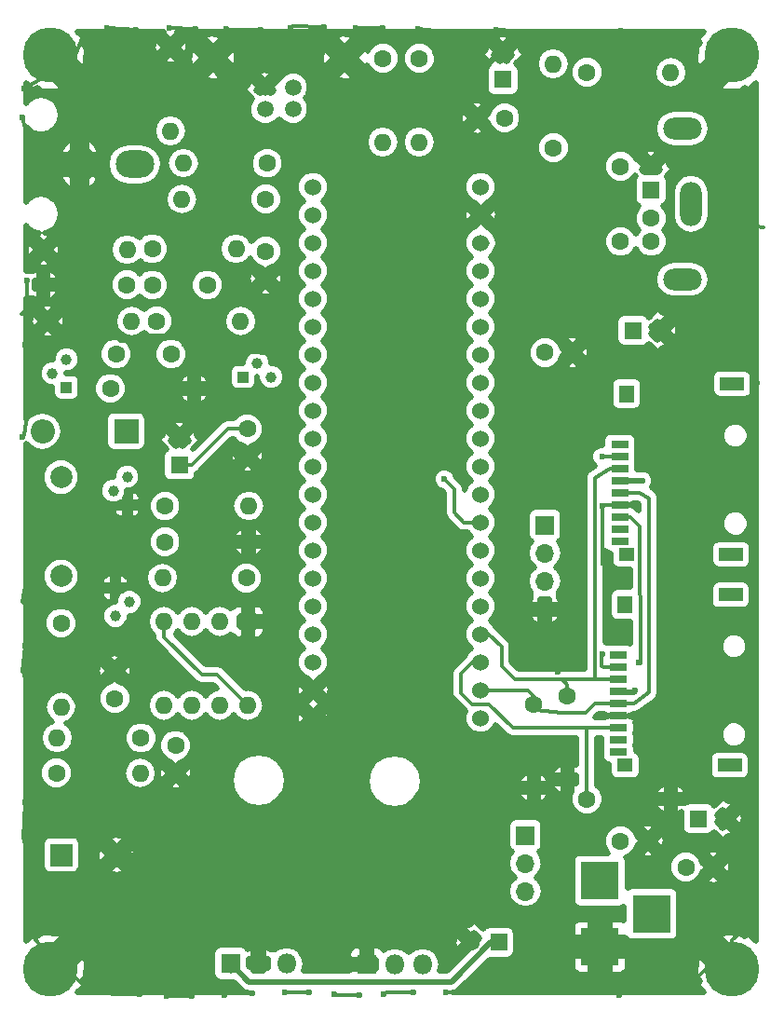
<source format=gbr>
G04 #@! TF.FileFunction,Copper,L1,Top,Signal*
%FSLAX46Y46*%
G04 Gerber Fmt 4.6, Leading zero omitted, Abs format (unit mm)*
G04 Created by KiCad (PCBNEW 4.0.7) date 03/20/20 09:01:08*
%MOMM*%
%LPD*%
G01*
G04 APERTURE LIST*
%ADD10C,0.100000*%
%ADD11C,1.524000*%
%ADD12O,2.500000X3.500000*%
%ADD13O,3.500000X2.500000*%
%ADD14R,1.600000X1.600000*%
%ADD15C,1.600000*%
%ADD16O,1.600000X1.600000*%
%ADD17R,2.000000X2.000000*%
%ADD18C,2.000000*%
%ADD19R,2.200000X2.200000*%
%ADD20O,2.200000X2.200000*%
%ADD21R,3.500000X3.500000*%
%ADD22R,1.700000X1.700000*%
%ADD23O,1.700000X1.700000*%
%ADD24O,3.500000X2.000000*%
%ADD25O,2.000000X4.000000*%
%ADD26R,1.600000X0.700000*%
%ADD27R,1.400000X1.200000*%
%ADD28R,1.400000X1.600000*%
%ADD29R,2.200000X1.200000*%
%ADD30C,5.000000*%
%ADD31C,1.000000*%
%ADD32R,1.000000X1.000000*%
%ADD33R,1.800000X1.800000*%
%ADD34O,1.800000X1.800000*%
%ADD35C,1.520000*%
%ADD36C,2.700000*%
%ADD37C,0.600000*%
%ADD38C,0.350000*%
%ADD39C,0.500000*%
G04 APERTURE END LIST*
D10*
D11*
X137922000Y-75946000D03*
X137922000Y-78486000D03*
X137922000Y-81026000D03*
X137922000Y-83566000D03*
X137922000Y-86106000D03*
X137922000Y-88646000D03*
X137922000Y-91186000D03*
X137922000Y-93726000D03*
X137922000Y-96266000D03*
X137922000Y-98806000D03*
X137922000Y-101346000D03*
X137922000Y-103886000D03*
X137922000Y-106426000D03*
X137922000Y-108966000D03*
X137922000Y-111506000D03*
X137922000Y-114046000D03*
X137922000Y-116586000D03*
X137922000Y-119126000D03*
X137922000Y-121666000D03*
X137922000Y-124206000D03*
X153162000Y-75946000D03*
X153162000Y-78486000D03*
X153162000Y-81026000D03*
X153162000Y-83566000D03*
X153162000Y-86106000D03*
X153162000Y-88646000D03*
X153162000Y-91186000D03*
X153162000Y-93726000D03*
X153162000Y-96266000D03*
X153162000Y-98806000D03*
X153162000Y-101346000D03*
X153162000Y-103886000D03*
X153162000Y-106426000D03*
X153162000Y-108966000D03*
X153162000Y-111506000D03*
X153162000Y-114046000D03*
X153162000Y-116586000D03*
X153162000Y-119126000D03*
X153162000Y-121666000D03*
X153162000Y-124206000D03*
D12*
X116700000Y-73900000D03*
D13*
X121700000Y-73900000D03*
D14*
X155200000Y-66200000D03*
D15*
X155200000Y-63700000D03*
X125425000Y-126700000D03*
X125425000Y-129200000D03*
X122275000Y-126025000D03*
D16*
X114655000Y-126025000D03*
D15*
X159000000Y-91000000D03*
X161500000Y-91000000D03*
X165862000Y-135382000D03*
X168362000Y-135382000D03*
D14*
X172974000Y-133350000D03*
D15*
X175474000Y-133350000D03*
D14*
X167000000Y-89000000D03*
D15*
X169500000Y-89000000D03*
X119888000Y-122428000D03*
X119888000Y-119928000D03*
D14*
X154800000Y-144600000D03*
D15*
X152300000Y-144600000D03*
D17*
X115062000Y-136652000D03*
D18*
X120062000Y-136652000D03*
D14*
X125775000Y-101200000D03*
D15*
X125775000Y-98700000D03*
X128300000Y-84875000D03*
X123300000Y-84875000D03*
D19*
X120925000Y-98150000D03*
D20*
X113305000Y-98150000D03*
D21*
X164000000Y-139000000D03*
X164000000Y-145000000D03*
X168700000Y-142000000D03*
D22*
X157226000Y-134874000D03*
D23*
X157226000Y-137414000D03*
X157226000Y-139954000D03*
D24*
X171506000Y-84350000D03*
X171506000Y-70650000D03*
D14*
X168656000Y-76200000D03*
D15*
X168656000Y-78800000D03*
X168656000Y-74100000D03*
X168656000Y-80900000D03*
X165856000Y-74100000D03*
X165856000Y-80900000D03*
D25*
X172306000Y-77500000D03*
D15*
X159766000Y-72390000D03*
D16*
X159766000Y-64770000D03*
D15*
X162814000Y-65532000D03*
D16*
X170434000Y-65532000D03*
D15*
X114600000Y-129200000D03*
D16*
X122220000Y-129200000D03*
D15*
X131850000Y-111500000D03*
D16*
X124230000Y-111500000D03*
D15*
X133750000Y-73800000D03*
D16*
X126130000Y-73800000D03*
D15*
X133600000Y-77050000D03*
D16*
X125980000Y-77050000D03*
D15*
X121000000Y-84850000D03*
D16*
X113380000Y-84850000D03*
D15*
X123300000Y-81575000D03*
D16*
X130920000Y-81575000D03*
D15*
X113400000Y-81675000D03*
D16*
X121020000Y-81675000D03*
D26*
X165700000Y-126200000D03*
X165700000Y-125100000D03*
X165700000Y-124000000D03*
X165700000Y-122900000D03*
X165700000Y-121800000D03*
X165700000Y-120700000D03*
X165700000Y-119600000D03*
X165700000Y-118500000D03*
D27*
X166300000Y-128500000D03*
D28*
X166300000Y-113900000D03*
D29*
X175900000Y-113000000D03*
X175800000Y-128500000D03*
D26*
X165700000Y-127300000D03*
X165825000Y-107050000D03*
X165825000Y-105950000D03*
X165825000Y-104850000D03*
X165825000Y-103750000D03*
X165825000Y-102650000D03*
X165825000Y-101550000D03*
X165825000Y-100450000D03*
X165825000Y-99350000D03*
D27*
X166425000Y-109350000D03*
D28*
X166425000Y-94750000D03*
D29*
X176025000Y-93850000D03*
X175925000Y-109350000D03*
D26*
X165825000Y-108150000D03*
D14*
X132000000Y-115450000D03*
D16*
X124380000Y-123070000D03*
X129460000Y-115450000D03*
X126920000Y-123070000D03*
X126920000Y-115450000D03*
X129460000Y-123070000D03*
X124380000Y-115450000D03*
X132000000Y-123070000D03*
D30*
X114000000Y-64000000D03*
X114000000Y-147000000D03*
X176000000Y-147000000D03*
X176000000Y-64000000D03*
D18*
X115000000Y-111325000D03*
X115000000Y-102325000D03*
D31*
X119755000Y-103555000D03*
X121025000Y-102285000D03*
D32*
X121025000Y-104825000D03*
D31*
X121220000Y-113670000D03*
X119950000Y-114940000D03*
D32*
X119950000Y-112400000D03*
D31*
X132842000Y-91948000D03*
X134112000Y-93218000D03*
D32*
X131572000Y-93218000D03*
D15*
X115000000Y-115600000D03*
D16*
X115000000Y-123220000D03*
D15*
X124450000Y-104950000D03*
D16*
X132070000Y-104950000D03*
D15*
X124450000Y-108225000D03*
D16*
X132070000Y-108225000D03*
D33*
X130425000Y-146525000D03*
D34*
X132965000Y-146525000D03*
X135505000Y-146525000D03*
D33*
X142800000Y-146600000D03*
D34*
X145340000Y-146600000D03*
X147880000Y-146600000D03*
D15*
X171825000Y-137775000D03*
X174325000Y-137775000D03*
X124968000Y-63246000D03*
D16*
X124968000Y-70866000D03*
D15*
X155350000Y-69700000D03*
X152850000Y-69700000D03*
D35*
X136090000Y-68900000D03*
X133550000Y-68900000D03*
X133550000Y-66900000D03*
X136090000Y-66900000D03*
D36*
X140820000Y-64200000D03*
X128820000Y-64200000D03*
D15*
X144272000Y-64262000D03*
D16*
X144272000Y-71882000D03*
D15*
X147574000Y-64262000D03*
D16*
X147574000Y-71882000D03*
D15*
X133604000Y-81788000D03*
X133604000Y-84288000D03*
X120000000Y-91140000D03*
X125000000Y-91140000D03*
D31*
X114230000Y-92890000D03*
X115500000Y-91620000D03*
D32*
X115500000Y-94160000D03*
D15*
X123698000Y-88138000D03*
D16*
X131318000Y-88138000D03*
D15*
X113792000Y-88138000D03*
D16*
X121412000Y-88138000D03*
D15*
X119500000Y-94270000D03*
D16*
X127120000Y-94270000D03*
D15*
X131950000Y-97925000D03*
X131950000Y-100425000D03*
D22*
X159004000Y-106680000D03*
D23*
X159004000Y-109220000D03*
X159004000Y-111760000D03*
X159004000Y-114300000D03*
D15*
X157988000Y-122936000D03*
D16*
X157988000Y-130556000D03*
D15*
X162814000Y-131572000D03*
D16*
X170434000Y-131572000D03*
D15*
X161036000Y-122174000D03*
D16*
X161036000Y-129794000D03*
D37*
X130302000Y-99822000D03*
X130556000Y-96774000D03*
X130302000Y-94996000D03*
X130048000Y-93218000D03*
X128778000Y-92202000D03*
X127762000Y-91186000D03*
X133858000Y-107696000D03*
X134112000Y-105918000D03*
X134366000Y-102108000D03*
X135382000Y-101092000D03*
X135636000Y-99314000D03*
X135382000Y-97028000D03*
X136144000Y-94742000D03*
X136144000Y-91948000D03*
X135636000Y-90678000D03*
X133350000Y-90932000D03*
X131064000Y-90932000D03*
X129286000Y-90678000D03*
X121158000Y-89916000D03*
X119634000Y-89154000D03*
X118110000Y-88900000D03*
X116586000Y-88900000D03*
X115824000Y-89662000D03*
X113284000Y-89662000D03*
X117196000Y-61859000D03*
X119200000Y-61500000D03*
X121850000Y-61650000D03*
X119888000Y-64262000D03*
X119126000Y-66294000D03*
X118872000Y-69088000D03*
X117602000Y-71374000D03*
X116840000Y-100584000D03*
X122428000Y-100584000D03*
X123952000Y-99060000D03*
X123952000Y-97028000D03*
X123952000Y-94996000D03*
X123444000Y-93726000D03*
X123190000Y-91440000D03*
X122428000Y-89916000D03*
X125222000Y-89408000D03*
X126238000Y-90170000D03*
X126746000Y-87630000D03*
X125222000Y-85090000D03*
X125984000Y-81280000D03*
X124460000Y-78740000D03*
X122428000Y-76962000D03*
X119126000Y-75946000D03*
X111675000Y-67025000D03*
X111525000Y-69650000D03*
X112014000Y-72136000D03*
X111900000Y-73350000D03*
X113375000Y-75100000D03*
X115375000Y-76800000D03*
X115375000Y-78825000D03*
X111850000Y-80275000D03*
X111850000Y-81950000D03*
X111875000Y-84425000D03*
X111700000Y-87375000D03*
X111725000Y-90325000D03*
X111850000Y-93125000D03*
X112014000Y-141224000D03*
X112014000Y-138684000D03*
X111750000Y-135350000D03*
X111760000Y-131826000D03*
X111850000Y-127100000D03*
X111850000Y-123450000D03*
X111700000Y-120250000D03*
X111760000Y-117602000D03*
X111800000Y-113950000D03*
X112014000Y-110744000D03*
X112268000Y-107442000D03*
X112268000Y-102870000D03*
X111450000Y-98700000D03*
X112064000Y-95554000D03*
X112268000Y-143764000D03*
X145288000Y-83820000D03*
X145542000Y-88392000D03*
X145034000Y-92456000D03*
X145796000Y-96774000D03*
X146304000Y-102108000D03*
X146050000Y-107188000D03*
X146050000Y-111506000D03*
X147574000Y-115316000D03*
X146812000Y-119380000D03*
X147574000Y-123190000D03*
X143510000Y-125222000D03*
X140462000Y-125476000D03*
X147828000Y-79756000D03*
X148336000Y-75184000D03*
X150114000Y-72136000D03*
X150450000Y-67450000D03*
X127508000Y-131826000D03*
X129032000Y-134112000D03*
X130048000Y-136144000D03*
X131826000Y-138176000D03*
X133096000Y-143764000D03*
X138938000Y-144272000D03*
X136144000Y-142494000D03*
X132588000Y-141224000D03*
X129794000Y-139700000D03*
X127254000Y-138684000D03*
X124206000Y-137160000D03*
X141732000Y-143002000D03*
X140462000Y-137922000D03*
X139446000Y-134874000D03*
X138176000Y-130556000D03*
X164225000Y-104975000D03*
X162450000Y-97875000D03*
X157226000Y-103124000D03*
X156718000Y-107188000D03*
X156718000Y-113030000D03*
X157734000Y-116586000D03*
X160175000Y-119975000D03*
X164325000Y-110100000D03*
X164525000Y-115400000D03*
X166650000Y-117050000D03*
X169375000Y-119200000D03*
X167325000Y-124100000D03*
X167375000Y-104950000D03*
X163775000Y-123950000D03*
X172350000Y-148300000D03*
X170150000Y-148550000D03*
X165750000Y-149375000D03*
X162725000Y-149125000D03*
X159575000Y-149100000D03*
X156900000Y-149025000D03*
X154350000Y-149175000D03*
X152750000Y-149175000D03*
X150050000Y-149150000D03*
X147075000Y-149125000D03*
X144350000Y-149325000D03*
X142125000Y-149375000D03*
X139825000Y-149275000D03*
X137550000Y-149175000D03*
X135375000Y-149175000D03*
X132375000Y-149200000D03*
X129875000Y-149400000D03*
X126900000Y-149500000D03*
X124575000Y-149450000D03*
X122125000Y-149300000D03*
X119800000Y-149200000D03*
X117675000Y-149125000D03*
X177800000Y-142748000D03*
X178196000Y-139300000D03*
X178054000Y-137414000D03*
X178017000Y-135875000D03*
X178196000Y-132425000D03*
X178054000Y-128778000D03*
X178054000Y-125730000D03*
X178208000Y-122582000D03*
X178054000Y-120142000D03*
X177800000Y-117348000D03*
X178054000Y-113030000D03*
X178054000Y-109982000D03*
X178054000Y-106934000D03*
X178054000Y-104394000D03*
X178054000Y-101600000D03*
X178054000Y-99060000D03*
X178054000Y-96266000D03*
X178308000Y-93726000D03*
X178054000Y-91440000D03*
X178054000Y-89408000D03*
X177546000Y-86106000D03*
X177800000Y-83058000D03*
X178054000Y-79502000D03*
X177800000Y-76962000D03*
X177800000Y-74168000D03*
X178100000Y-71125000D03*
X178054000Y-68326000D03*
X172825000Y-63200000D03*
X171050000Y-62050000D03*
X168450000Y-61950000D03*
X165950000Y-61800000D03*
X163400000Y-61900000D03*
X161100000Y-62050000D03*
X157938000Y-61826000D03*
X154575000Y-61700000D03*
X151325000Y-62025000D03*
X147450000Y-61600000D03*
X144250000Y-61550000D03*
X141800000Y-61500000D03*
X138950000Y-61450000D03*
X135900000Y-61550000D03*
X133150000Y-61650000D03*
X130000000Y-61600000D03*
X127250000Y-61600000D03*
X124900000Y-61550000D03*
X167550000Y-119150000D03*
X164250000Y-118375000D03*
X164200000Y-100475000D03*
X167225000Y-121725000D03*
X167850000Y-102650000D03*
X149850000Y-102500000D03*
D38*
X153162000Y-81026000D02*
X153824000Y-81026000D01*
X124380000Y-115450000D02*
X124380000Y-116860000D01*
X124380000Y-116860000D02*
X127800000Y-120280000D01*
X127800000Y-120280000D02*
X129210000Y-120280000D01*
X129210000Y-120280000D02*
X132000000Y-123070000D01*
D39*
X147880000Y-146600000D02*
X147750000Y-146600000D01*
D38*
X126238000Y-90170000D02*
X126746000Y-90170000D01*
X130905000Y-100425000D02*
X131950000Y-100425000D01*
X130302000Y-99822000D02*
X130905000Y-100425000D01*
X130556000Y-95250000D02*
X130556000Y-96774000D01*
X130302000Y-94996000D02*
X130556000Y-95250000D01*
X129794000Y-93218000D02*
X130048000Y-93218000D01*
X128778000Y-92202000D02*
X129794000Y-93218000D01*
X126746000Y-90170000D02*
X127762000Y-91186000D01*
X126238000Y-90170000D02*
X128778000Y-90170000D01*
X133329000Y-108225000D02*
X132070000Y-108225000D01*
X133858000Y-107696000D02*
X133329000Y-108225000D01*
X134112000Y-102362000D02*
X134112000Y-105918000D01*
X134366000Y-102108000D02*
X134112000Y-102362000D01*
X135382000Y-99568000D02*
X135382000Y-101092000D01*
X135636000Y-99314000D02*
X135382000Y-99568000D01*
X135382000Y-95504000D02*
X135382000Y-97028000D01*
X136144000Y-94742000D02*
X135382000Y-95504000D01*
X136144000Y-91186000D02*
X136144000Y-91948000D01*
X135636000Y-90678000D02*
X136144000Y-91186000D01*
X131064000Y-90932000D02*
X133350000Y-90932000D01*
X128778000Y-90170000D02*
X129286000Y-90678000D01*
X120396000Y-89916000D02*
X121158000Y-89916000D01*
X119634000Y-89154000D02*
X120396000Y-89916000D01*
X116586000Y-88900000D02*
X118110000Y-88900000D01*
X113284000Y-89662000D02*
X115824000Y-89662000D01*
X116700000Y-73900000D02*
X116700000Y-72276000D01*
X116700000Y-72276000D02*
X117602000Y-71374000D01*
X119200000Y-61500000D02*
X119250000Y-61550000D01*
X119250000Y-61550000D02*
X121850000Y-61650000D01*
X116325000Y-64000000D02*
X117196000Y-61859000D01*
X121850000Y-62300000D02*
X121850000Y-61650000D01*
X119888000Y-64262000D02*
X121850000Y-62300000D01*
X119126000Y-68326000D02*
X119126000Y-66294000D01*
X118872000Y-69088000D02*
X119126000Y-68326000D01*
X112268000Y-102870000D02*
X112268000Y-102362000D01*
X112268000Y-102362000D02*
X114046000Y-100584000D01*
X114046000Y-100584000D02*
X116840000Y-100584000D01*
X122428000Y-100584000D02*
X123952000Y-99060000D01*
X123952000Y-97028000D02*
X123952000Y-94996000D01*
X123444000Y-93726000D02*
X123190000Y-93472000D01*
X123190000Y-93472000D02*
X123190000Y-91440000D01*
X119126000Y-75946000D02*
X117080000Y-73900000D01*
X122428000Y-89916000D02*
X122936000Y-89408000D01*
X122936000Y-89408000D02*
X125222000Y-89408000D01*
X126238000Y-90170000D02*
X126746000Y-89662000D01*
X126746000Y-89662000D02*
X126746000Y-87630000D01*
X125222000Y-85090000D02*
X124968000Y-84836000D01*
X124968000Y-84836000D02*
X124968000Y-82296000D01*
X124968000Y-82296000D02*
X125984000Y-81280000D01*
X124460000Y-78740000D02*
X122682000Y-76962000D01*
X122682000Y-76962000D02*
X122428000Y-76962000D01*
X117080000Y-73900000D02*
X116700000Y-73900000D01*
X111675000Y-67025000D02*
X114000000Y-65675000D01*
X112114000Y-72036000D02*
X111525000Y-69650000D01*
X112014000Y-72136000D02*
X112114000Y-72036000D01*
X111900000Y-73625000D02*
X111900000Y-73350000D01*
X113375000Y-75100000D02*
X111900000Y-73625000D01*
X115375000Y-78825000D02*
X115375000Y-76800000D01*
X111800000Y-81050000D02*
X111850000Y-80275000D01*
X111850000Y-81950000D02*
X111800000Y-81050000D01*
X111875000Y-87200000D02*
X111875000Y-84425000D01*
X111375000Y-87475000D02*
X111550000Y-87300000D01*
X111725000Y-92800000D02*
X111725000Y-90325000D01*
X111850000Y-93125000D02*
X111725000Y-92800000D01*
X112014000Y-141224000D02*
X111914000Y-141124000D01*
X111914000Y-141124000D02*
X112014000Y-138684000D01*
X111750000Y-135350000D02*
X111600000Y-135200000D01*
X111600000Y-135200000D02*
X111760000Y-131826000D01*
X111850000Y-127100000D02*
X111850000Y-123450000D01*
X111700000Y-120250000D02*
X111500000Y-120050000D01*
X111500000Y-120050000D02*
X111760000Y-117602000D01*
X111800000Y-113950000D02*
X111500000Y-113650000D01*
X111500000Y-113650000D02*
X112014000Y-110744000D01*
X112268000Y-107442000D02*
X112318000Y-107392000D01*
X112318000Y-107392000D02*
X112268000Y-102870000D01*
X111450000Y-98700000D02*
X111650000Y-98500000D01*
X111650000Y-98500000D02*
X112064000Y-95554000D01*
X114000000Y-146000000D02*
X112268000Y-143764000D01*
D39*
X154575000Y-61700000D02*
X154575000Y-63075000D01*
X154575000Y-63075000D02*
X155200000Y-63700000D01*
X155200000Y-63700000D02*
X154900000Y-63700000D01*
X154900000Y-63700000D02*
X151150000Y-67450000D01*
X145542000Y-88392000D02*
X145034000Y-88900000D01*
X145034000Y-88900000D02*
X145034000Y-92456000D01*
X145796000Y-96774000D02*
X146304000Y-97282000D01*
X146304000Y-97282000D02*
X146304000Y-102108000D01*
X146050000Y-107188000D02*
X146050000Y-111506000D01*
X147574000Y-115316000D02*
X146812000Y-116078000D01*
X146812000Y-116078000D02*
X146812000Y-119380000D01*
X147574000Y-123190000D02*
X145542000Y-125222000D01*
X145542000Y-125222000D02*
X143510000Y-125222000D01*
X140462000Y-125476000D02*
X139192000Y-124206000D01*
X139192000Y-124206000D02*
X137922000Y-124206000D01*
X145288000Y-82296000D02*
X147828000Y-79756000D01*
X148336000Y-75184000D02*
X150114000Y-73406000D01*
X150114000Y-73406000D02*
X150114000Y-72136000D01*
X145288000Y-83820000D02*
X145288000Y-82296000D01*
X151150000Y-67450000D02*
X150450000Y-67450000D01*
X127508000Y-132588000D02*
X127508000Y-131826000D01*
X129032000Y-134112000D02*
X127508000Y-132588000D01*
X130048000Y-136398000D02*
X130048000Y-136144000D01*
X131826000Y-138176000D02*
X130048000Y-136398000D01*
X132334000Y-141478000D02*
X132334000Y-143002000D01*
X132334000Y-143002000D02*
X133096000Y-143764000D01*
X120062000Y-136652000D02*
X123698000Y-136652000D01*
X141266000Y-146600000D02*
X142800000Y-146600000D01*
X138938000Y-144272000D02*
X141266000Y-146600000D01*
X133858000Y-142494000D02*
X136144000Y-142494000D01*
X132588000Y-141224000D02*
X133858000Y-142494000D01*
X128270000Y-139700000D02*
X129794000Y-139700000D01*
X127254000Y-138684000D02*
X128270000Y-139700000D01*
X123698000Y-136652000D02*
X124206000Y-137160000D01*
X137922000Y-124206000D02*
X137922000Y-130302000D01*
X142800000Y-144070000D02*
X142800000Y-146600000D01*
X141732000Y-143002000D02*
X142800000Y-144070000D01*
X140462000Y-135890000D02*
X140462000Y-137922000D01*
X139446000Y-134874000D02*
X140462000Y-135890000D01*
X137922000Y-130302000D02*
X138176000Y-130556000D01*
D38*
X160900000Y-97875000D02*
X162450000Y-97875000D01*
X159525000Y-99250000D02*
X160900000Y-97875000D01*
X157276000Y-103074000D02*
X159525000Y-99250000D01*
X157226000Y-103124000D02*
X157276000Y-103074000D01*
X156693000Y-113005000D02*
X156718000Y-107188000D01*
X156718000Y-113030000D02*
X156693000Y-113005000D01*
X159825000Y-119625000D02*
X157734000Y-116586000D01*
X160175000Y-119975000D02*
X159825000Y-119625000D01*
X164225000Y-104975000D02*
X164225000Y-110000000D01*
X164225000Y-110000000D02*
X164325000Y-110100000D01*
X164525000Y-115400000D02*
X166175000Y-117050000D01*
X166175000Y-117050000D02*
X166650000Y-117050000D01*
X169375000Y-119200000D02*
X169300000Y-119275000D01*
X169300000Y-119275000D02*
X169300000Y-123475000D01*
X169300000Y-123475000D02*
X168675000Y-124100000D01*
X168675000Y-124100000D02*
X167325000Y-124100000D01*
X165700000Y-124000000D02*
X167225000Y-124000000D01*
X167225000Y-124000000D02*
X167325000Y-124100000D01*
X164350000Y-104850000D02*
X164225000Y-104975000D01*
X164350000Y-104850000D02*
X165825000Y-104850000D01*
X165825000Y-104850000D02*
X167275000Y-104850000D01*
X167275000Y-104850000D02*
X167375000Y-104950000D01*
X165700000Y-124000000D02*
X163825000Y-124000000D01*
X163825000Y-124000000D02*
X163775000Y-123950000D01*
X114000000Y-65675000D02*
X114000000Y-64000000D01*
X114000000Y-147000000D02*
X115550000Y-147000000D01*
X115550000Y-147000000D02*
X117675000Y-149125000D01*
X172350000Y-148300000D02*
X173650000Y-147000000D01*
X169750000Y-148950000D02*
X170150000Y-148550000D01*
X166175000Y-148950000D02*
X169750000Y-148950000D01*
X165750000Y-149375000D02*
X166175000Y-148950000D01*
X159600000Y-149125000D02*
X162725000Y-149125000D01*
X159575000Y-149100000D02*
X159600000Y-149125000D01*
X154500000Y-149025000D02*
X156900000Y-149025000D01*
X154350000Y-149175000D02*
X154500000Y-149025000D01*
X150075000Y-149175000D02*
X152750000Y-149175000D01*
X150050000Y-149150000D02*
X150075000Y-149175000D01*
X144550000Y-149125000D02*
X147075000Y-149125000D01*
X144350000Y-149325000D02*
X144550000Y-149125000D01*
X139925000Y-149375000D02*
X142125000Y-149375000D01*
X139825000Y-149275000D02*
X139925000Y-149375000D01*
X135375000Y-149175000D02*
X137550000Y-149175000D01*
X130075000Y-149200000D02*
X132375000Y-149200000D01*
X129875000Y-149400000D02*
X130075000Y-149200000D01*
X124625000Y-149500000D02*
X126900000Y-149500000D01*
X124575000Y-149450000D02*
X124625000Y-149500000D01*
X119900000Y-149300000D02*
X122125000Y-149300000D01*
X119800000Y-149200000D02*
X119900000Y-149300000D01*
X173650000Y-147000000D02*
X176000000Y-147000000D01*
X176000000Y-144400000D02*
X176000000Y-147000000D01*
X177800000Y-142748000D02*
X176000000Y-144400000D01*
X178196000Y-138175000D02*
X178196000Y-139300000D01*
X178054000Y-137414000D02*
X178196000Y-138175000D01*
X178017000Y-133025000D02*
X178017000Y-135875000D01*
X178196000Y-132425000D02*
X178017000Y-133025000D01*
X178179000Y-125855000D02*
X178054000Y-128778000D01*
X178054000Y-125730000D02*
X178179000Y-125855000D01*
X178054000Y-120142000D02*
X178208000Y-122582000D01*
X178104000Y-113080000D02*
X177800000Y-117348000D01*
X178054000Y-113030000D02*
X178104000Y-113080000D01*
X178204000Y-107084000D02*
X178054000Y-109982000D01*
X178054000Y-106934000D02*
X178204000Y-107084000D01*
X178104000Y-101650000D02*
X178054000Y-104394000D01*
X178054000Y-101600000D02*
X178104000Y-101650000D01*
X178079000Y-96291000D02*
X178054000Y-99060000D01*
X178054000Y-96266000D02*
X178079000Y-96291000D01*
X178179000Y-91565000D02*
X178308000Y-93726000D01*
X178054000Y-91440000D02*
X178179000Y-91565000D01*
X178275000Y-87150000D02*
X178054000Y-89408000D01*
X177546000Y-86106000D02*
X178275000Y-87150000D01*
X177879000Y-79677000D02*
X177800000Y-83058000D01*
X178850000Y-79625000D02*
X178179000Y-79577000D01*
X177800000Y-74168000D02*
X177800000Y-76962000D01*
X178100000Y-68100000D02*
X178100000Y-71125000D01*
X178054000Y-68326000D02*
X178100000Y-68100000D01*
X114000000Y-64000000D02*
X116325000Y-64000000D01*
X171150000Y-61950000D02*
X172825000Y-63200000D01*
X171050000Y-62050000D02*
X171150000Y-61950000D01*
X166050000Y-61900000D02*
X168450000Y-61950000D01*
X165950000Y-61800000D02*
X166050000Y-61900000D01*
X161275000Y-61875000D02*
X163400000Y-61900000D01*
X161100000Y-62050000D02*
X161275000Y-61875000D01*
X154575000Y-61700000D02*
X157938000Y-61826000D01*
X147450000Y-61600000D02*
X151325000Y-62025000D01*
X141800000Y-61500000D02*
X144250000Y-61550000D01*
X136075000Y-61375000D02*
X138950000Y-61450000D01*
X135900000Y-61550000D02*
X136075000Y-61375000D01*
X130075000Y-61675000D02*
X133150000Y-61650000D01*
X130000000Y-61600000D02*
X130075000Y-61675000D01*
X124900000Y-61550000D02*
X127250000Y-61600000D01*
X114000000Y-147000000D02*
X114000000Y-146000000D01*
D39*
X154800000Y-144600000D02*
X154100000Y-144600000D01*
X154100000Y-144600000D02*
X150500000Y-148200000D01*
X132100000Y-148200000D02*
X130425000Y-146525000D01*
X150500000Y-148200000D02*
X132100000Y-148200000D01*
X130425000Y-146525000D02*
X130425000Y-147225000D01*
D38*
X125775000Y-101200000D02*
X126900000Y-101200000D01*
X130175000Y-97925000D02*
X131950000Y-97925000D01*
X126900000Y-101200000D02*
X130175000Y-97925000D01*
D39*
X121845000Y-74045000D02*
X121700000Y-73900000D01*
D38*
X162814000Y-125100000D02*
X162814000Y-131572000D01*
X153162000Y-119126000D02*
X152400000Y-119126000D01*
X152400000Y-119126000D02*
X151384000Y-120142000D01*
X156088000Y-125100000D02*
X162814000Y-125100000D01*
X162814000Y-125100000D02*
X165700000Y-125100000D01*
X153924000Y-122936000D02*
X156088000Y-125100000D01*
X152400000Y-122936000D02*
X153924000Y-122936000D01*
X151384000Y-121920000D02*
X152400000Y-122936000D01*
X151384000Y-120142000D02*
X151384000Y-121920000D01*
X165825000Y-105950000D02*
X166800000Y-105950000D01*
X167700000Y-119225000D02*
X167550000Y-119150000D01*
X167650000Y-106800000D02*
X167700000Y-119225000D01*
X166800000Y-105950000D02*
X167650000Y-106800000D01*
X165700000Y-122900000D02*
X163540000Y-122900000D01*
X158242000Y-123444000D02*
X157988000Y-122936000D01*
X160528000Y-123698000D02*
X158242000Y-123444000D01*
X162742000Y-123698000D02*
X160528000Y-123698000D01*
X163540000Y-122900000D02*
X162742000Y-123698000D01*
X157988000Y-122936000D02*
X157988000Y-122174000D01*
X157988000Y-122174000D02*
X157480000Y-121666000D01*
X157480000Y-121666000D02*
X153162000Y-121666000D01*
X165700000Y-122900000D02*
X167100000Y-122900000D01*
X167625000Y-103725000D02*
X165850000Y-103725000D01*
X168475000Y-104225000D02*
X167625000Y-103725000D01*
X168475000Y-121875000D02*
X168475000Y-104225000D01*
X167100000Y-122900000D02*
X168475000Y-121875000D01*
X165850000Y-103725000D02*
X165825000Y-103750000D01*
X153162000Y-121666000D02*
X153366000Y-121666000D01*
X161036000Y-122174000D02*
X161036000Y-121158000D01*
X161036000Y-121158000D02*
X160592924Y-120714924D01*
X163525000Y-120725000D02*
X163525000Y-102400000D01*
X164900000Y-101550000D02*
X165825000Y-101550000D01*
X163525000Y-102400000D02*
X164900000Y-101550000D01*
X153162000Y-116586000D02*
X153936000Y-116586000D01*
X156250000Y-120700000D02*
X160592924Y-120714924D01*
X160592924Y-120714924D02*
X163525000Y-120725000D01*
X163525000Y-120725000D02*
X165700000Y-120700000D01*
X155050000Y-119500000D02*
X156250000Y-120700000D01*
X155050000Y-117700000D02*
X155050000Y-119500000D01*
X153936000Y-116586000D02*
X155050000Y-117700000D01*
X153162000Y-116586000D02*
X153514000Y-116586000D01*
X164300000Y-119600000D02*
X165700000Y-119600000D01*
X164175000Y-119475000D02*
X164300000Y-119600000D01*
X164175000Y-118450000D02*
X164175000Y-119475000D01*
X164250000Y-118375000D02*
X164175000Y-118450000D01*
X164225000Y-100450000D02*
X165825000Y-100450000D01*
X164200000Y-100475000D02*
X164225000Y-100450000D01*
D39*
X167100000Y-121850000D02*
X165750000Y-121850000D01*
X167225000Y-121725000D02*
X167100000Y-121850000D01*
X165750000Y-121850000D02*
X165700000Y-121800000D01*
X167825000Y-102625000D02*
X165850000Y-102625000D01*
X167850000Y-102650000D02*
X167825000Y-102625000D01*
X165850000Y-102625000D02*
X165825000Y-102650000D01*
D38*
X151626000Y-106426000D02*
X153162000Y-106426000D01*
X150750000Y-105550000D02*
X151626000Y-106426000D01*
X150750000Y-103400000D02*
X150750000Y-105550000D01*
X149850000Y-102500000D02*
X150750000Y-103400000D01*
D39*
G36*
X124302881Y-62015195D02*
X124968000Y-62680315D01*
X125226608Y-62421706D01*
X127996301Y-62421706D01*
X128820000Y-63245406D01*
X129643699Y-62421706D01*
X139996301Y-62421706D01*
X140820000Y-63245406D01*
X141596210Y-62469195D01*
X154534881Y-62469195D01*
X155200000Y-63134315D01*
X155865119Y-62469195D01*
X155780017Y-62221154D01*
X155169936Y-62111761D01*
X154619983Y-62221154D01*
X154534881Y-62469195D01*
X141596210Y-62469195D01*
X141643699Y-62421706D01*
X141473321Y-62152403D01*
X140640008Y-62058252D01*
X140166679Y-62152403D01*
X139996301Y-62421706D01*
X129643699Y-62421706D01*
X129473321Y-62152403D01*
X128640008Y-62058252D01*
X128166679Y-62152403D01*
X127996301Y-62421706D01*
X125226608Y-62421706D01*
X125633119Y-62015195D01*
X125567864Y-61825000D01*
X173484152Y-61825000D01*
X172770691Y-62538461D01*
X173085231Y-62853001D01*
X172775382Y-63202263D01*
X172715561Y-64496996D01*
X172775382Y-64797737D01*
X173085232Y-65147001D01*
X174232233Y-64000000D01*
X174218091Y-63985858D01*
X175985858Y-62218091D01*
X176000000Y-62232233D01*
X176014143Y-62218091D01*
X177781910Y-63985858D01*
X177767767Y-64000000D01*
X177781910Y-64014143D01*
X176014143Y-65781910D01*
X176000000Y-65767767D01*
X174852999Y-66914768D01*
X175202263Y-67224618D01*
X176496996Y-67284439D01*
X176797737Y-67224618D01*
X177146999Y-66914769D01*
X177461539Y-67229309D01*
X178175000Y-66515848D01*
X178175000Y-144484152D01*
X177461539Y-143770691D01*
X177146999Y-144085231D01*
X176797737Y-143775382D01*
X175503004Y-143715561D01*
X175202263Y-143775382D01*
X174852999Y-144085232D01*
X176000000Y-145232233D01*
X176014143Y-145218091D01*
X177781910Y-146985858D01*
X177767767Y-147000000D01*
X177781910Y-147014143D01*
X176014143Y-148781910D01*
X176000000Y-148767767D01*
X175985858Y-148781910D01*
X174218091Y-147014143D01*
X174232233Y-147000000D01*
X173085232Y-145852999D01*
X172775382Y-146202263D01*
X172715561Y-147496996D01*
X172775382Y-147797737D01*
X173085231Y-148146999D01*
X172770691Y-148461539D01*
X173484152Y-149175000D01*
X150625684Y-149175000D01*
X150882684Y-149123880D01*
X151207107Y-148907107D01*
X153958022Y-146156192D01*
X154000000Y-146164693D01*
X155600000Y-146164693D01*
X155877933Y-146112396D01*
X155952365Y-146064500D01*
X161492000Y-146064500D01*
X161492000Y-146900776D01*
X161607399Y-147179373D01*
X161820628Y-147392602D01*
X162099225Y-147508000D01*
X162935500Y-147508000D01*
X163125000Y-147318500D01*
X163125000Y-145875000D01*
X164875000Y-145875000D01*
X164875000Y-147318500D01*
X165064500Y-147508000D01*
X165900775Y-147508000D01*
X166179372Y-147392602D01*
X166392601Y-147179373D01*
X166508000Y-146900776D01*
X166508000Y-146064500D01*
X166318500Y-145875000D01*
X164875000Y-145875000D01*
X163125000Y-145875000D01*
X161681500Y-145875000D01*
X161492000Y-146064500D01*
X155952365Y-146064500D01*
X156133198Y-145948138D01*
X156304446Y-145697508D01*
X156364693Y-145400000D01*
X156364693Y-143800000D01*
X156312396Y-143522067D01*
X156148138Y-143266802D01*
X155902880Y-143099224D01*
X161492000Y-143099224D01*
X161492000Y-143935500D01*
X161681500Y-144125000D01*
X163125000Y-144125000D01*
X163125000Y-142681500D01*
X162935500Y-142492000D01*
X162099225Y-142492000D01*
X161820628Y-142607398D01*
X161607399Y-142820627D01*
X161492000Y-143099224D01*
X155902880Y-143099224D01*
X155897508Y-143095554D01*
X155600000Y-143035307D01*
X154000000Y-143035307D01*
X153722067Y-143087604D01*
X153466802Y-143251862D01*
X153355030Y-143415446D01*
X152535907Y-142596323D01*
X152083357Y-143048874D01*
X151719983Y-143121154D01*
X151634881Y-143369195D01*
X152300000Y-144034315D01*
X152582843Y-143751472D01*
X153058579Y-144227208D01*
X150085786Y-147200000D01*
X149442977Y-147200000D01*
X149562325Y-146600000D01*
X149436726Y-145968572D01*
X149079051Y-145433274D01*
X148543753Y-145075599D01*
X147912325Y-144950000D01*
X147847675Y-144950000D01*
X147216247Y-145075599D01*
X146680949Y-145433274D01*
X146610000Y-145539457D01*
X146539051Y-145433274D01*
X146003753Y-145075599D01*
X145372325Y-144950000D01*
X145307675Y-144950000D01*
X144676247Y-145075599D01*
X144351655Y-145292484D01*
X144342602Y-145270628D01*
X144129373Y-145057399D01*
X143850776Y-144942000D01*
X143439500Y-144942000D01*
X143250000Y-145131500D01*
X143250000Y-146150000D01*
X143700000Y-146150000D01*
X143700000Y-146387219D01*
X143657675Y-146600000D01*
X143700000Y-146812781D01*
X143700000Y-147050000D01*
X143250000Y-147050000D01*
X143250000Y-147200000D01*
X142350000Y-147200000D01*
X142350000Y-147050000D01*
X141331500Y-147050000D01*
X141181500Y-147200000D01*
X137032612Y-147200000D01*
X137061726Y-147156428D01*
X137187325Y-146525000D01*
X137061726Y-145893572D01*
X136831641Y-145549225D01*
X141142000Y-145549225D01*
X141142000Y-145960500D01*
X141331500Y-146150000D01*
X142350000Y-146150000D01*
X142350000Y-145131500D01*
X142160500Y-144942000D01*
X141749224Y-144942000D01*
X141470627Y-145057399D01*
X141257398Y-145270628D01*
X141142000Y-145549225D01*
X136831641Y-145549225D01*
X136704051Y-145358274D01*
X136168753Y-145000599D01*
X135537325Y-144875000D01*
X135472675Y-144875000D01*
X134841247Y-145000599D01*
X134430580Y-145274998D01*
X134011136Y-145274998D01*
X133659097Y-145019246D01*
X133415000Y-145118704D01*
X133415000Y-146075000D01*
X133865000Y-146075000D01*
X133865000Y-146312219D01*
X133822675Y-146525000D01*
X133865000Y-146737781D01*
X133865000Y-146975000D01*
X133415000Y-146975000D01*
X133415000Y-147200000D01*
X132515000Y-147200000D01*
X132515000Y-146975000D01*
X132289214Y-146975000D01*
X132089693Y-146775479D01*
X132089693Y-146075000D01*
X132515000Y-146075000D01*
X132515000Y-145118704D01*
X132270903Y-145019246D01*
X131968035Y-145239276D01*
X131873138Y-145091802D01*
X131622508Y-144920554D01*
X131325000Y-144860307D01*
X129525000Y-144860307D01*
X129247067Y-144912604D01*
X128991802Y-145076862D01*
X128820554Y-145327492D01*
X128760307Y-145625000D01*
X128760307Y-147425000D01*
X128812604Y-147702933D01*
X128976862Y-147958198D01*
X129227492Y-148129446D01*
X129525000Y-148189693D01*
X130247499Y-148189693D01*
X130425000Y-148225000D01*
X130602501Y-148189693D01*
X130675479Y-148189693D01*
X131392893Y-148907107D01*
X131717316Y-149123880D01*
X131974312Y-149175000D01*
X116515848Y-149175000D01*
X117229309Y-148461539D01*
X116914769Y-148146999D01*
X117224618Y-147797737D01*
X117284439Y-146503004D01*
X117224618Y-146202263D01*
X116914768Y-145852999D01*
X115767767Y-147000000D01*
X115781910Y-147014143D01*
X114014143Y-148781910D01*
X114000000Y-148767767D01*
X113985858Y-148781910D01*
X112218091Y-147014143D01*
X112232233Y-147000000D01*
X112218091Y-146985858D01*
X113985858Y-145218091D01*
X114000000Y-145232233D01*
X114602169Y-144630064D01*
X150711761Y-144630064D01*
X150821154Y-145180017D01*
X151069195Y-145265119D01*
X151734315Y-144600000D01*
X151069195Y-143934881D01*
X150821154Y-144019983D01*
X150711761Y-144630064D01*
X114602169Y-144630064D01*
X115147001Y-144085232D01*
X114797737Y-143775382D01*
X113503004Y-143715561D01*
X113202263Y-143775382D01*
X112853001Y-144085231D01*
X112538461Y-143770691D01*
X111825000Y-144484152D01*
X111825000Y-135652000D01*
X113297307Y-135652000D01*
X113297307Y-137652000D01*
X113349604Y-137929933D01*
X113513862Y-138185198D01*
X113764492Y-138356446D01*
X114062000Y-138416693D01*
X116062000Y-138416693D01*
X116339933Y-138364396D01*
X116595198Y-138200138D01*
X116675609Y-138082452D01*
X119338655Y-138082452D01*
X119454759Y-138338448D01*
X120146358Y-138442455D01*
X120669241Y-138338448D01*
X120785345Y-138082452D01*
X120116893Y-137414000D01*
X155594654Y-137414000D01*
X155716447Y-138026293D01*
X156063283Y-138545371D01*
X156270756Y-138684000D01*
X156063283Y-138822629D01*
X155716447Y-139341707D01*
X155594654Y-139954000D01*
X155716447Y-140566293D01*
X156063283Y-141085371D01*
X156582361Y-141432207D01*
X157194654Y-141554000D01*
X157257346Y-141554000D01*
X157869639Y-141432207D01*
X158388717Y-141085371D01*
X158735553Y-140566293D01*
X158857346Y-139954000D01*
X158735553Y-139341707D01*
X158388717Y-138822629D01*
X158181244Y-138684000D01*
X158388717Y-138545371D01*
X158735553Y-138026293D01*
X158857346Y-137414000D01*
X158824725Y-137250000D01*
X161485307Y-137250000D01*
X161485307Y-140750000D01*
X161537604Y-141027933D01*
X161701862Y-141283198D01*
X161952492Y-141454446D01*
X162250000Y-141514693D01*
X165750000Y-141514693D01*
X166027933Y-141462396D01*
X166185307Y-141361129D01*
X166185307Y-142613333D01*
X166179372Y-142607398D01*
X165900775Y-142492000D01*
X165064500Y-142492000D01*
X164875000Y-142681500D01*
X164875000Y-144125000D01*
X166300065Y-144125000D01*
X166401862Y-144283198D01*
X166652492Y-144454446D01*
X166950000Y-144514693D01*
X170450000Y-144514693D01*
X170727933Y-144462396D01*
X170983198Y-144298138D01*
X171154446Y-144047508D01*
X171214693Y-143750000D01*
X171214693Y-140250000D01*
X171162396Y-139972067D01*
X170998138Y-139716802D01*
X170747508Y-139545554D01*
X170450000Y-139485307D01*
X166950000Y-139485307D01*
X166672067Y-139537604D01*
X166514693Y-139638871D01*
X166514693Y-138081961D01*
X170274732Y-138081961D01*
X170510208Y-138651857D01*
X170945849Y-139088260D01*
X171515333Y-139324730D01*
X172131961Y-139325268D01*
X172701857Y-139089792D01*
X172785990Y-139005805D01*
X173659881Y-139005805D01*
X173744983Y-139253846D01*
X174355064Y-139363239D01*
X174905017Y-139253846D01*
X174990119Y-139005805D01*
X174325000Y-138340685D01*
X173659881Y-139005805D01*
X172785990Y-139005805D01*
X173138260Y-138654151D01*
X173321532Y-138212782D01*
X173759315Y-137775000D01*
X174890685Y-137775000D01*
X175555805Y-138440119D01*
X175803846Y-138355017D01*
X175913239Y-137744936D01*
X175803846Y-137194983D01*
X175555805Y-137109881D01*
X174890685Y-137775000D01*
X173759315Y-137775000D01*
X173320990Y-137336675D01*
X173139792Y-136898143D01*
X172786463Y-136544195D01*
X173659881Y-136544195D01*
X174325000Y-137209315D01*
X174990119Y-136544195D01*
X174905017Y-136296154D01*
X174294936Y-136186761D01*
X173744983Y-136296154D01*
X173659881Y-136544195D01*
X172786463Y-136544195D01*
X172704151Y-136461740D01*
X172134667Y-136225270D01*
X171518039Y-136224732D01*
X170948143Y-136460208D01*
X170511740Y-136895849D01*
X170275270Y-137465333D01*
X170274732Y-138081961D01*
X166514693Y-138081961D01*
X166514693Y-137250000D01*
X166462396Y-136972067D01*
X166380533Y-136844848D01*
X166738857Y-136696792D01*
X166822990Y-136612805D01*
X167696881Y-136612805D01*
X167781983Y-136860846D01*
X168392064Y-136970239D01*
X168942017Y-136860846D01*
X169027119Y-136612805D01*
X168362000Y-135947685D01*
X167696881Y-136612805D01*
X166822990Y-136612805D01*
X167175260Y-136261151D01*
X167358532Y-135819782D01*
X167796315Y-135382000D01*
X168927685Y-135382000D01*
X169592805Y-136047119D01*
X169840846Y-135962017D01*
X169950239Y-135351936D01*
X169840846Y-134801983D01*
X169592805Y-134716881D01*
X168927685Y-135382000D01*
X167796315Y-135382000D01*
X167357990Y-134943675D01*
X167176792Y-134505143D01*
X166823463Y-134151195D01*
X167696881Y-134151195D01*
X168362000Y-134816315D01*
X169027119Y-134151195D01*
X168942017Y-133903154D01*
X168331936Y-133793761D01*
X167781983Y-133903154D01*
X167696881Y-134151195D01*
X166823463Y-134151195D01*
X166741151Y-134068740D01*
X166171667Y-133832270D01*
X165555039Y-133831732D01*
X164985143Y-134067208D01*
X164548740Y-134502849D01*
X164312270Y-135072333D01*
X164311732Y-135688961D01*
X164547208Y-136258857D01*
X164773263Y-136485307D01*
X162250000Y-136485307D01*
X161972067Y-136537604D01*
X161716802Y-136701862D01*
X161545554Y-136952492D01*
X161485307Y-137250000D01*
X158824725Y-137250000D01*
X158735553Y-136801707D01*
X158450109Y-136374509D01*
X158609198Y-136272138D01*
X158780446Y-136021508D01*
X158840693Y-135724000D01*
X158840693Y-134024000D01*
X158788396Y-133746067D01*
X158624138Y-133490802D01*
X158373508Y-133319554D01*
X158076000Y-133259307D01*
X156376000Y-133259307D01*
X156098067Y-133311604D01*
X155842802Y-133475862D01*
X155671554Y-133726492D01*
X155611307Y-134024000D01*
X155611307Y-135724000D01*
X155663604Y-136001933D01*
X155827862Y-136257198D01*
X156001158Y-136375606D01*
X155716447Y-136801707D01*
X155594654Y-137414000D01*
X120116893Y-137414000D01*
X120062000Y-137359107D01*
X119338655Y-138082452D01*
X116675609Y-138082452D01*
X116766446Y-137949508D01*
X116826693Y-137652000D01*
X116826693Y-136736358D01*
X118271545Y-136736358D01*
X118375552Y-137259241D01*
X118631548Y-137375345D01*
X119354893Y-136652000D01*
X120769107Y-136652000D01*
X121492452Y-137375345D01*
X121748448Y-137259241D01*
X121852455Y-136567642D01*
X121748448Y-136044759D01*
X121492452Y-135928655D01*
X120769107Y-136652000D01*
X119354893Y-136652000D01*
X118631548Y-135928655D01*
X118375552Y-136044759D01*
X118271545Y-136736358D01*
X116826693Y-136736358D01*
X116826693Y-135652000D01*
X116774396Y-135374067D01*
X116676254Y-135221548D01*
X119338655Y-135221548D01*
X120062000Y-135944893D01*
X120785345Y-135221548D01*
X120669241Y-134965552D01*
X119977642Y-134861545D01*
X119454759Y-134965552D01*
X119338655Y-135221548D01*
X116676254Y-135221548D01*
X116610138Y-135118802D01*
X116359508Y-134947554D01*
X116062000Y-134887307D01*
X114062000Y-134887307D01*
X113784067Y-134939604D01*
X113528802Y-135103862D01*
X113357554Y-135354492D01*
X113297307Y-135652000D01*
X111825000Y-135652000D01*
X111825000Y-129506961D01*
X113049732Y-129506961D01*
X113285208Y-130076857D01*
X113720849Y-130513260D01*
X114290333Y-130749730D01*
X114906961Y-130750268D01*
X115476857Y-130514792D01*
X115913260Y-130079151D01*
X116149730Y-129509667D01*
X116150000Y-129200000D01*
X120639634Y-129200000D01*
X120757621Y-129793159D01*
X121093618Y-130296016D01*
X121596475Y-130632013D01*
X122189634Y-130750000D01*
X122250366Y-130750000D01*
X122843525Y-130632013D01*
X123144655Y-130430805D01*
X124759881Y-130430805D01*
X124844983Y-130678846D01*
X125455064Y-130788239D01*
X126005017Y-130678846D01*
X126090119Y-130430805D01*
X125425000Y-129765685D01*
X124759881Y-130430805D01*
X123144655Y-130430805D01*
X123346382Y-130296016D01*
X123682379Y-129793159D01*
X123794385Y-129230064D01*
X123836761Y-129230064D01*
X123946154Y-129780017D01*
X124194195Y-129865119D01*
X124859315Y-129200000D01*
X125990685Y-129200000D01*
X126655805Y-129865119D01*
X126656151Y-129865000D01*
X130416022Y-129865000D01*
X130606323Y-130821709D01*
X131148255Y-131632767D01*
X131959313Y-132174699D01*
X132916022Y-132365000D01*
X133013978Y-132365000D01*
X133970687Y-132174699D01*
X134781745Y-131632767D01*
X135323677Y-130821709D01*
X135499059Y-129940000D01*
X142791022Y-129940000D01*
X142981323Y-130896709D01*
X143523255Y-131707767D01*
X144334313Y-132249699D01*
X145291022Y-132440000D01*
X145388978Y-132440000D01*
X146345687Y-132249699D01*
X147156745Y-131707767D01*
X147504954Y-131186635D01*
X156563306Y-131186635D01*
X156913088Y-131683838D01*
X157357369Y-131980665D01*
X157588000Y-131864737D01*
X157588000Y-130956000D01*
X158388000Y-130956000D01*
X158388000Y-131864737D01*
X158618631Y-131980665D01*
X159062912Y-131683838D01*
X159412694Y-131186635D01*
X159304307Y-130956000D01*
X158388000Y-130956000D01*
X157588000Y-130956000D01*
X156671693Y-130956000D01*
X156563306Y-131186635D01*
X147504954Y-131186635D01*
X147698677Y-130896709D01*
X147792578Y-130424635D01*
X159611306Y-130424635D01*
X159961088Y-130921838D01*
X160405369Y-131218665D01*
X160636000Y-131102737D01*
X160636000Y-130194000D01*
X159719693Y-130194000D01*
X159611306Y-130424635D01*
X147792578Y-130424635D01*
X147888978Y-129940000D01*
X147886067Y-129925365D01*
X156563306Y-129925365D01*
X156671693Y-130156000D01*
X157588000Y-130156000D01*
X157588000Y-129247263D01*
X158388000Y-129247263D01*
X158388000Y-130156000D01*
X159304307Y-130156000D01*
X159412694Y-129925365D01*
X159062912Y-129428162D01*
X158666573Y-129163365D01*
X159611306Y-129163365D01*
X159719693Y-129394000D01*
X160636000Y-129394000D01*
X160636000Y-128485263D01*
X160405369Y-128369335D01*
X159961088Y-128666162D01*
X159611306Y-129163365D01*
X158666573Y-129163365D01*
X158618631Y-129131335D01*
X158388000Y-129247263D01*
X157588000Y-129247263D01*
X157357369Y-129131335D01*
X156913088Y-129428162D01*
X156563306Y-129925365D01*
X147886067Y-129925365D01*
X147698677Y-128983291D01*
X147156745Y-128172233D01*
X146345687Y-127630301D01*
X145388978Y-127440000D01*
X145291022Y-127440000D01*
X144334313Y-127630301D01*
X143523255Y-128172233D01*
X142981323Y-128983291D01*
X142791022Y-129940000D01*
X135499059Y-129940000D01*
X135513978Y-129865000D01*
X135323677Y-128908291D01*
X134781745Y-128097233D01*
X133970687Y-127555301D01*
X133013978Y-127365000D01*
X132916022Y-127365000D01*
X131959313Y-127555301D01*
X131148255Y-128097233D01*
X130606323Y-128908291D01*
X130416022Y-129865000D01*
X126656151Y-129865000D01*
X126903846Y-129780017D01*
X127013239Y-129169936D01*
X126903846Y-128619983D01*
X126655805Y-128534881D01*
X125990685Y-129200000D01*
X124859315Y-129200000D01*
X124194195Y-128534881D01*
X123946154Y-128619983D01*
X123836761Y-129230064D01*
X123794385Y-129230064D01*
X123800366Y-129200000D01*
X123682379Y-128606841D01*
X123346382Y-128103984D01*
X122843525Y-127767987D01*
X122250366Y-127650000D01*
X122189634Y-127650000D01*
X121596475Y-127767987D01*
X121093618Y-128103984D01*
X120757621Y-128606841D01*
X120639634Y-129200000D01*
X116150000Y-129200000D01*
X116150268Y-128893039D01*
X115914792Y-128323143D01*
X115479151Y-127886740D01*
X114909667Y-127650270D01*
X114293039Y-127649732D01*
X113723143Y-127885208D01*
X113286740Y-128320849D01*
X113050270Y-128890333D01*
X113049732Y-129506961D01*
X111825000Y-129506961D01*
X111825000Y-126025000D01*
X113074634Y-126025000D01*
X113192621Y-126618159D01*
X113528618Y-127121016D01*
X114031475Y-127457013D01*
X114624634Y-127575000D01*
X114685366Y-127575000D01*
X115278525Y-127457013D01*
X115781382Y-127121016D01*
X116117379Y-126618159D01*
X116174307Y-126331961D01*
X120724732Y-126331961D01*
X120960208Y-126901857D01*
X121395849Y-127338260D01*
X121965333Y-127574730D01*
X122581961Y-127575268D01*
X123151857Y-127339792D01*
X123485270Y-127006961D01*
X123874732Y-127006961D01*
X124110208Y-127576857D01*
X124545849Y-128013260D01*
X124987218Y-128196532D01*
X125425000Y-128634315D01*
X125863325Y-128195990D01*
X126301857Y-128014792D01*
X126738260Y-127579151D01*
X126974730Y-127009667D01*
X126975268Y-126393039D01*
X126739792Y-125823143D01*
X126316160Y-125398770D01*
X137268045Y-125398770D01*
X137347255Y-125645265D01*
X137941788Y-125755653D01*
X138496745Y-125645265D01*
X138575955Y-125398770D01*
X137922000Y-124744815D01*
X137268045Y-125398770D01*
X126316160Y-125398770D01*
X126304151Y-125386740D01*
X125734667Y-125150270D01*
X125118039Y-125149732D01*
X124548143Y-125385208D01*
X124111740Y-125820849D01*
X123875270Y-126390333D01*
X123874732Y-127006961D01*
X123485270Y-127006961D01*
X123588260Y-126904151D01*
X123824730Y-126334667D01*
X123825268Y-125718039D01*
X123589792Y-125148143D01*
X123154151Y-124711740D01*
X122584667Y-124475270D01*
X121968039Y-124474732D01*
X121398143Y-124710208D01*
X120961740Y-125145849D01*
X120725270Y-125715333D01*
X120724732Y-126331961D01*
X116174307Y-126331961D01*
X116235366Y-126025000D01*
X116117379Y-125431841D01*
X115781382Y-124928984D01*
X115453797Y-124710100D01*
X115593159Y-124682379D01*
X116096016Y-124346382D01*
X116432013Y-123843525D01*
X116550000Y-123250366D01*
X116550000Y-123189634D01*
X116459560Y-122734961D01*
X118337732Y-122734961D01*
X118573208Y-123304857D01*
X119008849Y-123741260D01*
X119578333Y-123977730D01*
X120194961Y-123978268D01*
X120764857Y-123742792D01*
X121201260Y-123307151D01*
X121437730Y-122737667D01*
X121438268Y-122121039D01*
X121202792Y-121551143D01*
X120767151Y-121114740D01*
X120325782Y-120931468D01*
X119888000Y-120493685D01*
X119449675Y-120932010D01*
X119011143Y-121113208D01*
X118574740Y-121548849D01*
X118338270Y-122118333D01*
X118337732Y-122734961D01*
X116459560Y-122734961D01*
X116432013Y-122596475D01*
X116096016Y-122093618D01*
X115593159Y-121757621D01*
X115000000Y-121639634D01*
X114406841Y-121757621D01*
X113903984Y-122093618D01*
X113567987Y-122596475D01*
X113450000Y-123189634D01*
X113450000Y-123250366D01*
X113567987Y-123843525D01*
X113903984Y-124346382D01*
X114217636Y-124555957D01*
X114031475Y-124592987D01*
X113528618Y-124928984D01*
X113192621Y-125431841D01*
X113074634Y-126025000D01*
X111825000Y-126025000D01*
X111825000Y-119958064D01*
X118299761Y-119958064D01*
X118409154Y-120508017D01*
X118657195Y-120593119D01*
X119322315Y-119928000D01*
X120453685Y-119928000D01*
X121118805Y-120593119D01*
X121366846Y-120508017D01*
X121476239Y-119897936D01*
X121366846Y-119347983D01*
X121118805Y-119262881D01*
X120453685Y-119928000D01*
X119322315Y-119928000D01*
X118657195Y-119262881D01*
X118409154Y-119347983D01*
X118299761Y-119958064D01*
X111825000Y-119958064D01*
X111825000Y-118697195D01*
X119222881Y-118697195D01*
X119888000Y-119362315D01*
X120553119Y-118697195D01*
X120468017Y-118449154D01*
X119857936Y-118339761D01*
X119307983Y-118449154D01*
X119222881Y-118697195D01*
X111825000Y-118697195D01*
X111825000Y-115906961D01*
X113449732Y-115906961D01*
X113685208Y-116476857D01*
X114120849Y-116913260D01*
X114690333Y-117149730D01*
X115306961Y-117150268D01*
X115876857Y-116914792D01*
X116313260Y-116479151D01*
X116549730Y-115909667D01*
X116550268Y-115293039D01*
X116506681Y-115187550D01*
X118699783Y-115187550D01*
X118889684Y-115647143D01*
X119241007Y-115999081D01*
X119700269Y-116189783D01*
X120197550Y-116190217D01*
X120657143Y-116000316D01*
X121009081Y-115648993D01*
X121104319Y-115419634D01*
X122830000Y-115419634D01*
X122830000Y-115480366D01*
X122947987Y-116073525D01*
X123283984Y-116576382D01*
X123455000Y-116690651D01*
X123455000Y-116860000D01*
X123525411Y-117213983D01*
X123725926Y-117514074D01*
X127145926Y-120934074D01*
X127446018Y-121134589D01*
X127800000Y-121205000D01*
X128826852Y-121205000D01*
X129169308Y-121547456D01*
X128866841Y-121607621D01*
X128363984Y-121943618D01*
X128190000Y-122204004D01*
X128016016Y-121943618D01*
X127513159Y-121607621D01*
X126920000Y-121489634D01*
X126326841Y-121607621D01*
X125823984Y-121943618D01*
X125650000Y-122204004D01*
X125476016Y-121943618D01*
X124973159Y-121607621D01*
X124380000Y-121489634D01*
X123786841Y-121607621D01*
X123283984Y-121943618D01*
X122947987Y-122446475D01*
X122830000Y-123039634D01*
X122830000Y-123100366D01*
X122947987Y-123693525D01*
X123283984Y-124196382D01*
X123786841Y-124532379D01*
X124380000Y-124650366D01*
X124973159Y-124532379D01*
X125476016Y-124196382D01*
X125650000Y-123935996D01*
X125823984Y-124196382D01*
X126326841Y-124532379D01*
X126920000Y-124650366D01*
X127513159Y-124532379D01*
X128016016Y-124196382D01*
X128190000Y-123935996D01*
X128363984Y-124196382D01*
X128866841Y-124532379D01*
X129460000Y-124650366D01*
X130053159Y-124532379D01*
X130556016Y-124196382D01*
X130730000Y-123935996D01*
X130903984Y-124196382D01*
X131406841Y-124532379D01*
X132000000Y-124650366D01*
X132593159Y-124532379D01*
X133052006Y-124225788D01*
X136372347Y-124225788D01*
X136482735Y-124780745D01*
X136729230Y-124859955D01*
X137383185Y-124206000D01*
X138460815Y-124206000D01*
X139114770Y-124859955D01*
X139361265Y-124780745D01*
X139471653Y-124186212D01*
X139361265Y-123631255D01*
X139114770Y-123552045D01*
X138460815Y-124206000D01*
X137383185Y-124206000D01*
X136729230Y-123552045D01*
X136482735Y-123631255D01*
X136372347Y-124225788D01*
X133052006Y-124225788D01*
X133096016Y-124196382D01*
X133432013Y-123693525D01*
X133550000Y-123100366D01*
X133550000Y-123039634D01*
X133514024Y-122858770D01*
X137268045Y-122858770D01*
X137292862Y-122936000D01*
X137268045Y-123013230D01*
X137341182Y-123086367D01*
X137347255Y-123105265D01*
X137363004Y-123108189D01*
X137922000Y-123667185D01*
X138480736Y-123108449D01*
X138496745Y-123105265D01*
X138502818Y-123086367D01*
X138575955Y-123013230D01*
X138551138Y-122936000D01*
X138575955Y-122858770D01*
X138502818Y-122785633D01*
X138496745Y-122766735D01*
X138480996Y-122763811D01*
X137922000Y-122204815D01*
X137363264Y-122763551D01*
X137347255Y-122766735D01*
X137341182Y-122785633D01*
X137268045Y-122858770D01*
X133514024Y-122858770D01*
X133432013Y-122446475D01*
X133096016Y-121943618D01*
X132710145Y-121685788D01*
X136372347Y-121685788D01*
X136482735Y-122240745D01*
X136729230Y-122319955D01*
X137383185Y-121666000D01*
X138460815Y-121666000D01*
X139114770Y-122319955D01*
X139361265Y-122240745D01*
X139471653Y-121646212D01*
X139361265Y-121091255D01*
X139114770Y-121012045D01*
X138460815Y-121666000D01*
X137383185Y-121666000D01*
X136729230Y-121012045D01*
X136482735Y-121091255D01*
X136372347Y-121685788D01*
X132710145Y-121685788D01*
X132593159Y-121607621D01*
X132000000Y-121489634D01*
X131772946Y-121534798D01*
X129864074Y-119625926D01*
X129563983Y-119425411D01*
X129210000Y-119355000D01*
X128183148Y-119355000D01*
X125433163Y-116605015D01*
X125476016Y-116576382D01*
X125650000Y-116315996D01*
X125823984Y-116576382D01*
X126326841Y-116912379D01*
X126920000Y-117030366D01*
X127513159Y-116912379D01*
X128016016Y-116576382D01*
X128190000Y-116315996D01*
X128363984Y-116576382D01*
X128866841Y-116912379D01*
X129460000Y-117030366D01*
X130053159Y-116912379D01*
X130442000Y-116652565D01*
X130442000Y-116700002D01*
X130578028Y-116700002D01*
X130770628Y-116892602D01*
X131049225Y-117008000D01*
X131410500Y-117008000D01*
X131600000Y-116818500D01*
X131600000Y-115850000D01*
X132400000Y-115850000D01*
X132400000Y-116818500D01*
X132589500Y-117008000D01*
X132950775Y-117008000D01*
X133229372Y-116892602D01*
X133442601Y-116679373D01*
X133558000Y-116400776D01*
X133558000Y-116039500D01*
X133368500Y-115850000D01*
X132400000Y-115850000D01*
X131600000Y-115850000D01*
X131200000Y-115850000D01*
X131200000Y-115050000D01*
X131600000Y-115050000D01*
X131600000Y-114081500D01*
X132400000Y-114081500D01*
X132400000Y-115050000D01*
X133368500Y-115050000D01*
X133558000Y-114860500D01*
X133558000Y-114499224D01*
X133442601Y-114220627D01*
X133229372Y-114007398D01*
X132950775Y-113892000D01*
X132589500Y-113892000D01*
X132400000Y-114081500D01*
X131600000Y-114081500D01*
X131410500Y-113892000D01*
X131049225Y-113892000D01*
X130770628Y-114007398D01*
X130578028Y-114199998D01*
X130442000Y-114199998D01*
X130442000Y-114247435D01*
X130053159Y-113987621D01*
X129460000Y-113869634D01*
X128866841Y-113987621D01*
X128363984Y-114323618D01*
X128190000Y-114584004D01*
X128016016Y-114323618D01*
X127513159Y-113987621D01*
X126920000Y-113869634D01*
X126326841Y-113987621D01*
X125823984Y-114323618D01*
X125650000Y-114584004D01*
X125476016Y-114323618D01*
X124973159Y-113987621D01*
X124380000Y-113869634D01*
X123786841Y-113987621D01*
X123283984Y-114323618D01*
X122947987Y-114826475D01*
X122830000Y-115419634D01*
X121104319Y-115419634D01*
X121199783Y-115189731D01*
X121200018Y-114919984D01*
X121467550Y-114920217D01*
X121927143Y-114730316D01*
X122279081Y-114378993D01*
X122469783Y-113919731D01*
X122470217Y-113422450D01*
X122280316Y-112962857D01*
X121928993Y-112610919D01*
X121469731Y-112420217D01*
X120972450Y-112419783D01*
X120512857Y-112609684D01*
X120472470Y-112650000D01*
X120200000Y-112650000D01*
X120200000Y-112921994D01*
X120160919Y-112961007D01*
X119970217Y-113420269D01*
X119969982Y-113690016D01*
X119702450Y-113689783D01*
X119242857Y-113879684D01*
X118890919Y-114231007D01*
X118700217Y-114690269D01*
X118699783Y-115187550D01*
X116506681Y-115187550D01*
X116314792Y-114723143D01*
X115879151Y-114286740D01*
X115309667Y-114050270D01*
X114693039Y-114049732D01*
X114123143Y-114285208D01*
X113686740Y-114720849D01*
X113450270Y-115290333D01*
X113449732Y-115906961D01*
X111825000Y-115906961D01*
X111825000Y-111671569D01*
X113249696Y-111671569D01*
X113515557Y-112315001D01*
X114007410Y-112807713D01*
X114650376Y-113074696D01*
X115346569Y-113075304D01*
X115917257Y-112839500D01*
X118692000Y-112839500D01*
X118692000Y-113050775D01*
X118807398Y-113329372D01*
X119020627Y-113542601D01*
X119299224Y-113658000D01*
X119510500Y-113658000D01*
X119700000Y-113468500D01*
X119700000Y-112650000D01*
X118881500Y-112650000D01*
X118692000Y-112839500D01*
X115917257Y-112839500D01*
X115990001Y-112809443D01*
X116482713Y-112317590D01*
X116718718Y-111749225D01*
X118692000Y-111749225D01*
X118692000Y-111960500D01*
X118881500Y-112150000D01*
X119700000Y-112150000D01*
X119700000Y-111331500D01*
X120200000Y-111331500D01*
X120200000Y-112150000D01*
X121018500Y-112150000D01*
X121208000Y-111960500D01*
X121208000Y-111749225D01*
X121104769Y-111500000D01*
X122649634Y-111500000D01*
X122767621Y-112093159D01*
X123103618Y-112596016D01*
X123606475Y-112932013D01*
X124199634Y-113050000D01*
X124260366Y-113050000D01*
X124853525Y-112932013D01*
X125356382Y-112596016D01*
X125692379Y-112093159D01*
X125749307Y-111806961D01*
X130299732Y-111806961D01*
X130535208Y-112376857D01*
X130970849Y-112813260D01*
X131540333Y-113049730D01*
X132156961Y-113050268D01*
X132726857Y-112814792D01*
X133163260Y-112379151D01*
X133399730Y-111809667D01*
X133400268Y-111193039D01*
X133164792Y-110623143D01*
X132729151Y-110186740D01*
X132159667Y-109950270D01*
X131543039Y-109949732D01*
X130973143Y-110185208D01*
X130536740Y-110620849D01*
X130300270Y-111190333D01*
X130299732Y-111806961D01*
X125749307Y-111806961D01*
X125810366Y-111500000D01*
X125692379Y-110906841D01*
X125356382Y-110403984D01*
X124853525Y-110067987D01*
X124260366Y-109950000D01*
X124199634Y-109950000D01*
X123606475Y-110067987D01*
X123103618Y-110403984D01*
X122767621Y-110906841D01*
X122649634Y-111500000D01*
X121104769Y-111500000D01*
X121092602Y-111470628D01*
X120879373Y-111257399D01*
X120600776Y-111142000D01*
X120389500Y-111142000D01*
X120200000Y-111331500D01*
X119700000Y-111331500D01*
X119510500Y-111142000D01*
X119299224Y-111142000D01*
X119020627Y-111257399D01*
X118807398Y-111470628D01*
X118692000Y-111749225D01*
X116718718Y-111749225D01*
X116749696Y-111674624D01*
X116750304Y-110978431D01*
X116484443Y-110334999D01*
X115992590Y-109842287D01*
X115349624Y-109575304D01*
X114653431Y-109574696D01*
X114009999Y-109840557D01*
X113517287Y-110332410D01*
X113250304Y-110975376D01*
X113249696Y-111671569D01*
X111825000Y-111671569D01*
X111825000Y-108531961D01*
X122899732Y-108531961D01*
X123135208Y-109101857D01*
X123570849Y-109538260D01*
X124140333Y-109774730D01*
X124756961Y-109775268D01*
X125326857Y-109539792D01*
X125763260Y-109104151D01*
X125866454Y-108855631D01*
X130645335Y-108855631D01*
X130942162Y-109299912D01*
X131439365Y-109649694D01*
X131670000Y-109541307D01*
X131670000Y-108625000D01*
X132470000Y-108625000D01*
X132470000Y-109541307D01*
X132700635Y-109649694D01*
X133197838Y-109299912D01*
X133494665Y-108855631D01*
X133378737Y-108625000D01*
X132470000Y-108625000D01*
X131670000Y-108625000D01*
X130761263Y-108625000D01*
X130645335Y-108855631D01*
X125866454Y-108855631D01*
X125999730Y-108534667D01*
X126000268Y-107918039D01*
X125866531Y-107594369D01*
X130645335Y-107594369D01*
X130761263Y-107825000D01*
X131670000Y-107825000D01*
X131670000Y-106908693D01*
X132470000Y-106908693D01*
X132470000Y-107825000D01*
X133378737Y-107825000D01*
X133494665Y-107594369D01*
X133197838Y-107150088D01*
X132700635Y-106800306D01*
X132470000Y-106908693D01*
X131670000Y-106908693D01*
X131439365Y-106800306D01*
X130942162Y-107150088D01*
X130645335Y-107594369D01*
X125866531Y-107594369D01*
X125764792Y-107348143D01*
X125329151Y-106911740D01*
X124759667Y-106675270D01*
X124143039Y-106674732D01*
X123573143Y-106910208D01*
X123136740Y-107345849D01*
X122900270Y-107915333D01*
X122899732Y-108531961D01*
X111825000Y-108531961D01*
X111825000Y-105264500D01*
X119767000Y-105264500D01*
X119767000Y-105475775D01*
X119882398Y-105754372D01*
X120095627Y-105967601D01*
X120374224Y-106083000D01*
X120585500Y-106083000D01*
X120775000Y-105893500D01*
X120775000Y-105075000D01*
X121275000Y-105075000D01*
X121275000Y-105893500D01*
X121464500Y-106083000D01*
X121675776Y-106083000D01*
X121954373Y-105967601D01*
X122167602Y-105754372D01*
X122283000Y-105475775D01*
X122283000Y-105264500D01*
X122275461Y-105256961D01*
X122899732Y-105256961D01*
X123135208Y-105826857D01*
X123570849Y-106263260D01*
X124140333Y-106499730D01*
X124756961Y-106500268D01*
X125326857Y-106264792D01*
X125763260Y-105829151D01*
X125999730Y-105259667D01*
X126000000Y-104950000D01*
X130489634Y-104950000D01*
X130607621Y-105543159D01*
X130943618Y-106046016D01*
X131446475Y-106382013D01*
X132039634Y-106500000D01*
X132100366Y-106500000D01*
X132693525Y-106382013D01*
X133196382Y-106046016D01*
X133532379Y-105543159D01*
X133650366Y-104950000D01*
X133532379Y-104356841D01*
X133196382Y-103853984D01*
X132693525Y-103517987D01*
X132100366Y-103400000D01*
X132039634Y-103400000D01*
X131446475Y-103517987D01*
X130943618Y-103853984D01*
X130607621Y-104356841D01*
X130489634Y-104950000D01*
X126000000Y-104950000D01*
X126000268Y-104643039D01*
X125764792Y-104073143D01*
X125329151Y-103636740D01*
X124759667Y-103400270D01*
X124143039Y-103399732D01*
X123573143Y-103635208D01*
X123136740Y-104070849D01*
X122900270Y-104640333D01*
X122899732Y-105256961D01*
X122275461Y-105256961D01*
X122093500Y-105075000D01*
X121275000Y-105075000D01*
X120775000Y-105075000D01*
X119956500Y-105075000D01*
X119767000Y-105264500D01*
X111825000Y-105264500D01*
X111825000Y-102671569D01*
X113249696Y-102671569D01*
X113515557Y-103315001D01*
X114007410Y-103807713D01*
X114650376Y-104074696D01*
X115346569Y-104075304D01*
X115990001Y-103809443D01*
X115996906Y-103802550D01*
X118504783Y-103802550D01*
X118694684Y-104262143D01*
X119046007Y-104614081D01*
X119505269Y-104804783D01*
X120002550Y-104805217D01*
X120462143Y-104615316D01*
X120502530Y-104575000D01*
X120775000Y-104575000D01*
X120775000Y-104303006D01*
X120814081Y-104263993D01*
X121004783Y-103804731D01*
X121004825Y-103756500D01*
X121275000Y-103756500D01*
X121275000Y-104575000D01*
X122093500Y-104575000D01*
X122283000Y-104385500D01*
X122283000Y-104174225D01*
X122167602Y-103895628D01*
X121954373Y-103682399D01*
X121675776Y-103567000D01*
X121464500Y-103567000D01*
X121275000Y-103756500D01*
X121004825Y-103756500D01*
X121005018Y-103534984D01*
X121272550Y-103535217D01*
X121732143Y-103345316D01*
X122084081Y-102993993D01*
X122274783Y-102534731D01*
X122275217Y-102037450D01*
X122085316Y-101577857D01*
X121733993Y-101225919D01*
X121274731Y-101035217D01*
X120777450Y-101034783D01*
X120317857Y-101224684D01*
X119965919Y-101576007D01*
X119775217Y-102035269D01*
X119774982Y-102305016D01*
X119507450Y-102304783D01*
X119047857Y-102494684D01*
X118695919Y-102846007D01*
X118505217Y-103305269D01*
X118504783Y-103802550D01*
X115996906Y-103802550D01*
X116482713Y-103317590D01*
X116749696Y-102674624D01*
X116750304Y-101978431D01*
X116484443Y-101334999D01*
X115992590Y-100842287D01*
X115349624Y-100575304D01*
X114653431Y-100574696D01*
X114009999Y-100840557D01*
X113517287Y-101332410D01*
X113250304Y-101975376D01*
X113249696Y-102671569D01*
X111825000Y-102671569D01*
X111825000Y-99255196D01*
X111960608Y-99458148D01*
X112560792Y-99859177D01*
X113268756Y-100000000D01*
X113341244Y-100000000D01*
X114049208Y-99859177D01*
X114649392Y-99458148D01*
X115050421Y-98857964D01*
X115191244Y-98150000D01*
X115050421Y-97442036D01*
X114788472Y-97050000D01*
X119060307Y-97050000D01*
X119060307Y-99250000D01*
X119112604Y-99527933D01*
X119276862Y-99783198D01*
X119527492Y-99954446D01*
X119825000Y-100014693D01*
X122025000Y-100014693D01*
X122302933Y-99962396D01*
X122558198Y-99798138D01*
X122729446Y-99547508D01*
X122789693Y-99250000D01*
X122789693Y-98935907D01*
X123771323Y-98935907D01*
X124591166Y-99755750D01*
X124441802Y-99851862D01*
X124270554Y-100102492D01*
X124210307Y-100400000D01*
X124210307Y-102000000D01*
X124262604Y-102277933D01*
X124426862Y-102533198D01*
X124677492Y-102704446D01*
X124975000Y-102764693D01*
X126575000Y-102764693D01*
X126852933Y-102712396D01*
X127108198Y-102548138D01*
X127279446Y-102297508D01*
X127339693Y-102000000D01*
X127339693Y-101997319D01*
X127554074Y-101854074D01*
X127752342Y-101655805D01*
X131284881Y-101655805D01*
X131369983Y-101903846D01*
X131980064Y-102013239D01*
X132530017Y-101903846D01*
X132615119Y-101655805D01*
X131950000Y-100990685D01*
X131284881Y-101655805D01*
X127752342Y-101655805D01*
X128953083Y-100455064D01*
X130361761Y-100455064D01*
X130471154Y-101005017D01*
X130719195Y-101090119D01*
X131384315Y-100425000D01*
X132515685Y-100425000D01*
X133180805Y-101090119D01*
X133428846Y-101005017D01*
X133538239Y-100394936D01*
X133428846Y-99844983D01*
X133180805Y-99759881D01*
X132515685Y-100425000D01*
X131384315Y-100425000D01*
X130719195Y-99759881D01*
X130471154Y-99844983D01*
X130361761Y-100455064D01*
X128953083Y-100455064D01*
X130558147Y-98850000D01*
X130683267Y-98850000D01*
X131070849Y-99238260D01*
X131512218Y-99421532D01*
X131950000Y-99859315D01*
X132388325Y-99420990D01*
X132826857Y-99239792D01*
X133263260Y-98804151D01*
X133499730Y-98234667D01*
X133500268Y-97618039D01*
X133264792Y-97048143D01*
X132829151Y-96611740D01*
X132259667Y-96375270D01*
X131643039Y-96374732D01*
X131073143Y-96610208D01*
X130682669Y-97000000D01*
X130175000Y-97000000D01*
X129821018Y-97070411D01*
X129520926Y-97270926D01*
X129520924Y-97270929D01*
X127005458Y-99786395D01*
X126959554Y-99755030D01*
X127778677Y-98935907D01*
X127326126Y-98483357D01*
X127253846Y-98119983D01*
X127005805Y-98034881D01*
X126340685Y-98700000D01*
X126623528Y-98982843D01*
X126057843Y-99548528D01*
X125775000Y-99265685D01*
X125492157Y-99548528D01*
X124926472Y-98982843D01*
X125209315Y-98700000D01*
X124544195Y-98034881D01*
X124296154Y-98119983D01*
X124232554Y-98474677D01*
X123771323Y-98935907D01*
X122789693Y-98935907D01*
X122789693Y-97469195D01*
X125109881Y-97469195D01*
X125775000Y-98134315D01*
X126440119Y-97469195D01*
X126355017Y-97221154D01*
X125744936Y-97111761D01*
X125194983Y-97221154D01*
X125109881Y-97469195D01*
X122789693Y-97469195D01*
X122789693Y-97050000D01*
X122737396Y-96772067D01*
X122573138Y-96516802D01*
X122322508Y-96345554D01*
X122025000Y-96285307D01*
X119825000Y-96285307D01*
X119547067Y-96337604D01*
X119291802Y-96501862D01*
X119120554Y-96752492D01*
X119060307Y-97050000D01*
X114788472Y-97050000D01*
X114649392Y-96841852D01*
X114049208Y-96440823D01*
X113341244Y-96300000D01*
X113268756Y-96300000D01*
X112560792Y-96440823D01*
X111960608Y-96841852D01*
X111825000Y-97044804D01*
X111825000Y-93137550D01*
X112979783Y-93137550D01*
X113169684Y-93597143D01*
X113521007Y-93949081D01*
X113980269Y-94139783D01*
X114235307Y-94140006D01*
X114235307Y-94660000D01*
X114287604Y-94937933D01*
X114451862Y-95193198D01*
X114702492Y-95364446D01*
X115000000Y-95424693D01*
X116000000Y-95424693D01*
X116277933Y-95372396D01*
X116533198Y-95208138D01*
X116704446Y-94957508D01*
X116764693Y-94660000D01*
X116764693Y-94576961D01*
X117949732Y-94576961D01*
X118185208Y-95146857D01*
X118620849Y-95583260D01*
X119190333Y-95819730D01*
X119806961Y-95820268D01*
X120376857Y-95584792D01*
X120813260Y-95149151D01*
X120916454Y-94900631D01*
X125695335Y-94900631D01*
X125992162Y-95344912D01*
X126489365Y-95694694D01*
X126720000Y-95586307D01*
X126720000Y-94670000D01*
X127520000Y-94670000D01*
X127520000Y-95586307D01*
X127750635Y-95694694D01*
X128247838Y-95344912D01*
X128544665Y-94900631D01*
X128428737Y-94670000D01*
X127520000Y-94670000D01*
X126720000Y-94670000D01*
X125811263Y-94670000D01*
X125695335Y-94900631D01*
X120916454Y-94900631D01*
X121049730Y-94579667D01*
X121050268Y-93963039D01*
X120916531Y-93639369D01*
X125695335Y-93639369D01*
X125811263Y-93870000D01*
X126720000Y-93870000D01*
X126720000Y-92953693D01*
X127520000Y-92953693D01*
X127520000Y-93870000D01*
X128428737Y-93870000D01*
X128544665Y-93639369D01*
X128247838Y-93195088D01*
X127750635Y-92845306D01*
X127520000Y-92953693D01*
X126720000Y-92953693D01*
X126489365Y-92845306D01*
X125992162Y-93195088D01*
X125695335Y-93639369D01*
X120916531Y-93639369D01*
X120814792Y-93393143D01*
X120379151Y-92956740D01*
X119809667Y-92720270D01*
X119193039Y-92719732D01*
X118623143Y-92955208D01*
X118186740Y-93390849D01*
X117950270Y-93960333D01*
X117949732Y-94576961D01*
X116764693Y-94576961D01*
X116764693Y-93660000D01*
X116712396Y-93382067D01*
X116548138Y-93126802D01*
X116297508Y-92955554D01*
X116000000Y-92895307D01*
X115479996Y-92895307D01*
X115480018Y-92869984D01*
X115747550Y-92870217D01*
X116115941Y-92718000D01*
X130307307Y-92718000D01*
X130307307Y-93718000D01*
X130359604Y-93995933D01*
X130523862Y-94251198D01*
X130774492Y-94422446D01*
X131072000Y-94482693D01*
X132072000Y-94482693D01*
X132349933Y-94430396D01*
X132605198Y-94266138D01*
X132776446Y-94015508D01*
X132836693Y-93718000D01*
X132836693Y-93197996D01*
X132862016Y-93198018D01*
X132861783Y-93465550D01*
X133051684Y-93925143D01*
X133403007Y-94277081D01*
X133862269Y-94467783D01*
X134359550Y-94468217D01*
X134819143Y-94278316D01*
X135171081Y-93926993D01*
X135361783Y-93467731D01*
X135362217Y-92970450D01*
X135172316Y-92510857D01*
X134820993Y-92158919D01*
X134361731Y-91968217D01*
X134091984Y-91967982D01*
X134092217Y-91700450D01*
X133902316Y-91240857D01*
X133550993Y-90888919D01*
X133091731Y-90698217D01*
X132594450Y-90697783D01*
X132134857Y-90887684D01*
X131782919Y-91239007D01*
X131592217Y-91698269D01*
X131591994Y-91953307D01*
X131072000Y-91953307D01*
X130794067Y-92005604D01*
X130538802Y-92169862D01*
X130367554Y-92420492D01*
X130307307Y-92718000D01*
X116115941Y-92718000D01*
X116207143Y-92680316D01*
X116559081Y-92328993D01*
X116749783Y-91869731D01*
X116750151Y-91446961D01*
X118449732Y-91446961D01*
X118685208Y-92016857D01*
X119120849Y-92453260D01*
X119690333Y-92689730D01*
X120306961Y-92690268D01*
X120876857Y-92454792D01*
X121313260Y-92019151D01*
X121549730Y-91449667D01*
X121549732Y-91446961D01*
X123449732Y-91446961D01*
X123685208Y-92016857D01*
X124120849Y-92453260D01*
X124690333Y-92689730D01*
X125306961Y-92690268D01*
X125876857Y-92454792D01*
X126313260Y-92019151D01*
X126549730Y-91449667D01*
X126550268Y-90833039D01*
X126314792Y-90263143D01*
X125879151Y-89826740D01*
X125309667Y-89590270D01*
X124693039Y-89589732D01*
X124123143Y-89825208D01*
X123686740Y-90260849D01*
X123450270Y-90830333D01*
X123449732Y-91446961D01*
X121549732Y-91446961D01*
X121550268Y-90833039D01*
X121314792Y-90263143D01*
X120879151Y-89826740D01*
X120309667Y-89590270D01*
X119693039Y-89589732D01*
X119123143Y-89825208D01*
X118686740Y-90260849D01*
X118450270Y-90830333D01*
X118449732Y-91446961D01*
X116750151Y-91446961D01*
X116750217Y-91372450D01*
X116560316Y-90912857D01*
X116208993Y-90560919D01*
X115749731Y-90370217D01*
X115252450Y-90369783D01*
X114792857Y-90559684D01*
X114440919Y-90911007D01*
X114250217Y-91370269D01*
X114249982Y-91640016D01*
X113982450Y-91639783D01*
X113522857Y-91829684D01*
X113170919Y-92181007D01*
X112980217Y-92640269D01*
X112979783Y-93137550D01*
X111825000Y-93137550D01*
X111825000Y-89368805D01*
X113126881Y-89368805D01*
X113211983Y-89616846D01*
X113822064Y-89726239D01*
X114372017Y-89616846D01*
X114457119Y-89368805D01*
X113792000Y-88703685D01*
X113126881Y-89368805D01*
X111825000Y-89368805D01*
X111825000Y-88168064D01*
X112203761Y-88168064D01*
X112313154Y-88718017D01*
X112561195Y-88803119D01*
X113226315Y-88138000D01*
X114357685Y-88138000D01*
X115022805Y-88803119D01*
X115270846Y-88718017D01*
X115374848Y-88138000D01*
X119831634Y-88138000D01*
X119949621Y-88731159D01*
X120285618Y-89234016D01*
X120788475Y-89570013D01*
X121381634Y-89688000D01*
X121442366Y-89688000D01*
X122035525Y-89570013D01*
X122538382Y-89234016D01*
X122563884Y-89195849D01*
X122818849Y-89451260D01*
X123388333Y-89687730D01*
X124004961Y-89688268D01*
X124574857Y-89452792D01*
X125011260Y-89017151D01*
X125247730Y-88447667D01*
X125248000Y-88138000D01*
X129737634Y-88138000D01*
X129855621Y-88731159D01*
X130191618Y-89234016D01*
X130694475Y-89570013D01*
X131287634Y-89688000D01*
X131348366Y-89688000D01*
X131941525Y-89570013D01*
X132444382Y-89234016D01*
X132780379Y-88731159D01*
X132898366Y-88138000D01*
X132780379Y-87544841D01*
X132444382Y-87041984D01*
X131941525Y-86705987D01*
X131348366Y-86588000D01*
X131287634Y-86588000D01*
X130694475Y-86705987D01*
X130191618Y-87041984D01*
X129855621Y-87544841D01*
X129737634Y-88138000D01*
X125248000Y-88138000D01*
X125248268Y-87831039D01*
X125012792Y-87261143D01*
X124577151Y-86824740D01*
X124007667Y-86588270D01*
X123391039Y-86587732D01*
X122821143Y-86823208D01*
X122563831Y-87080071D01*
X122538382Y-87041984D01*
X122035525Y-86705987D01*
X121442366Y-86588000D01*
X121381634Y-86588000D01*
X120788475Y-86705987D01*
X120285618Y-87041984D01*
X119949621Y-87544841D01*
X119831634Y-88138000D01*
X115374848Y-88138000D01*
X115380239Y-88107936D01*
X115270846Y-87557983D01*
X115022805Y-87472881D01*
X114357685Y-88138000D01*
X113226315Y-88138000D01*
X112561195Y-87472881D01*
X112313154Y-87557983D01*
X112203761Y-88168064D01*
X111825000Y-88168064D01*
X111825000Y-86907195D01*
X113126881Y-86907195D01*
X113792000Y-87572315D01*
X114457119Y-86907195D01*
X114372017Y-86659154D01*
X113761936Y-86549761D01*
X113211983Y-86659154D01*
X113126881Y-86907195D01*
X111825000Y-86907195D01*
X111825000Y-86100002D01*
X112501046Y-86100002D01*
X112749365Y-86274694D01*
X112980000Y-86166307D01*
X112980000Y-85250000D01*
X113780000Y-85250000D01*
X113780000Y-86166307D01*
X114010635Y-86274694D01*
X114507838Y-85924912D01*
X114804665Y-85480631D01*
X114688737Y-85250000D01*
X113780000Y-85250000D01*
X112980000Y-85250000D01*
X112580000Y-85250000D01*
X112580000Y-85156961D01*
X119449732Y-85156961D01*
X119685208Y-85726857D01*
X120120849Y-86163260D01*
X120690333Y-86399730D01*
X121306961Y-86400268D01*
X121876857Y-86164792D01*
X122137594Y-85904510D01*
X122420849Y-86188260D01*
X122990333Y-86424730D01*
X123606961Y-86425268D01*
X124176857Y-86189792D01*
X124613260Y-85754151D01*
X124849730Y-85184667D01*
X124849732Y-85181961D01*
X126749732Y-85181961D01*
X126985208Y-85751857D01*
X127420849Y-86188260D01*
X127990333Y-86424730D01*
X128606961Y-86425268D01*
X129176857Y-86189792D01*
X129613260Y-85754151D01*
X129710984Y-85518805D01*
X132938881Y-85518805D01*
X133023983Y-85766846D01*
X133634064Y-85876239D01*
X134184017Y-85766846D01*
X134269119Y-85518805D01*
X133604000Y-84853685D01*
X132938881Y-85518805D01*
X129710984Y-85518805D01*
X129849730Y-85184667D01*
X129850268Y-84568039D01*
X129746981Y-84318064D01*
X132015761Y-84318064D01*
X132125154Y-84868017D01*
X132373195Y-84953119D01*
X133038315Y-84288000D01*
X134169685Y-84288000D01*
X134834805Y-84953119D01*
X135082846Y-84868017D01*
X135192239Y-84257936D01*
X135082846Y-83707983D01*
X134834805Y-83622881D01*
X134169685Y-84288000D01*
X133038315Y-84288000D01*
X132373195Y-83622881D01*
X132125154Y-83707983D01*
X132015761Y-84318064D01*
X129746981Y-84318064D01*
X129614792Y-83998143D01*
X129179151Y-83561740D01*
X128609667Y-83325270D01*
X127993039Y-83324732D01*
X127423143Y-83560208D01*
X126986740Y-83995849D01*
X126750270Y-84565333D01*
X126749732Y-85181961D01*
X124849732Y-85181961D01*
X124850268Y-84568039D01*
X124614792Y-83998143D01*
X124179151Y-83561740D01*
X123609667Y-83325270D01*
X122993039Y-83324732D01*
X122423143Y-83560208D01*
X122162406Y-83820490D01*
X121879151Y-83536740D01*
X121309667Y-83300270D01*
X120693039Y-83299732D01*
X120123143Y-83535208D01*
X119686740Y-83970849D01*
X119450270Y-84540333D01*
X119449732Y-85156961D01*
X112580000Y-85156961D01*
X112580000Y-84450000D01*
X112980000Y-84450000D01*
X112980000Y-83533693D01*
X113780000Y-83533693D01*
X113780000Y-84450000D01*
X114688737Y-84450000D01*
X114804665Y-84219369D01*
X114507838Y-83775088D01*
X114010635Y-83425306D01*
X113780000Y-83533693D01*
X112980000Y-83533693D01*
X112749365Y-83425306D01*
X112501046Y-83599998D01*
X111825000Y-83599998D01*
X111825000Y-82905805D01*
X112734881Y-82905805D01*
X112819983Y-83153846D01*
X113430064Y-83263239D01*
X113980017Y-83153846D01*
X114065119Y-82905805D01*
X113400000Y-82240685D01*
X112734881Y-82905805D01*
X111825000Y-82905805D01*
X111825000Y-81771621D01*
X111921154Y-82255017D01*
X112169195Y-82340119D01*
X112834315Y-81675000D01*
X113965685Y-81675000D01*
X114630805Y-82340119D01*
X114878846Y-82255017D01*
X114982848Y-81675000D01*
X119439634Y-81675000D01*
X119557621Y-82268159D01*
X119893618Y-82771016D01*
X120396475Y-83107013D01*
X120989634Y-83225000D01*
X121050366Y-83225000D01*
X121643525Y-83107013D01*
X122146382Y-82771016D01*
X122209505Y-82676546D01*
X122420849Y-82888260D01*
X122990333Y-83124730D01*
X123606961Y-83125268D01*
X124176857Y-82889792D01*
X124613260Y-82454151D01*
X124849730Y-81884667D01*
X124850000Y-81575000D01*
X129339634Y-81575000D01*
X129457621Y-82168159D01*
X129793618Y-82671016D01*
X130296475Y-83007013D01*
X130889634Y-83125000D01*
X130950366Y-83125000D01*
X131543525Y-83007013D01*
X132046382Y-82671016D01*
X132197996Y-82444108D01*
X132289208Y-82664857D01*
X132724849Y-83101260D01*
X133166218Y-83284532D01*
X133604000Y-83722315D01*
X134042325Y-83283990D01*
X134480857Y-83102792D01*
X134917260Y-82667151D01*
X135153730Y-82097667D01*
X135154268Y-81481039D01*
X134918792Y-80911143D01*
X134483151Y-80474740D01*
X133913667Y-80238270D01*
X133297039Y-80237732D01*
X132727143Y-80473208D01*
X132316455Y-80883179D01*
X132046382Y-80478984D01*
X131543525Y-80142987D01*
X130950366Y-80025000D01*
X130889634Y-80025000D01*
X130296475Y-80142987D01*
X129793618Y-80478984D01*
X129457621Y-80981841D01*
X129339634Y-81575000D01*
X124850000Y-81575000D01*
X124850268Y-81268039D01*
X124614792Y-80698143D01*
X124179151Y-80261740D01*
X123609667Y-80025270D01*
X122993039Y-80024732D01*
X122423143Y-80260208D01*
X122120879Y-80561944D01*
X121643525Y-80242987D01*
X121050366Y-80125000D01*
X120989634Y-80125000D01*
X120396475Y-80242987D01*
X119893618Y-80578984D01*
X119557621Y-81081841D01*
X119439634Y-81675000D01*
X114982848Y-81675000D01*
X114988239Y-81644936D01*
X114878846Y-81094983D01*
X114630805Y-81009881D01*
X113965685Y-81675000D01*
X112834315Y-81675000D01*
X112169195Y-81009881D01*
X111921154Y-81094983D01*
X111825000Y-81631231D01*
X111825000Y-79465844D01*
X111962563Y-79671722D01*
X112530304Y-80051074D01*
X113039826Y-80152424D01*
X112819983Y-80196154D01*
X112734881Y-80444195D01*
X113400000Y-81109315D01*
X114065119Y-80444195D01*
X113980017Y-80196154D01*
X113538413Y-80116970D01*
X113869696Y-80051074D01*
X114437437Y-79671722D01*
X114816789Y-79103981D01*
X114950000Y-78434285D01*
X114950000Y-78365715D01*
X114816789Y-77696019D01*
X114437437Y-77128278D01*
X114320286Y-77050000D01*
X124399634Y-77050000D01*
X124517621Y-77643159D01*
X124853618Y-78146016D01*
X125356475Y-78482013D01*
X125949634Y-78600000D01*
X126010366Y-78600000D01*
X126603525Y-78482013D01*
X127106382Y-78146016D01*
X127442379Y-77643159D01*
X127499307Y-77356961D01*
X132049732Y-77356961D01*
X132285208Y-77926857D01*
X132720849Y-78363260D01*
X133290333Y-78599730D01*
X133906961Y-78600268D01*
X134476857Y-78364792D01*
X134913260Y-77929151D01*
X135149730Y-77359667D01*
X135150268Y-76743039D01*
X134944663Y-76245436D01*
X136409738Y-76245436D01*
X136639441Y-76801360D01*
X137053708Y-77216351D01*
X136640936Y-77628402D01*
X136410263Y-78183925D01*
X136409738Y-78785436D01*
X136639441Y-79341360D01*
X137053708Y-79756351D01*
X136640936Y-80168402D01*
X136410263Y-80723925D01*
X136409738Y-81325436D01*
X136639441Y-81881360D01*
X137053708Y-82296351D01*
X136640936Y-82708402D01*
X136410263Y-83263925D01*
X136409738Y-83865436D01*
X136639441Y-84421360D01*
X137053708Y-84836351D01*
X136640936Y-85248402D01*
X136410263Y-85803925D01*
X136409738Y-86405436D01*
X136639441Y-86961360D01*
X137053708Y-87376351D01*
X136640936Y-87788402D01*
X136410263Y-88343925D01*
X136409738Y-88945436D01*
X136639441Y-89501360D01*
X137053708Y-89916351D01*
X136640936Y-90328402D01*
X136410263Y-90883925D01*
X136409738Y-91485436D01*
X136639441Y-92041360D01*
X137053708Y-92456351D01*
X136640936Y-92868402D01*
X136410263Y-93423925D01*
X136409738Y-94025436D01*
X136639441Y-94581360D01*
X137053708Y-94996351D01*
X136640936Y-95408402D01*
X136410263Y-95963925D01*
X136409738Y-96565436D01*
X136639441Y-97121360D01*
X137053708Y-97536351D01*
X136640936Y-97948402D01*
X136410263Y-98503925D01*
X136409738Y-99105436D01*
X136639441Y-99661360D01*
X137053708Y-100076351D01*
X136640936Y-100488402D01*
X136410263Y-101043925D01*
X136409738Y-101645436D01*
X136639441Y-102201360D01*
X137053708Y-102616351D01*
X136640936Y-103028402D01*
X136410263Y-103583925D01*
X136409738Y-104185436D01*
X136639441Y-104741360D01*
X137053708Y-105156351D01*
X136640936Y-105568402D01*
X136410263Y-106123925D01*
X136409738Y-106725436D01*
X136639441Y-107281360D01*
X137053708Y-107696351D01*
X136640936Y-108108402D01*
X136410263Y-108663925D01*
X136409738Y-109265436D01*
X136639441Y-109821360D01*
X137053708Y-110236351D01*
X136640936Y-110648402D01*
X136410263Y-111203925D01*
X136409738Y-111805436D01*
X136639441Y-112361360D01*
X137053708Y-112776351D01*
X136640936Y-113188402D01*
X136410263Y-113743925D01*
X136409738Y-114345436D01*
X136639441Y-114901360D01*
X137053708Y-115316351D01*
X136640936Y-115728402D01*
X136410263Y-116283925D01*
X136409738Y-116885436D01*
X136639441Y-117441360D01*
X137053708Y-117856351D01*
X136640936Y-118268402D01*
X136410263Y-118823925D01*
X136409738Y-119425436D01*
X136639441Y-119981360D01*
X137064402Y-120407064D01*
X137299500Y-120504685D01*
X137922000Y-121127185D01*
X138544347Y-120504838D01*
X138777360Y-120408559D01*
X139203064Y-119983598D01*
X139433737Y-119428075D01*
X139434262Y-118826564D01*
X139204559Y-118270640D01*
X138790292Y-117855649D01*
X139203064Y-117443598D01*
X139433737Y-116888075D01*
X139434262Y-116286564D01*
X139204559Y-115730640D01*
X138790292Y-115315649D01*
X139203064Y-114903598D01*
X139433737Y-114348075D01*
X139434262Y-113746564D01*
X139204559Y-113190640D01*
X138790292Y-112775649D01*
X139203064Y-112363598D01*
X139433737Y-111808075D01*
X139434262Y-111206564D01*
X139204559Y-110650640D01*
X138790292Y-110235649D01*
X139203064Y-109823598D01*
X139433737Y-109268075D01*
X139434262Y-108666564D01*
X139204559Y-108110640D01*
X138790292Y-107695649D01*
X139203064Y-107283598D01*
X139433737Y-106728075D01*
X139434262Y-106126564D01*
X139204559Y-105570640D01*
X138790292Y-105155649D01*
X139203064Y-104743598D01*
X139433737Y-104188075D01*
X139434262Y-103586564D01*
X139204559Y-103030640D01*
X138882424Y-102707942D01*
X148799818Y-102707942D01*
X148959334Y-103094000D01*
X149254446Y-103389628D01*
X149557191Y-103515339D01*
X149825000Y-103783148D01*
X149825000Y-105550000D01*
X149895411Y-105903983D01*
X150095926Y-106204074D01*
X150971926Y-107080074D01*
X151272017Y-107280589D01*
X151626000Y-107351000D01*
X151948959Y-107351000D01*
X152293708Y-107696351D01*
X151880936Y-108108402D01*
X151650263Y-108663925D01*
X151649738Y-109265436D01*
X151879441Y-109821360D01*
X152293708Y-110236351D01*
X151880936Y-110648402D01*
X151650263Y-111203925D01*
X151649738Y-111805436D01*
X151879441Y-112361360D01*
X152293708Y-112776351D01*
X151880936Y-113188402D01*
X151650263Y-113743925D01*
X151649738Y-114345436D01*
X151879441Y-114901360D01*
X152293708Y-115316351D01*
X151880936Y-115728402D01*
X151650263Y-116283925D01*
X151649738Y-116885436D01*
X151879441Y-117441360D01*
X152293708Y-117856351D01*
X151880936Y-118268402D01*
X151815817Y-118425226D01*
X151745926Y-118471926D01*
X150729926Y-119487926D01*
X150529411Y-119788017D01*
X150511823Y-119876437D01*
X150459000Y-120142000D01*
X150459000Y-121920000D01*
X150529411Y-122273983D01*
X150729926Y-122574074D01*
X151745926Y-123590074D01*
X151773057Y-123608203D01*
X151650263Y-123903925D01*
X151649738Y-124505436D01*
X151879441Y-125061360D01*
X152304402Y-125487064D01*
X152859925Y-125717737D01*
X153461436Y-125718262D01*
X154017360Y-125488559D01*
X154443064Y-125063598D01*
X154531198Y-124851346D01*
X155433926Y-125754074D01*
X155734017Y-125954589D01*
X156088000Y-126025000D01*
X161889000Y-126025000D01*
X161889000Y-128517901D01*
X161666631Y-128369335D01*
X161436000Y-128485263D01*
X161436000Y-129394000D01*
X161836000Y-129394000D01*
X161836000Y-130194000D01*
X161436000Y-130194000D01*
X161436000Y-130848761D01*
X161264270Y-131262333D01*
X161263732Y-131878961D01*
X161499208Y-132448857D01*
X161934849Y-132885260D01*
X162504333Y-133121730D01*
X163120961Y-133122268D01*
X163690857Y-132886792D01*
X164127260Y-132451151D01*
X164230454Y-132202631D01*
X169009335Y-132202631D01*
X169306162Y-132646912D01*
X169803365Y-132996694D01*
X170034000Y-132888307D01*
X170034000Y-131972000D01*
X170834000Y-131972000D01*
X170834000Y-132888307D01*
X171064635Y-132996694D01*
X171409307Y-132754217D01*
X171409307Y-134150000D01*
X171461604Y-134427933D01*
X171625862Y-134683198D01*
X171876492Y-134854446D01*
X172174000Y-134914693D01*
X173774000Y-134914693D01*
X174051933Y-134862396D01*
X174307198Y-134698138D01*
X174418970Y-134534554D01*
X175238093Y-135353677D01*
X175690643Y-134901126D01*
X176054017Y-134828846D01*
X176139119Y-134580805D01*
X175474000Y-133915685D01*
X175191157Y-134198528D01*
X174625472Y-133632843D01*
X174908315Y-133350000D01*
X176039685Y-133350000D01*
X176704805Y-134015119D01*
X176952846Y-133930017D01*
X177062239Y-133319936D01*
X176952846Y-132769983D01*
X176704805Y-132684881D01*
X176039685Y-133350000D01*
X174908315Y-133350000D01*
X174625472Y-133067157D01*
X175191157Y-132501472D01*
X175474000Y-132784315D01*
X176139119Y-132119195D01*
X176054017Y-131871154D01*
X175699323Y-131807554D01*
X175238093Y-131346323D01*
X174418250Y-132166166D01*
X174322138Y-132016802D01*
X174071508Y-131845554D01*
X173774000Y-131785307D01*
X172174000Y-131785307D01*
X171896067Y-131837604D01*
X171687209Y-131972000D01*
X170834000Y-131972000D01*
X170034000Y-131972000D01*
X169125263Y-131972000D01*
X169009335Y-132202631D01*
X164230454Y-132202631D01*
X164363730Y-131881667D01*
X164364268Y-131265039D01*
X164230531Y-130941369D01*
X169009335Y-130941369D01*
X169125263Y-131172000D01*
X170034000Y-131172000D01*
X170034000Y-130255693D01*
X170834000Y-130255693D01*
X170834000Y-131172000D01*
X171742737Y-131172000D01*
X171858665Y-130941369D01*
X171561838Y-130497088D01*
X171064635Y-130147306D01*
X170834000Y-130255693D01*
X170034000Y-130255693D01*
X169803365Y-130147306D01*
X169306162Y-130497088D01*
X169009335Y-130941369D01*
X164230531Y-130941369D01*
X164128792Y-130695143D01*
X163739000Y-130304669D01*
X163739000Y-126025000D01*
X164135307Y-126025000D01*
X164135307Y-126550000D01*
X164174321Y-126757342D01*
X164135307Y-126950000D01*
X164135307Y-127650000D01*
X164187604Y-127927933D01*
X164351862Y-128183198D01*
X164602492Y-128354446D01*
X164835307Y-128401592D01*
X164835307Y-129100000D01*
X164887604Y-129377933D01*
X165051862Y-129633198D01*
X165302492Y-129804446D01*
X165600000Y-129864693D01*
X167000000Y-129864693D01*
X167277933Y-129812396D01*
X167533198Y-129648138D01*
X167704446Y-129397508D01*
X167764693Y-129100000D01*
X167764693Y-127900000D01*
X173935307Y-127900000D01*
X173935307Y-129100000D01*
X173987604Y-129377933D01*
X174151862Y-129633198D01*
X174402492Y-129804446D01*
X174700000Y-129864693D01*
X176900000Y-129864693D01*
X177177933Y-129812396D01*
X177433198Y-129648138D01*
X177604446Y-129397508D01*
X177664693Y-129100000D01*
X177664693Y-127900000D01*
X177612396Y-127622067D01*
X177448138Y-127366802D01*
X177197508Y-127195554D01*
X176900000Y-127135307D01*
X174700000Y-127135307D01*
X174422067Y-127187604D01*
X174166802Y-127351862D01*
X173995554Y-127602492D01*
X173935307Y-127900000D01*
X167764693Y-127900000D01*
X167712396Y-127622067D01*
X167548138Y-127366802D01*
X167297508Y-127195554D01*
X167264693Y-127188909D01*
X167264693Y-126950000D01*
X167225679Y-126742658D01*
X167264693Y-126550000D01*
X167264693Y-125947550D01*
X174949783Y-125947550D01*
X175139684Y-126407143D01*
X175491007Y-126759081D01*
X175950269Y-126949783D01*
X176447550Y-126950217D01*
X176907143Y-126760316D01*
X177259081Y-126408993D01*
X177449783Y-125949731D01*
X177450217Y-125452450D01*
X177260316Y-124992857D01*
X176908993Y-124640919D01*
X176449731Y-124450217D01*
X175952450Y-124449783D01*
X175492857Y-124639684D01*
X175140919Y-124991007D01*
X174950217Y-125450269D01*
X174949783Y-125947550D01*
X167264693Y-125947550D01*
X167264693Y-125850000D01*
X167225679Y-125642658D01*
X167264693Y-125450000D01*
X167264693Y-124750000D01*
X167230356Y-124567515D01*
X167258000Y-124500776D01*
X167258000Y-124364500D01*
X167068500Y-124175000D01*
X166986959Y-124175000D01*
X166797508Y-124045554D01*
X166575220Y-124000539D01*
X166777933Y-123962396D01*
X166991453Y-123825000D01*
X167100000Y-123825000D01*
X167212451Y-123802632D01*
X167326954Y-123796726D01*
X167387843Y-123767745D01*
X167453982Y-123754589D01*
X167549315Y-123690889D01*
X167652840Y-123641615D01*
X169027840Y-122616615D01*
X169073003Y-122566539D01*
X169129074Y-122529074D01*
X169192773Y-122433741D01*
X169269561Y-122348601D01*
X169292123Y-122285053D01*
X169329589Y-122228982D01*
X169351957Y-122116529D01*
X169390318Y-122008484D01*
X169386844Y-121941139D01*
X169400000Y-121875000D01*
X169400000Y-117947550D01*
X174949783Y-117947550D01*
X175139684Y-118407143D01*
X175491007Y-118759081D01*
X175950269Y-118949783D01*
X176447550Y-118950217D01*
X176907143Y-118760316D01*
X177259081Y-118408993D01*
X177449783Y-117949731D01*
X177450217Y-117452450D01*
X177260316Y-116992857D01*
X176908993Y-116640919D01*
X176449731Y-116450217D01*
X175952450Y-116449783D01*
X175492857Y-116639684D01*
X175140919Y-116991007D01*
X174950217Y-117450269D01*
X174949783Y-117947550D01*
X169400000Y-117947550D01*
X169400000Y-112400000D01*
X174035307Y-112400000D01*
X174035307Y-113600000D01*
X174087604Y-113877933D01*
X174251862Y-114133198D01*
X174502492Y-114304446D01*
X174800000Y-114364693D01*
X177000000Y-114364693D01*
X177277933Y-114312396D01*
X177533198Y-114148138D01*
X177704446Y-113897508D01*
X177764693Y-113600000D01*
X177764693Y-112400000D01*
X177712396Y-112122067D01*
X177548138Y-111866802D01*
X177297508Y-111695554D01*
X177000000Y-111635307D01*
X174800000Y-111635307D01*
X174522067Y-111687604D01*
X174266802Y-111851862D01*
X174095554Y-112102492D01*
X174035307Y-112400000D01*
X169400000Y-112400000D01*
X169400000Y-108750000D01*
X174060307Y-108750000D01*
X174060307Y-109950000D01*
X174112604Y-110227933D01*
X174276862Y-110483198D01*
X174527492Y-110654446D01*
X174825000Y-110714693D01*
X177025000Y-110714693D01*
X177302933Y-110662396D01*
X177558198Y-110498138D01*
X177729446Y-110247508D01*
X177789693Y-109950000D01*
X177789693Y-108750000D01*
X177737396Y-108472067D01*
X177573138Y-108216802D01*
X177322508Y-108045554D01*
X177025000Y-107985307D01*
X174825000Y-107985307D01*
X174547067Y-108037604D01*
X174291802Y-108201862D01*
X174120554Y-108452492D01*
X174060307Y-108750000D01*
X169400000Y-108750000D01*
X169400000Y-106797550D01*
X175074783Y-106797550D01*
X175264684Y-107257143D01*
X175616007Y-107609081D01*
X176075269Y-107799783D01*
X176572550Y-107800217D01*
X177032143Y-107610316D01*
X177384081Y-107258993D01*
X177574783Y-106799731D01*
X177575217Y-106302450D01*
X177385316Y-105842857D01*
X177033993Y-105490919D01*
X176574731Y-105300217D01*
X176077450Y-105299783D01*
X175617857Y-105489684D01*
X175265919Y-105841007D01*
X175075217Y-106300269D01*
X175074783Y-106797550D01*
X169400000Y-106797550D01*
X169400000Y-104225000D01*
X169377117Y-104109958D01*
X169370397Y-103992860D01*
X169342225Y-103934542D01*
X169329589Y-103871018D01*
X169264424Y-103773492D01*
X169213403Y-103667876D01*
X169165056Y-103624778D01*
X169129074Y-103570926D01*
X169031546Y-103505760D01*
X168943993Y-103427711D01*
X168700584Y-103284529D01*
X168739628Y-103245554D01*
X168899818Y-102859774D01*
X168900182Y-102442058D01*
X168740666Y-102056000D01*
X168445554Y-101760372D01*
X168059774Y-101600182D01*
X167642058Y-101599818D01*
X167581113Y-101625000D01*
X167389693Y-101625000D01*
X167389693Y-101200000D01*
X167350679Y-100992658D01*
X167389693Y-100800000D01*
X167389693Y-100100000D01*
X167350679Y-99892658D01*
X167389693Y-99700000D01*
X167389693Y-99000000D01*
X167351600Y-98797550D01*
X175074783Y-98797550D01*
X175264684Y-99257143D01*
X175616007Y-99609081D01*
X176075269Y-99799783D01*
X176572550Y-99800217D01*
X177032143Y-99610316D01*
X177384081Y-99258993D01*
X177574783Y-98799731D01*
X177575217Y-98302450D01*
X177385316Y-97842857D01*
X177033993Y-97490919D01*
X176574731Y-97300217D01*
X176077450Y-97299783D01*
X175617857Y-97489684D01*
X175265919Y-97841007D01*
X175075217Y-98300269D01*
X175074783Y-98797550D01*
X167351600Y-98797550D01*
X167337396Y-98722067D01*
X167173138Y-98466802D01*
X166922508Y-98295554D01*
X166625000Y-98235307D01*
X165025000Y-98235307D01*
X164747067Y-98287604D01*
X164491802Y-98451862D01*
X164320554Y-98702492D01*
X164260307Y-99000000D01*
X164260307Y-99425052D01*
X163992058Y-99424818D01*
X163606000Y-99584334D01*
X163310372Y-99879446D01*
X163150182Y-100265226D01*
X163149818Y-100682942D01*
X163309334Y-101069000D01*
X163541965Y-101302038D01*
X163038615Y-101613200D01*
X162960126Y-101686325D01*
X162870926Y-101745926D01*
X162829327Y-101808184D01*
X162774543Y-101859223D01*
X162730011Y-101956820D01*
X162670411Y-102046018D01*
X162655803Y-102119456D01*
X162624722Y-102187575D01*
X162620929Y-102294783D01*
X162600000Y-102400000D01*
X162600000Y-119796815D01*
X160596103Y-119789929D01*
X156634463Y-119776315D01*
X155975000Y-119116852D01*
X155975000Y-117700000D01*
X155923400Y-117440589D01*
X155904589Y-117346017D01*
X155704074Y-117045926D01*
X154590074Y-115931926D01*
X154503951Y-115874381D01*
X154444559Y-115730640D01*
X154030292Y-115315649D01*
X154384190Y-114962369D01*
X157538759Y-114962369D01*
X157831311Y-115400255D01*
X158341626Y-115765272D01*
X158579000Y-115661350D01*
X158579000Y-114725000D01*
X159429000Y-114725000D01*
X159429000Y-115661350D01*
X159666374Y-115765272D01*
X160176689Y-115400255D01*
X160469241Y-114962369D01*
X160357336Y-114725000D01*
X159429000Y-114725000D01*
X158579000Y-114725000D01*
X157650664Y-114725000D01*
X157538759Y-114962369D01*
X154384190Y-114962369D01*
X154443064Y-114903598D01*
X154673737Y-114348075D01*
X154674262Y-113746564D01*
X154444559Y-113190640D01*
X154030292Y-112775649D01*
X154443064Y-112363598D01*
X154673737Y-111808075D01*
X154674262Y-111206564D01*
X154444559Y-110650640D01*
X154030292Y-110235649D01*
X154443064Y-109823598D01*
X154673737Y-109268075D01*
X154673778Y-109220000D01*
X157372654Y-109220000D01*
X157494447Y-109832293D01*
X157841283Y-110351371D01*
X158048756Y-110490000D01*
X157841283Y-110628629D01*
X157494447Y-111147707D01*
X157372654Y-111760000D01*
X157494447Y-112372293D01*
X157753998Y-112760739D01*
X157753998Y-113315466D01*
X157538759Y-113637631D01*
X157650664Y-113875000D01*
X158579000Y-113875000D01*
X158579000Y-113450000D01*
X159429000Y-113450000D01*
X159429000Y-113875000D01*
X160357336Y-113875000D01*
X160469241Y-113637631D01*
X160254002Y-113315466D01*
X160254002Y-112760739D01*
X160513553Y-112372293D01*
X160635346Y-111760000D01*
X160513553Y-111147707D01*
X160166717Y-110628629D01*
X159959244Y-110490000D01*
X160166717Y-110351371D01*
X160513553Y-109832293D01*
X160635346Y-109220000D01*
X160513553Y-108607707D01*
X160228109Y-108180509D01*
X160387198Y-108078138D01*
X160558446Y-107827508D01*
X160618693Y-107530000D01*
X160618693Y-105830000D01*
X160566396Y-105552067D01*
X160402138Y-105296802D01*
X160151508Y-105125554D01*
X159854000Y-105065307D01*
X158154000Y-105065307D01*
X157876067Y-105117604D01*
X157620802Y-105281862D01*
X157449554Y-105532492D01*
X157389307Y-105830000D01*
X157389307Y-107530000D01*
X157441604Y-107807933D01*
X157605862Y-108063198D01*
X157779158Y-108181606D01*
X157494447Y-108607707D01*
X157372654Y-109220000D01*
X154673778Y-109220000D01*
X154674262Y-108666564D01*
X154444559Y-108110640D01*
X154030292Y-107695649D01*
X154443064Y-107283598D01*
X154673737Y-106728075D01*
X154674262Y-106126564D01*
X154444559Y-105570640D01*
X154030292Y-105155649D01*
X154443064Y-104743598D01*
X154673737Y-104188075D01*
X154674262Y-103586564D01*
X154444559Y-103030640D01*
X154030292Y-102615649D01*
X154443064Y-102203598D01*
X154673737Y-101648075D01*
X154674262Y-101046564D01*
X154444559Y-100490640D01*
X154030292Y-100075649D01*
X154443064Y-99663598D01*
X154673737Y-99108075D01*
X154674262Y-98506564D01*
X154444559Y-97950640D01*
X154030292Y-97535649D01*
X154443064Y-97123598D01*
X154673737Y-96568075D01*
X154674262Y-95966564D01*
X154444559Y-95410640D01*
X154030292Y-94995649D01*
X154443064Y-94583598D01*
X154673737Y-94028075D01*
X154673805Y-93950000D01*
X164960307Y-93950000D01*
X164960307Y-95550000D01*
X165012604Y-95827933D01*
X165176862Y-96083198D01*
X165427492Y-96254446D01*
X165725000Y-96314693D01*
X167125000Y-96314693D01*
X167402933Y-96262396D01*
X167658198Y-96098138D01*
X167829446Y-95847508D01*
X167889693Y-95550000D01*
X167889693Y-93950000D01*
X167837396Y-93672067D01*
X167673138Y-93416802D01*
X167429015Y-93250000D01*
X174160307Y-93250000D01*
X174160307Y-94450000D01*
X174212604Y-94727933D01*
X174376862Y-94983198D01*
X174627492Y-95154446D01*
X174925000Y-95214693D01*
X177125000Y-95214693D01*
X177402933Y-95162396D01*
X177658198Y-94998138D01*
X177829446Y-94747508D01*
X177889693Y-94450000D01*
X177889693Y-93250000D01*
X177837396Y-92972067D01*
X177673138Y-92716802D01*
X177422508Y-92545554D01*
X177125000Y-92485307D01*
X174925000Y-92485307D01*
X174647067Y-92537604D01*
X174391802Y-92701862D01*
X174220554Y-92952492D01*
X174160307Y-93250000D01*
X167429015Y-93250000D01*
X167422508Y-93245554D01*
X167125000Y-93185307D01*
X165725000Y-93185307D01*
X165447067Y-93237604D01*
X165191802Y-93401862D01*
X165020554Y-93652492D01*
X164960307Y-93950000D01*
X154673805Y-93950000D01*
X154674262Y-93426564D01*
X154444559Y-92870640D01*
X154030292Y-92455649D01*
X154443064Y-92043598D01*
X154673737Y-91488075D01*
X154673895Y-91306961D01*
X157449732Y-91306961D01*
X157685208Y-91876857D01*
X158120849Y-92313260D01*
X158690333Y-92549730D01*
X159306961Y-92550268D01*
X159876857Y-92314792D01*
X159960990Y-92230805D01*
X160834881Y-92230805D01*
X160919983Y-92478846D01*
X161530064Y-92588239D01*
X162080017Y-92478846D01*
X162165119Y-92230805D01*
X161500000Y-91565685D01*
X160834881Y-92230805D01*
X159960990Y-92230805D01*
X160313260Y-91879151D01*
X160496532Y-91437782D01*
X160934315Y-91000000D01*
X162065685Y-91000000D01*
X162730805Y-91665119D01*
X162978846Y-91580017D01*
X163088239Y-90969936D01*
X162978846Y-90419983D01*
X162730805Y-90334881D01*
X162065685Y-91000000D01*
X160934315Y-91000000D01*
X160495990Y-90561675D01*
X160314792Y-90123143D01*
X159961463Y-89769195D01*
X160834881Y-89769195D01*
X161500000Y-90434315D01*
X162165119Y-89769195D01*
X162080017Y-89521154D01*
X161469936Y-89411761D01*
X160919983Y-89521154D01*
X160834881Y-89769195D01*
X159961463Y-89769195D01*
X159879151Y-89686740D01*
X159309667Y-89450270D01*
X158693039Y-89449732D01*
X158123143Y-89685208D01*
X157686740Y-90120849D01*
X157450270Y-90690333D01*
X157449732Y-91306961D01*
X154673895Y-91306961D01*
X154674262Y-90886564D01*
X154444559Y-90330640D01*
X154030292Y-89915649D01*
X154443064Y-89503598D01*
X154673737Y-88948075D01*
X154674262Y-88346564D01*
X154613704Y-88200000D01*
X165435307Y-88200000D01*
X165435307Y-89800000D01*
X165487604Y-90077933D01*
X165651862Y-90333198D01*
X165902492Y-90504446D01*
X166200000Y-90564693D01*
X167800000Y-90564693D01*
X168077933Y-90512396D01*
X168333198Y-90348138D01*
X168444970Y-90184554D01*
X169264093Y-91003677D01*
X169716643Y-90551126D01*
X170080017Y-90478846D01*
X170165119Y-90230805D01*
X169500000Y-89565685D01*
X169217157Y-89848528D01*
X168651472Y-89282843D01*
X168934315Y-89000000D01*
X170065685Y-89000000D01*
X170730805Y-89665119D01*
X170978846Y-89580017D01*
X171088239Y-88969936D01*
X170978846Y-88419983D01*
X170730805Y-88334881D01*
X170065685Y-89000000D01*
X168934315Y-89000000D01*
X168651472Y-88717157D01*
X169217157Y-88151472D01*
X169500000Y-88434315D01*
X170165119Y-87769195D01*
X170080017Y-87521154D01*
X169725323Y-87457554D01*
X169264093Y-86996323D01*
X168444250Y-87816166D01*
X168348138Y-87666802D01*
X168097508Y-87495554D01*
X167800000Y-87435307D01*
X166200000Y-87435307D01*
X165922067Y-87487604D01*
X165666802Y-87651862D01*
X165495554Y-87902492D01*
X165435307Y-88200000D01*
X154613704Y-88200000D01*
X154444559Y-87790640D01*
X154030292Y-87375649D01*
X154443064Y-86963598D01*
X154673737Y-86408075D01*
X154674262Y-85806564D01*
X154444559Y-85250640D01*
X154030292Y-84835649D01*
X154443064Y-84423598D01*
X154473624Y-84350000D01*
X168957022Y-84350000D01*
X169090233Y-85019696D01*
X169469585Y-85587437D01*
X170037326Y-85966789D01*
X170707022Y-86100000D01*
X172304978Y-86100000D01*
X172974674Y-85966789D01*
X173542415Y-85587437D01*
X173921767Y-85019696D01*
X174054978Y-84350000D01*
X173921767Y-83680304D01*
X173542415Y-83112563D01*
X172974674Y-82733211D01*
X172304978Y-82600000D01*
X170707022Y-82600000D01*
X170037326Y-82733211D01*
X169469585Y-83112563D01*
X169090233Y-83680304D01*
X168957022Y-84350000D01*
X154473624Y-84350000D01*
X154673737Y-83868075D01*
X154674262Y-83266564D01*
X154444559Y-82710640D01*
X154030292Y-82295649D01*
X154443064Y-81883598D01*
X154608835Y-81484376D01*
X154678589Y-81379982D01*
X154749000Y-81026000D01*
X154678589Y-80672018D01*
X154608191Y-80566660D01*
X154444559Y-80170640D01*
X154019598Y-79744936D01*
X153784500Y-79647315D01*
X153162000Y-79024815D01*
X152539653Y-79647162D01*
X152306640Y-79743441D01*
X151880936Y-80168402D01*
X151650263Y-80723925D01*
X151649738Y-81325436D01*
X151879441Y-81881360D01*
X152293708Y-82296351D01*
X151880936Y-82708402D01*
X151650263Y-83263925D01*
X151649738Y-83865436D01*
X151879441Y-84421360D01*
X152293708Y-84836351D01*
X151880936Y-85248402D01*
X151650263Y-85803925D01*
X151649738Y-86405436D01*
X151879441Y-86961360D01*
X152293708Y-87376351D01*
X151880936Y-87788402D01*
X151650263Y-88343925D01*
X151649738Y-88945436D01*
X151879441Y-89501360D01*
X152293708Y-89916351D01*
X151880936Y-90328402D01*
X151650263Y-90883925D01*
X151649738Y-91485436D01*
X151879441Y-92041360D01*
X152293708Y-92456351D01*
X151880936Y-92868402D01*
X151650263Y-93423925D01*
X151649738Y-94025436D01*
X151879441Y-94581360D01*
X152293708Y-94996351D01*
X151880936Y-95408402D01*
X151650263Y-95963925D01*
X151649738Y-96565436D01*
X151879441Y-97121360D01*
X152293708Y-97536351D01*
X151880936Y-97948402D01*
X151650263Y-98503925D01*
X151649738Y-99105436D01*
X151879441Y-99661360D01*
X152293708Y-100076351D01*
X151880936Y-100488402D01*
X151650263Y-101043925D01*
X151649738Y-101645436D01*
X151879441Y-102201360D01*
X152293708Y-102616351D01*
X151880936Y-103028402D01*
X151675000Y-103524352D01*
X151675000Y-103400000D01*
X151614133Y-103094000D01*
X151604589Y-103046017D01*
X151404074Y-102745926D01*
X150864958Y-102206810D01*
X150740666Y-101906000D01*
X150445554Y-101610372D01*
X150059774Y-101450182D01*
X149642058Y-101449818D01*
X149256000Y-101609334D01*
X148960372Y-101904446D01*
X148800182Y-102290226D01*
X148799818Y-102707942D01*
X138882424Y-102707942D01*
X138790292Y-102615649D01*
X139203064Y-102203598D01*
X139433737Y-101648075D01*
X139434262Y-101046564D01*
X139204559Y-100490640D01*
X138790292Y-100075649D01*
X139203064Y-99663598D01*
X139433737Y-99108075D01*
X139434262Y-98506564D01*
X139204559Y-97950640D01*
X138790292Y-97535649D01*
X139203064Y-97123598D01*
X139433737Y-96568075D01*
X139434262Y-95966564D01*
X139204559Y-95410640D01*
X138790292Y-94995649D01*
X139203064Y-94583598D01*
X139433737Y-94028075D01*
X139434262Y-93426564D01*
X139204559Y-92870640D01*
X138790292Y-92455649D01*
X139203064Y-92043598D01*
X139433737Y-91488075D01*
X139434262Y-90886564D01*
X139204559Y-90330640D01*
X138790292Y-89915649D01*
X139203064Y-89503598D01*
X139433737Y-88948075D01*
X139434262Y-88346564D01*
X139204559Y-87790640D01*
X138790292Y-87375649D01*
X139203064Y-86963598D01*
X139433737Y-86408075D01*
X139434262Y-85806564D01*
X139204559Y-85250640D01*
X138790292Y-84835649D01*
X139203064Y-84423598D01*
X139433737Y-83868075D01*
X139434262Y-83266564D01*
X139204559Y-82710640D01*
X138790292Y-82295649D01*
X139203064Y-81883598D01*
X139433737Y-81328075D01*
X139434262Y-80726564D01*
X139204559Y-80170640D01*
X138790292Y-79755649D01*
X139203064Y-79343598D01*
X139433737Y-78788075D01*
X139433983Y-78505788D01*
X151612347Y-78505788D01*
X151722735Y-79060745D01*
X151969230Y-79139955D01*
X152623185Y-78486000D01*
X153700815Y-78486000D01*
X154354770Y-79139955D01*
X154601265Y-79060745D01*
X154711653Y-78466212D01*
X154601265Y-77911255D01*
X154354770Y-77832045D01*
X153700815Y-78486000D01*
X152623185Y-78486000D01*
X151969230Y-77832045D01*
X151722735Y-77911255D01*
X151612347Y-78505788D01*
X139433983Y-78505788D01*
X139434262Y-78186564D01*
X139204559Y-77630640D01*
X138790292Y-77215649D01*
X139203064Y-76803598D01*
X139433737Y-76248075D01*
X139433739Y-76245436D01*
X151649738Y-76245436D01*
X151879441Y-76801360D01*
X152304402Y-77227064D01*
X152539500Y-77324685D01*
X153162000Y-77947185D01*
X153784347Y-77324838D01*
X154017360Y-77228559D01*
X154443064Y-76803598D01*
X154673737Y-76248075D01*
X154674262Y-75646564D01*
X154444559Y-75090640D01*
X154019598Y-74664936D01*
X153464075Y-74434263D01*
X152862564Y-74433738D01*
X152306640Y-74663441D01*
X151880936Y-75088402D01*
X151650263Y-75643925D01*
X151649738Y-76245436D01*
X139433739Y-76245436D01*
X139434262Y-75646564D01*
X139204559Y-75090640D01*
X138779598Y-74664936D01*
X138224075Y-74434263D01*
X137622564Y-74433738D01*
X137066640Y-74663441D01*
X136640936Y-75088402D01*
X136410263Y-75643925D01*
X136409738Y-76245436D01*
X134944663Y-76245436D01*
X134914792Y-76173143D01*
X134479151Y-75736740D01*
X133909667Y-75500270D01*
X133293039Y-75499732D01*
X132723143Y-75735208D01*
X132286740Y-76170849D01*
X132050270Y-76740333D01*
X132049732Y-77356961D01*
X127499307Y-77356961D01*
X127560366Y-77050000D01*
X127442379Y-76456841D01*
X127106382Y-75953984D01*
X126603525Y-75617987D01*
X126010366Y-75500000D01*
X125949634Y-75500000D01*
X125356475Y-75617987D01*
X124853618Y-75953984D01*
X124517621Y-76456841D01*
X124399634Y-77050000D01*
X114320286Y-77050000D01*
X113869696Y-76748926D01*
X113200000Y-76615715D01*
X112530304Y-76748926D01*
X111962563Y-77128278D01*
X111825000Y-77334156D01*
X111825000Y-75071454D01*
X114857774Y-75071454D01*
X115254959Y-75725332D01*
X115784178Y-76186990D01*
X116075000Y-76107723D01*
X116075000Y-74775000D01*
X117325000Y-74775000D01*
X117325000Y-76107723D01*
X117615822Y-76186990D01*
X118145041Y-75725332D01*
X118542226Y-75071454D01*
X118435084Y-74775000D01*
X117325000Y-74775000D01*
X116075000Y-74775000D01*
X114964916Y-74775000D01*
X114857774Y-75071454D01*
X111825000Y-75071454D01*
X111825000Y-73900000D01*
X119151022Y-73900000D01*
X119303263Y-74665367D01*
X119736808Y-75314214D01*
X120385655Y-75747759D01*
X121151022Y-75900000D01*
X122248978Y-75900000D01*
X123014345Y-75747759D01*
X123663192Y-75314214D01*
X124096737Y-74665367D01*
X124248978Y-73900000D01*
X124229087Y-73800000D01*
X124549634Y-73800000D01*
X124667621Y-74393159D01*
X125003618Y-74896016D01*
X125506475Y-75232013D01*
X126099634Y-75350000D01*
X126160366Y-75350000D01*
X126753525Y-75232013D01*
X127256382Y-74896016D01*
X127592379Y-74393159D01*
X127649307Y-74106961D01*
X132199732Y-74106961D01*
X132435208Y-74676857D01*
X132870849Y-75113260D01*
X133440333Y-75349730D01*
X134056961Y-75350268D01*
X134626857Y-75114792D01*
X135063260Y-74679151D01*
X135176282Y-74406961D01*
X164305732Y-74406961D01*
X164541208Y-74976857D01*
X164976849Y-75413260D01*
X165546333Y-75649730D01*
X166162961Y-75650268D01*
X166732857Y-75414792D01*
X167169260Y-74979151D01*
X167206319Y-74889903D01*
X167260078Y-74943662D01*
X167151554Y-75102492D01*
X167091307Y-75400000D01*
X167091307Y-77000000D01*
X167143604Y-77277933D01*
X167307862Y-77533198D01*
X167558492Y-77704446D01*
X167559348Y-77704619D01*
X167342740Y-77920849D01*
X167106270Y-78490333D01*
X167105732Y-79106961D01*
X167341208Y-79676857D01*
X167513968Y-79849920D01*
X167342740Y-80020849D01*
X167256079Y-80229553D01*
X167170792Y-80023143D01*
X166735151Y-79586740D01*
X166165667Y-79350270D01*
X165549039Y-79349732D01*
X164979143Y-79585208D01*
X164542740Y-80020849D01*
X164306270Y-80590333D01*
X164305732Y-81206961D01*
X164541208Y-81776857D01*
X164976849Y-82213260D01*
X165546333Y-82449730D01*
X166162961Y-82450268D01*
X166732857Y-82214792D01*
X167169260Y-81779151D01*
X167255921Y-81570447D01*
X167341208Y-81776857D01*
X167776849Y-82213260D01*
X168346333Y-82449730D01*
X168962961Y-82450268D01*
X169532857Y-82214792D01*
X169969260Y-81779151D01*
X170205730Y-81209667D01*
X170206268Y-80593039D01*
X169970792Y-80023143D01*
X169798032Y-79850080D01*
X169969260Y-79679151D01*
X170205730Y-79109667D01*
X170206268Y-78493039D01*
X169970792Y-77923143D01*
X169750056Y-77702021D01*
X169989198Y-77548138D01*
X170160446Y-77297508D01*
X170220693Y-77000000D01*
X170220693Y-76446124D01*
X170556000Y-76446124D01*
X170556000Y-78553876D01*
X170689211Y-79223572D01*
X171068563Y-79791313D01*
X171636304Y-80170665D01*
X172306000Y-80303876D01*
X172975696Y-80170665D01*
X173543437Y-79791313D01*
X173922789Y-79223572D01*
X174056000Y-78553876D01*
X174056000Y-76446124D01*
X173922789Y-75776428D01*
X173543437Y-75208687D01*
X172975696Y-74829335D01*
X172306000Y-74696124D01*
X171636304Y-74829335D01*
X171068563Y-75208687D01*
X170689211Y-75776428D01*
X170556000Y-76446124D01*
X170220693Y-76446124D01*
X170220693Y-75400000D01*
X170168396Y-75122067D01*
X170052941Y-74942643D01*
X170659677Y-74335907D01*
X170207126Y-73883357D01*
X170134846Y-73519983D01*
X169886805Y-73434881D01*
X169221685Y-74100000D01*
X169504528Y-74382843D01*
X169252064Y-74635307D01*
X168059936Y-74635307D01*
X167807472Y-74382843D01*
X168090315Y-74100000D01*
X167425195Y-73434881D01*
X167279005Y-73485038D01*
X167170792Y-73223143D01*
X166817463Y-72869195D01*
X167990881Y-72869195D01*
X168656000Y-73534315D01*
X169321119Y-72869195D01*
X169236017Y-72621154D01*
X168625936Y-72511761D01*
X168075983Y-72621154D01*
X167990881Y-72869195D01*
X166817463Y-72869195D01*
X166735151Y-72786740D01*
X166165667Y-72550270D01*
X165549039Y-72549732D01*
X164979143Y-72785208D01*
X164542740Y-73220849D01*
X164306270Y-73790333D01*
X164305732Y-74406961D01*
X135176282Y-74406961D01*
X135299730Y-74109667D01*
X135300268Y-73493039D01*
X135064792Y-72923143D01*
X134629151Y-72486740D01*
X134059667Y-72250270D01*
X133443039Y-72249732D01*
X132873143Y-72485208D01*
X132436740Y-72920849D01*
X132200270Y-73490333D01*
X132199732Y-74106961D01*
X127649307Y-74106961D01*
X127710366Y-73800000D01*
X127592379Y-73206841D01*
X127256382Y-72703984D01*
X126753525Y-72367987D01*
X126160366Y-72250000D01*
X126099634Y-72250000D01*
X125506475Y-72367987D01*
X125003618Y-72703984D01*
X124667621Y-73206841D01*
X124549634Y-73800000D01*
X124229087Y-73800000D01*
X124096737Y-73134633D01*
X123663192Y-72485786D01*
X123014345Y-72052241D01*
X122248978Y-71900000D01*
X121151022Y-71900000D01*
X120385655Y-72052241D01*
X119736808Y-72485786D01*
X119303263Y-73134633D01*
X119151022Y-73900000D01*
X111825000Y-73900000D01*
X111825000Y-72728546D01*
X114857774Y-72728546D01*
X114964916Y-73025000D01*
X116075000Y-73025000D01*
X116075000Y-71692277D01*
X117325000Y-71692277D01*
X117325000Y-73025000D01*
X118435084Y-73025000D01*
X118542226Y-72728546D01*
X118145041Y-72074668D01*
X117615822Y-71613010D01*
X117325000Y-71692277D01*
X116075000Y-71692277D01*
X115784178Y-71613010D01*
X115254959Y-72074668D01*
X114857774Y-72728546D01*
X111825000Y-72728546D01*
X111825000Y-70465844D01*
X111962563Y-70671722D01*
X112530304Y-71051074D01*
X113200000Y-71184285D01*
X113869696Y-71051074D01*
X114192125Y-70835634D01*
X123418000Y-70835634D01*
X123418000Y-70896366D01*
X123535987Y-71489525D01*
X123871984Y-71992382D01*
X124374841Y-72328379D01*
X124968000Y-72446366D01*
X125561159Y-72328379D01*
X126064016Y-71992382D01*
X126158060Y-71851634D01*
X142722000Y-71851634D01*
X142722000Y-71912366D01*
X142839987Y-72505525D01*
X143175984Y-73008382D01*
X143678841Y-73344379D01*
X144272000Y-73462366D01*
X144865159Y-73344379D01*
X145368016Y-73008382D01*
X145704013Y-72505525D01*
X145822000Y-71912366D01*
X145822000Y-71851634D01*
X146024000Y-71851634D01*
X146024000Y-71912366D01*
X146141987Y-72505525D01*
X146477984Y-73008382D01*
X146980841Y-73344379D01*
X147574000Y-73462366D01*
X148167159Y-73344379D01*
X148670016Y-73008382D01*
X148878100Y-72696961D01*
X158215732Y-72696961D01*
X158451208Y-73266857D01*
X158886849Y-73703260D01*
X159456333Y-73939730D01*
X160072961Y-73940268D01*
X160642857Y-73704792D01*
X161079260Y-73269151D01*
X161315730Y-72699667D01*
X161316268Y-72083039D01*
X161080792Y-71513143D01*
X160645151Y-71076740D01*
X160075667Y-70840270D01*
X159459039Y-70839732D01*
X158889143Y-71075208D01*
X158452740Y-71510849D01*
X158216270Y-72080333D01*
X158215732Y-72696961D01*
X148878100Y-72696961D01*
X149006013Y-72505525D01*
X149124000Y-71912366D01*
X149124000Y-71851634D01*
X149006013Y-71258475D01*
X148787072Y-70930805D01*
X152184881Y-70930805D01*
X152269983Y-71178846D01*
X152880064Y-71288239D01*
X153430017Y-71178846D01*
X153515119Y-70930805D01*
X152850000Y-70265685D01*
X152184881Y-70930805D01*
X148787072Y-70930805D01*
X148670016Y-70755618D01*
X148167159Y-70419621D01*
X147574000Y-70301634D01*
X146980841Y-70419621D01*
X146477984Y-70755618D01*
X146141987Y-71258475D01*
X146024000Y-71851634D01*
X145822000Y-71851634D01*
X145704013Y-71258475D01*
X145368016Y-70755618D01*
X144865159Y-70419621D01*
X144272000Y-70301634D01*
X143678841Y-70419621D01*
X143175984Y-70755618D01*
X142839987Y-71258475D01*
X142722000Y-71851634D01*
X126158060Y-71851634D01*
X126400013Y-71489525D01*
X126518000Y-70896366D01*
X126518000Y-70835634D01*
X126400013Y-70242475D01*
X126064016Y-69739618D01*
X125561159Y-69403621D01*
X124968000Y-69285634D01*
X124374841Y-69403621D01*
X123871984Y-69739618D01*
X123535987Y-70242475D01*
X123418000Y-70835634D01*
X114192125Y-70835634D01*
X114437437Y-70671722D01*
X114816789Y-70103981D01*
X114950000Y-69434285D01*
X114950000Y-69365715D01*
X114816789Y-68696019D01*
X114437437Y-68128278D01*
X113869696Y-67748926D01*
X113200000Y-67615715D01*
X112530304Y-67748926D01*
X111962563Y-68128278D01*
X111825000Y-68334156D01*
X111825000Y-66515848D01*
X112538461Y-67229309D01*
X112853001Y-66914769D01*
X113202263Y-67224618D01*
X114496996Y-67284439D01*
X114797737Y-67224618D01*
X114930238Y-67107069D01*
X131575161Y-67107069D01*
X132391235Y-67923143D01*
X132270630Y-68043537D01*
X132040262Y-68598325D01*
X132039738Y-69199040D01*
X132269138Y-69754229D01*
X132693537Y-70179370D01*
X133248325Y-70409738D01*
X133849040Y-70410262D01*
X134404229Y-70180862D01*
X134820353Y-69765464D01*
X135233537Y-70179370D01*
X135788325Y-70409738D01*
X136389040Y-70410262D01*
X136944229Y-70180862D01*
X137369370Y-69756463D01*
X137380331Y-69730064D01*
X151261761Y-69730064D01*
X151371154Y-70280017D01*
X151619195Y-70365119D01*
X152284315Y-69700000D01*
X153415685Y-69700000D01*
X153854010Y-70138325D01*
X154035208Y-70576857D01*
X154470849Y-71013260D01*
X155040333Y-71249730D01*
X155656961Y-71250268D01*
X156226857Y-71014792D01*
X156592287Y-70650000D01*
X168957022Y-70650000D01*
X169090233Y-71319696D01*
X169469585Y-71887437D01*
X170037326Y-72266789D01*
X170707022Y-72400000D01*
X172304978Y-72400000D01*
X172974674Y-72266789D01*
X173542415Y-71887437D01*
X173921767Y-71319696D01*
X174054978Y-70650000D01*
X173921767Y-69980304D01*
X173542415Y-69412563D01*
X172974674Y-69033211D01*
X172304978Y-68900000D01*
X170707022Y-68900000D01*
X170037326Y-69033211D01*
X169469585Y-69412563D01*
X169090233Y-69980304D01*
X168957022Y-70650000D01*
X156592287Y-70650000D01*
X156663260Y-70579151D01*
X156899730Y-70009667D01*
X156900268Y-69393039D01*
X156664792Y-68823143D01*
X156229151Y-68386740D01*
X155659667Y-68150270D01*
X155043039Y-68149732D01*
X154473143Y-68385208D01*
X154036740Y-68820849D01*
X153853468Y-69262218D01*
X153415685Y-69700000D01*
X152284315Y-69700000D01*
X151619195Y-69034881D01*
X151371154Y-69119983D01*
X151261761Y-69730064D01*
X137380331Y-69730064D01*
X137599738Y-69201675D01*
X137600262Y-68600960D01*
X137545818Y-68469195D01*
X152184881Y-68469195D01*
X152850000Y-69134315D01*
X153515119Y-68469195D01*
X153430017Y-68221154D01*
X152819936Y-68111761D01*
X152269983Y-68221154D01*
X152184881Y-68469195D01*
X137545818Y-68469195D01*
X137370862Y-68045771D01*
X137225464Y-67900118D01*
X137369370Y-67756463D01*
X137599738Y-67201675D01*
X137600262Y-66600960D01*
X137370862Y-66045771D01*
X137303503Y-65978294D01*
X139996301Y-65978294D01*
X140166679Y-66247597D01*
X140999992Y-66341748D01*
X141473321Y-66247597D01*
X141643699Y-65978294D01*
X140820000Y-65154594D01*
X139996301Y-65978294D01*
X137303503Y-65978294D01*
X136946463Y-65620630D01*
X136391675Y-65390262D01*
X135790960Y-65389738D01*
X135235771Y-65619138D01*
X134810630Y-66043537D01*
X134716022Y-66271379D01*
X134087401Y-66900000D01*
X134356102Y-67168701D01*
X134051546Y-67473256D01*
X133851675Y-67390262D01*
X133250960Y-67389738D01*
X133048564Y-67473366D01*
X132743899Y-67168701D01*
X133012599Y-66900000D01*
X132359233Y-66246634D01*
X132112821Y-66325534D01*
X132057089Y-66625141D01*
X131575161Y-67107069D01*
X114930238Y-67107069D01*
X115147001Y-66914768D01*
X114210527Y-65978294D01*
X127996301Y-65978294D01*
X128166679Y-66247597D01*
X128999992Y-66341748D01*
X129473321Y-66247597D01*
X129643699Y-65978294D01*
X129374639Y-65709233D01*
X132896634Y-65709233D01*
X133550000Y-66362599D01*
X134203366Y-65709233D01*
X134124466Y-65462821D01*
X133530753Y-65352381D01*
X132975534Y-65462821D01*
X132896634Y-65709233D01*
X129374639Y-65709233D01*
X128820000Y-65154594D01*
X127996301Y-65978294D01*
X114210527Y-65978294D01*
X114000000Y-65767767D01*
X113985858Y-65781910D01*
X112218091Y-64014143D01*
X112232233Y-64000000D01*
X112218091Y-63985858D01*
X113985858Y-62218091D01*
X114000000Y-62232233D01*
X114014143Y-62218091D01*
X115781910Y-63985858D01*
X115767767Y-64000000D01*
X116914768Y-65147001D01*
X117224618Y-64797737D01*
X117239446Y-64476805D01*
X124302881Y-64476805D01*
X124387983Y-64724846D01*
X124998064Y-64834239D01*
X125548017Y-64724846D01*
X125633119Y-64476805D01*
X125536307Y-64379992D01*
X126678252Y-64379992D01*
X126772403Y-64853321D01*
X127041706Y-65023699D01*
X127865406Y-64200000D01*
X129774594Y-64200000D01*
X130598294Y-65023699D01*
X130867597Y-64853321D01*
X130921075Y-64379992D01*
X138678252Y-64379992D01*
X138772403Y-64853321D01*
X139041706Y-65023699D01*
X139865406Y-64200000D01*
X141774594Y-64200000D01*
X142598294Y-65023699D01*
X142845106Y-64867550D01*
X142957208Y-65138857D01*
X143392849Y-65575260D01*
X143962333Y-65811730D01*
X144578961Y-65812268D01*
X145148857Y-65576792D01*
X145585260Y-65141151D01*
X145821730Y-64571667D01*
X145821732Y-64568961D01*
X146023732Y-64568961D01*
X146259208Y-65138857D01*
X146694849Y-65575260D01*
X147264333Y-65811730D01*
X147880961Y-65812268D01*
X148450857Y-65576792D01*
X148887260Y-65141151D01*
X149123730Y-64571667D01*
X149124268Y-63955039D01*
X149116363Y-63935907D01*
X153196323Y-63935907D01*
X154016166Y-64755750D01*
X153866802Y-64851862D01*
X153695554Y-65102492D01*
X153635307Y-65400000D01*
X153635307Y-67000000D01*
X153687604Y-67277933D01*
X153851862Y-67533198D01*
X154102492Y-67704446D01*
X154400000Y-67764693D01*
X156000000Y-67764693D01*
X156277933Y-67712396D01*
X156533198Y-67548138D01*
X156704446Y-67297508D01*
X156764693Y-67000000D01*
X156764693Y-65400000D01*
X156712396Y-65122067D01*
X156548138Y-64866802D01*
X156384554Y-64755030D01*
X156399950Y-64739634D01*
X158216000Y-64739634D01*
X158216000Y-64800366D01*
X158333987Y-65393525D01*
X158669984Y-65896382D01*
X159172841Y-66232379D01*
X159766000Y-66350366D01*
X160359159Y-66232379D01*
X160862016Y-65896382D01*
X160900383Y-65838961D01*
X161263732Y-65838961D01*
X161499208Y-66408857D01*
X161934849Y-66845260D01*
X162504333Y-67081730D01*
X163120961Y-67082268D01*
X163690857Y-66846792D01*
X164127260Y-66411151D01*
X164363730Y-65841667D01*
X164364000Y-65532000D01*
X168853634Y-65532000D01*
X168971621Y-66125159D01*
X169307618Y-66628016D01*
X169810475Y-66964013D01*
X170403634Y-67082000D01*
X170464366Y-67082000D01*
X171057525Y-66964013D01*
X171560382Y-66628016D01*
X171896379Y-66125159D01*
X172014366Y-65532000D01*
X171896379Y-64938841D01*
X171560382Y-64435984D01*
X171057525Y-64099987D01*
X170464366Y-63982000D01*
X170403634Y-63982000D01*
X169810475Y-64099987D01*
X169307618Y-64435984D01*
X168971621Y-64938841D01*
X168853634Y-65532000D01*
X164364000Y-65532000D01*
X164364268Y-65225039D01*
X164128792Y-64655143D01*
X163693151Y-64218740D01*
X163123667Y-63982270D01*
X162507039Y-63981732D01*
X161937143Y-64217208D01*
X161500740Y-64652849D01*
X161264270Y-65222333D01*
X161263732Y-65838961D01*
X160900383Y-65838961D01*
X161198013Y-65393525D01*
X161316000Y-64800366D01*
X161316000Y-64739634D01*
X161198013Y-64146475D01*
X160862016Y-63643618D01*
X160359159Y-63307621D01*
X159766000Y-63189634D01*
X159172841Y-63307621D01*
X158669984Y-63643618D01*
X158333987Y-64146475D01*
X158216000Y-64739634D01*
X156399950Y-64739634D01*
X157203677Y-63935907D01*
X156751126Y-63483357D01*
X156678846Y-63119983D01*
X156430805Y-63034881D01*
X155765685Y-63700000D01*
X156048528Y-63982843D01*
X155482843Y-64548528D01*
X155200000Y-64265685D01*
X154917157Y-64548528D01*
X154351472Y-63982843D01*
X154634315Y-63700000D01*
X153969195Y-63034881D01*
X153721154Y-63119983D01*
X153657554Y-63474677D01*
X153196323Y-63935907D01*
X149116363Y-63935907D01*
X148888792Y-63385143D01*
X148453151Y-62948740D01*
X147883667Y-62712270D01*
X147267039Y-62711732D01*
X146697143Y-62947208D01*
X146260740Y-63382849D01*
X146024270Y-63952333D01*
X146023732Y-64568961D01*
X145821732Y-64568961D01*
X145822268Y-63955039D01*
X145586792Y-63385143D01*
X145151151Y-62948740D01*
X144581667Y-62712270D01*
X143965039Y-62711732D01*
X143395143Y-62947208D01*
X142958740Y-63382849D01*
X142875084Y-63584316D01*
X142867597Y-63546679D01*
X142598294Y-63376301D01*
X141774594Y-64200000D01*
X139865406Y-64200000D01*
X139041706Y-63376301D01*
X138772403Y-63546679D01*
X138678252Y-64379992D01*
X130921075Y-64379992D01*
X130961748Y-64020008D01*
X130867597Y-63546679D01*
X130598294Y-63376301D01*
X129774594Y-64200000D01*
X127865406Y-64200000D01*
X127041706Y-63376301D01*
X126772403Y-63546679D01*
X126678252Y-64379992D01*
X125536307Y-64379992D01*
X124968000Y-63811685D01*
X124302881Y-64476805D01*
X117239446Y-64476805D01*
X117284439Y-63503004D01*
X117239298Y-63276064D01*
X123379761Y-63276064D01*
X123489154Y-63826017D01*
X123737195Y-63911119D01*
X124402315Y-63246000D01*
X125533685Y-63246000D01*
X126198805Y-63911119D01*
X126446846Y-63826017D01*
X126556239Y-63215936D01*
X126446846Y-62665983D01*
X126198805Y-62580881D01*
X125533685Y-63246000D01*
X124402315Y-63246000D01*
X123737195Y-62580881D01*
X123489154Y-62665983D01*
X123379761Y-63276064D01*
X117239298Y-63276064D01*
X117224618Y-63202263D01*
X116914769Y-62853001D01*
X117229309Y-62538461D01*
X116515848Y-61825000D01*
X124368136Y-61825000D01*
X124302881Y-62015195D01*
X124302881Y-62015195D01*
G37*
X124302881Y-62015195D02*
X124968000Y-62680315D01*
X125226608Y-62421706D01*
X127996301Y-62421706D01*
X128820000Y-63245406D01*
X129643699Y-62421706D01*
X139996301Y-62421706D01*
X140820000Y-63245406D01*
X141596210Y-62469195D01*
X154534881Y-62469195D01*
X155200000Y-63134315D01*
X155865119Y-62469195D01*
X155780017Y-62221154D01*
X155169936Y-62111761D01*
X154619983Y-62221154D01*
X154534881Y-62469195D01*
X141596210Y-62469195D01*
X141643699Y-62421706D01*
X141473321Y-62152403D01*
X140640008Y-62058252D01*
X140166679Y-62152403D01*
X139996301Y-62421706D01*
X129643699Y-62421706D01*
X129473321Y-62152403D01*
X128640008Y-62058252D01*
X128166679Y-62152403D01*
X127996301Y-62421706D01*
X125226608Y-62421706D01*
X125633119Y-62015195D01*
X125567864Y-61825000D01*
X173484152Y-61825000D01*
X172770691Y-62538461D01*
X173085231Y-62853001D01*
X172775382Y-63202263D01*
X172715561Y-64496996D01*
X172775382Y-64797737D01*
X173085232Y-65147001D01*
X174232233Y-64000000D01*
X174218091Y-63985858D01*
X175985858Y-62218091D01*
X176000000Y-62232233D01*
X176014143Y-62218091D01*
X177781910Y-63985858D01*
X177767767Y-64000000D01*
X177781910Y-64014143D01*
X176014143Y-65781910D01*
X176000000Y-65767767D01*
X174852999Y-66914768D01*
X175202263Y-67224618D01*
X176496996Y-67284439D01*
X176797737Y-67224618D01*
X177146999Y-66914769D01*
X177461539Y-67229309D01*
X178175000Y-66515848D01*
X178175000Y-144484152D01*
X177461539Y-143770691D01*
X177146999Y-144085231D01*
X176797737Y-143775382D01*
X175503004Y-143715561D01*
X175202263Y-143775382D01*
X174852999Y-144085232D01*
X176000000Y-145232233D01*
X176014143Y-145218091D01*
X177781910Y-146985858D01*
X177767767Y-147000000D01*
X177781910Y-147014143D01*
X176014143Y-148781910D01*
X176000000Y-148767767D01*
X175985858Y-148781910D01*
X174218091Y-147014143D01*
X174232233Y-147000000D01*
X173085232Y-145852999D01*
X172775382Y-146202263D01*
X172715561Y-147496996D01*
X172775382Y-147797737D01*
X173085231Y-148146999D01*
X172770691Y-148461539D01*
X173484152Y-149175000D01*
X150625684Y-149175000D01*
X150882684Y-149123880D01*
X151207107Y-148907107D01*
X153958022Y-146156192D01*
X154000000Y-146164693D01*
X155600000Y-146164693D01*
X155877933Y-146112396D01*
X155952365Y-146064500D01*
X161492000Y-146064500D01*
X161492000Y-146900776D01*
X161607399Y-147179373D01*
X161820628Y-147392602D01*
X162099225Y-147508000D01*
X162935500Y-147508000D01*
X163125000Y-147318500D01*
X163125000Y-145875000D01*
X164875000Y-145875000D01*
X164875000Y-147318500D01*
X165064500Y-147508000D01*
X165900775Y-147508000D01*
X166179372Y-147392602D01*
X166392601Y-147179373D01*
X166508000Y-146900776D01*
X166508000Y-146064500D01*
X166318500Y-145875000D01*
X164875000Y-145875000D01*
X163125000Y-145875000D01*
X161681500Y-145875000D01*
X161492000Y-146064500D01*
X155952365Y-146064500D01*
X156133198Y-145948138D01*
X156304446Y-145697508D01*
X156364693Y-145400000D01*
X156364693Y-143800000D01*
X156312396Y-143522067D01*
X156148138Y-143266802D01*
X155902880Y-143099224D01*
X161492000Y-143099224D01*
X161492000Y-143935500D01*
X161681500Y-144125000D01*
X163125000Y-144125000D01*
X163125000Y-142681500D01*
X162935500Y-142492000D01*
X162099225Y-142492000D01*
X161820628Y-142607398D01*
X161607399Y-142820627D01*
X161492000Y-143099224D01*
X155902880Y-143099224D01*
X155897508Y-143095554D01*
X155600000Y-143035307D01*
X154000000Y-143035307D01*
X153722067Y-143087604D01*
X153466802Y-143251862D01*
X153355030Y-143415446D01*
X152535907Y-142596323D01*
X152083357Y-143048874D01*
X151719983Y-143121154D01*
X151634881Y-143369195D01*
X152300000Y-144034315D01*
X152582843Y-143751472D01*
X153058579Y-144227208D01*
X150085786Y-147200000D01*
X149442977Y-147200000D01*
X149562325Y-146600000D01*
X149436726Y-145968572D01*
X149079051Y-145433274D01*
X148543753Y-145075599D01*
X147912325Y-144950000D01*
X147847675Y-144950000D01*
X147216247Y-145075599D01*
X146680949Y-145433274D01*
X146610000Y-145539457D01*
X146539051Y-145433274D01*
X146003753Y-145075599D01*
X145372325Y-144950000D01*
X145307675Y-144950000D01*
X144676247Y-145075599D01*
X144351655Y-145292484D01*
X144342602Y-145270628D01*
X144129373Y-145057399D01*
X143850776Y-144942000D01*
X143439500Y-144942000D01*
X143250000Y-145131500D01*
X143250000Y-146150000D01*
X143700000Y-146150000D01*
X143700000Y-146387219D01*
X143657675Y-146600000D01*
X143700000Y-146812781D01*
X143700000Y-147050000D01*
X143250000Y-147050000D01*
X143250000Y-147200000D01*
X142350000Y-147200000D01*
X142350000Y-147050000D01*
X141331500Y-147050000D01*
X141181500Y-147200000D01*
X137032612Y-147200000D01*
X137061726Y-147156428D01*
X137187325Y-146525000D01*
X137061726Y-145893572D01*
X136831641Y-145549225D01*
X141142000Y-145549225D01*
X141142000Y-145960500D01*
X141331500Y-146150000D01*
X142350000Y-146150000D01*
X142350000Y-145131500D01*
X142160500Y-144942000D01*
X141749224Y-144942000D01*
X141470627Y-145057399D01*
X141257398Y-145270628D01*
X141142000Y-145549225D01*
X136831641Y-145549225D01*
X136704051Y-145358274D01*
X136168753Y-145000599D01*
X135537325Y-144875000D01*
X135472675Y-144875000D01*
X134841247Y-145000599D01*
X134430580Y-145274998D01*
X134011136Y-145274998D01*
X133659097Y-145019246D01*
X133415000Y-145118704D01*
X133415000Y-146075000D01*
X133865000Y-146075000D01*
X133865000Y-146312219D01*
X133822675Y-146525000D01*
X133865000Y-146737781D01*
X133865000Y-146975000D01*
X133415000Y-146975000D01*
X133415000Y-147200000D01*
X132515000Y-147200000D01*
X132515000Y-146975000D01*
X132289214Y-146975000D01*
X132089693Y-146775479D01*
X132089693Y-146075000D01*
X132515000Y-146075000D01*
X132515000Y-145118704D01*
X132270903Y-145019246D01*
X131968035Y-145239276D01*
X131873138Y-145091802D01*
X131622508Y-144920554D01*
X131325000Y-144860307D01*
X129525000Y-144860307D01*
X129247067Y-144912604D01*
X128991802Y-145076862D01*
X128820554Y-145327492D01*
X128760307Y-145625000D01*
X128760307Y-147425000D01*
X128812604Y-147702933D01*
X128976862Y-147958198D01*
X129227492Y-148129446D01*
X129525000Y-148189693D01*
X130247499Y-148189693D01*
X130425000Y-148225000D01*
X130602501Y-148189693D01*
X130675479Y-148189693D01*
X131392893Y-148907107D01*
X131717316Y-149123880D01*
X131974312Y-149175000D01*
X116515848Y-149175000D01*
X117229309Y-148461539D01*
X116914769Y-148146999D01*
X117224618Y-147797737D01*
X117284439Y-146503004D01*
X117224618Y-146202263D01*
X116914768Y-145852999D01*
X115767767Y-147000000D01*
X115781910Y-147014143D01*
X114014143Y-148781910D01*
X114000000Y-148767767D01*
X113985858Y-148781910D01*
X112218091Y-147014143D01*
X112232233Y-147000000D01*
X112218091Y-146985858D01*
X113985858Y-145218091D01*
X114000000Y-145232233D01*
X114602169Y-144630064D01*
X150711761Y-144630064D01*
X150821154Y-145180017D01*
X151069195Y-145265119D01*
X151734315Y-144600000D01*
X151069195Y-143934881D01*
X150821154Y-144019983D01*
X150711761Y-144630064D01*
X114602169Y-144630064D01*
X115147001Y-144085232D01*
X114797737Y-143775382D01*
X113503004Y-143715561D01*
X113202263Y-143775382D01*
X112853001Y-144085231D01*
X112538461Y-143770691D01*
X111825000Y-144484152D01*
X111825000Y-135652000D01*
X113297307Y-135652000D01*
X113297307Y-137652000D01*
X113349604Y-137929933D01*
X113513862Y-138185198D01*
X113764492Y-138356446D01*
X114062000Y-138416693D01*
X116062000Y-138416693D01*
X116339933Y-138364396D01*
X116595198Y-138200138D01*
X116675609Y-138082452D01*
X119338655Y-138082452D01*
X119454759Y-138338448D01*
X120146358Y-138442455D01*
X120669241Y-138338448D01*
X120785345Y-138082452D01*
X120116893Y-137414000D01*
X155594654Y-137414000D01*
X155716447Y-138026293D01*
X156063283Y-138545371D01*
X156270756Y-138684000D01*
X156063283Y-138822629D01*
X155716447Y-139341707D01*
X155594654Y-139954000D01*
X155716447Y-140566293D01*
X156063283Y-141085371D01*
X156582361Y-141432207D01*
X157194654Y-141554000D01*
X157257346Y-141554000D01*
X157869639Y-141432207D01*
X158388717Y-141085371D01*
X158735553Y-140566293D01*
X158857346Y-139954000D01*
X158735553Y-139341707D01*
X158388717Y-138822629D01*
X158181244Y-138684000D01*
X158388717Y-138545371D01*
X158735553Y-138026293D01*
X158857346Y-137414000D01*
X158824725Y-137250000D01*
X161485307Y-137250000D01*
X161485307Y-140750000D01*
X161537604Y-141027933D01*
X161701862Y-141283198D01*
X161952492Y-141454446D01*
X162250000Y-141514693D01*
X165750000Y-141514693D01*
X166027933Y-141462396D01*
X166185307Y-141361129D01*
X166185307Y-142613333D01*
X166179372Y-142607398D01*
X165900775Y-142492000D01*
X165064500Y-142492000D01*
X164875000Y-142681500D01*
X164875000Y-144125000D01*
X166300065Y-144125000D01*
X166401862Y-144283198D01*
X166652492Y-144454446D01*
X166950000Y-144514693D01*
X170450000Y-144514693D01*
X170727933Y-144462396D01*
X170983198Y-144298138D01*
X171154446Y-144047508D01*
X171214693Y-143750000D01*
X171214693Y-140250000D01*
X171162396Y-139972067D01*
X170998138Y-139716802D01*
X170747508Y-139545554D01*
X170450000Y-139485307D01*
X166950000Y-139485307D01*
X166672067Y-139537604D01*
X166514693Y-139638871D01*
X166514693Y-138081961D01*
X170274732Y-138081961D01*
X170510208Y-138651857D01*
X170945849Y-139088260D01*
X171515333Y-139324730D01*
X172131961Y-139325268D01*
X172701857Y-139089792D01*
X172785990Y-139005805D01*
X173659881Y-139005805D01*
X173744983Y-139253846D01*
X174355064Y-139363239D01*
X174905017Y-139253846D01*
X174990119Y-139005805D01*
X174325000Y-138340685D01*
X173659881Y-139005805D01*
X172785990Y-139005805D01*
X173138260Y-138654151D01*
X173321532Y-138212782D01*
X173759315Y-137775000D01*
X174890685Y-137775000D01*
X175555805Y-138440119D01*
X175803846Y-138355017D01*
X175913239Y-137744936D01*
X175803846Y-137194983D01*
X175555805Y-137109881D01*
X174890685Y-137775000D01*
X173759315Y-137775000D01*
X173320990Y-137336675D01*
X173139792Y-136898143D01*
X172786463Y-136544195D01*
X173659881Y-136544195D01*
X174325000Y-137209315D01*
X174990119Y-136544195D01*
X174905017Y-136296154D01*
X174294936Y-136186761D01*
X173744983Y-136296154D01*
X173659881Y-136544195D01*
X172786463Y-136544195D01*
X172704151Y-136461740D01*
X172134667Y-136225270D01*
X171518039Y-136224732D01*
X170948143Y-136460208D01*
X170511740Y-136895849D01*
X170275270Y-137465333D01*
X170274732Y-138081961D01*
X166514693Y-138081961D01*
X166514693Y-137250000D01*
X166462396Y-136972067D01*
X166380533Y-136844848D01*
X166738857Y-136696792D01*
X166822990Y-136612805D01*
X167696881Y-136612805D01*
X167781983Y-136860846D01*
X168392064Y-136970239D01*
X168942017Y-136860846D01*
X169027119Y-136612805D01*
X168362000Y-135947685D01*
X167696881Y-136612805D01*
X166822990Y-136612805D01*
X167175260Y-136261151D01*
X167358532Y-135819782D01*
X167796315Y-135382000D01*
X168927685Y-135382000D01*
X169592805Y-136047119D01*
X169840846Y-135962017D01*
X169950239Y-135351936D01*
X169840846Y-134801983D01*
X169592805Y-134716881D01*
X168927685Y-135382000D01*
X167796315Y-135382000D01*
X167357990Y-134943675D01*
X167176792Y-134505143D01*
X166823463Y-134151195D01*
X167696881Y-134151195D01*
X168362000Y-134816315D01*
X169027119Y-134151195D01*
X168942017Y-133903154D01*
X168331936Y-133793761D01*
X167781983Y-133903154D01*
X167696881Y-134151195D01*
X166823463Y-134151195D01*
X166741151Y-134068740D01*
X166171667Y-133832270D01*
X165555039Y-133831732D01*
X164985143Y-134067208D01*
X164548740Y-134502849D01*
X164312270Y-135072333D01*
X164311732Y-135688961D01*
X164547208Y-136258857D01*
X164773263Y-136485307D01*
X162250000Y-136485307D01*
X161972067Y-136537604D01*
X161716802Y-136701862D01*
X161545554Y-136952492D01*
X161485307Y-137250000D01*
X158824725Y-137250000D01*
X158735553Y-136801707D01*
X158450109Y-136374509D01*
X158609198Y-136272138D01*
X158780446Y-136021508D01*
X158840693Y-135724000D01*
X158840693Y-134024000D01*
X158788396Y-133746067D01*
X158624138Y-133490802D01*
X158373508Y-133319554D01*
X158076000Y-133259307D01*
X156376000Y-133259307D01*
X156098067Y-133311604D01*
X155842802Y-133475862D01*
X155671554Y-133726492D01*
X155611307Y-134024000D01*
X155611307Y-135724000D01*
X155663604Y-136001933D01*
X155827862Y-136257198D01*
X156001158Y-136375606D01*
X155716447Y-136801707D01*
X155594654Y-137414000D01*
X120116893Y-137414000D01*
X120062000Y-137359107D01*
X119338655Y-138082452D01*
X116675609Y-138082452D01*
X116766446Y-137949508D01*
X116826693Y-137652000D01*
X116826693Y-136736358D01*
X118271545Y-136736358D01*
X118375552Y-137259241D01*
X118631548Y-137375345D01*
X119354893Y-136652000D01*
X120769107Y-136652000D01*
X121492452Y-137375345D01*
X121748448Y-137259241D01*
X121852455Y-136567642D01*
X121748448Y-136044759D01*
X121492452Y-135928655D01*
X120769107Y-136652000D01*
X119354893Y-136652000D01*
X118631548Y-135928655D01*
X118375552Y-136044759D01*
X118271545Y-136736358D01*
X116826693Y-136736358D01*
X116826693Y-135652000D01*
X116774396Y-135374067D01*
X116676254Y-135221548D01*
X119338655Y-135221548D01*
X120062000Y-135944893D01*
X120785345Y-135221548D01*
X120669241Y-134965552D01*
X119977642Y-134861545D01*
X119454759Y-134965552D01*
X119338655Y-135221548D01*
X116676254Y-135221548D01*
X116610138Y-135118802D01*
X116359508Y-134947554D01*
X116062000Y-134887307D01*
X114062000Y-134887307D01*
X113784067Y-134939604D01*
X113528802Y-135103862D01*
X113357554Y-135354492D01*
X113297307Y-135652000D01*
X111825000Y-135652000D01*
X111825000Y-129506961D01*
X113049732Y-129506961D01*
X113285208Y-130076857D01*
X113720849Y-130513260D01*
X114290333Y-130749730D01*
X114906961Y-130750268D01*
X115476857Y-130514792D01*
X115913260Y-130079151D01*
X116149730Y-129509667D01*
X116150000Y-129200000D01*
X120639634Y-129200000D01*
X120757621Y-129793159D01*
X121093618Y-130296016D01*
X121596475Y-130632013D01*
X122189634Y-130750000D01*
X122250366Y-130750000D01*
X122843525Y-130632013D01*
X123144655Y-130430805D01*
X124759881Y-130430805D01*
X124844983Y-130678846D01*
X125455064Y-130788239D01*
X126005017Y-130678846D01*
X126090119Y-130430805D01*
X125425000Y-129765685D01*
X124759881Y-130430805D01*
X123144655Y-130430805D01*
X123346382Y-130296016D01*
X123682379Y-129793159D01*
X123794385Y-129230064D01*
X123836761Y-129230064D01*
X123946154Y-129780017D01*
X124194195Y-129865119D01*
X124859315Y-129200000D01*
X125990685Y-129200000D01*
X126655805Y-129865119D01*
X126656151Y-129865000D01*
X130416022Y-129865000D01*
X130606323Y-130821709D01*
X131148255Y-131632767D01*
X131959313Y-132174699D01*
X132916022Y-132365000D01*
X133013978Y-132365000D01*
X133970687Y-132174699D01*
X134781745Y-131632767D01*
X135323677Y-130821709D01*
X135499059Y-129940000D01*
X142791022Y-129940000D01*
X142981323Y-130896709D01*
X143523255Y-131707767D01*
X144334313Y-132249699D01*
X145291022Y-132440000D01*
X145388978Y-132440000D01*
X146345687Y-132249699D01*
X147156745Y-131707767D01*
X147504954Y-131186635D01*
X156563306Y-131186635D01*
X156913088Y-131683838D01*
X157357369Y-131980665D01*
X157588000Y-131864737D01*
X157588000Y-130956000D01*
X158388000Y-130956000D01*
X158388000Y-131864737D01*
X158618631Y-131980665D01*
X159062912Y-131683838D01*
X159412694Y-131186635D01*
X159304307Y-130956000D01*
X158388000Y-130956000D01*
X157588000Y-130956000D01*
X156671693Y-130956000D01*
X156563306Y-131186635D01*
X147504954Y-131186635D01*
X147698677Y-130896709D01*
X147792578Y-130424635D01*
X159611306Y-130424635D01*
X159961088Y-130921838D01*
X160405369Y-131218665D01*
X160636000Y-131102737D01*
X160636000Y-130194000D01*
X159719693Y-130194000D01*
X159611306Y-130424635D01*
X147792578Y-130424635D01*
X147888978Y-129940000D01*
X147886067Y-129925365D01*
X156563306Y-129925365D01*
X156671693Y-130156000D01*
X157588000Y-130156000D01*
X157588000Y-129247263D01*
X158388000Y-129247263D01*
X158388000Y-130156000D01*
X159304307Y-130156000D01*
X159412694Y-129925365D01*
X159062912Y-129428162D01*
X158666573Y-129163365D01*
X159611306Y-129163365D01*
X159719693Y-129394000D01*
X160636000Y-129394000D01*
X160636000Y-128485263D01*
X160405369Y-128369335D01*
X159961088Y-128666162D01*
X159611306Y-129163365D01*
X158666573Y-129163365D01*
X158618631Y-129131335D01*
X158388000Y-129247263D01*
X157588000Y-129247263D01*
X157357369Y-129131335D01*
X156913088Y-129428162D01*
X156563306Y-129925365D01*
X147886067Y-129925365D01*
X147698677Y-128983291D01*
X147156745Y-128172233D01*
X146345687Y-127630301D01*
X145388978Y-127440000D01*
X145291022Y-127440000D01*
X144334313Y-127630301D01*
X143523255Y-128172233D01*
X142981323Y-128983291D01*
X142791022Y-129940000D01*
X135499059Y-129940000D01*
X135513978Y-129865000D01*
X135323677Y-128908291D01*
X134781745Y-128097233D01*
X133970687Y-127555301D01*
X133013978Y-127365000D01*
X132916022Y-127365000D01*
X131959313Y-127555301D01*
X131148255Y-128097233D01*
X130606323Y-128908291D01*
X130416022Y-129865000D01*
X126656151Y-129865000D01*
X126903846Y-129780017D01*
X127013239Y-129169936D01*
X126903846Y-128619983D01*
X126655805Y-128534881D01*
X125990685Y-129200000D01*
X124859315Y-129200000D01*
X124194195Y-128534881D01*
X123946154Y-128619983D01*
X123836761Y-129230064D01*
X123794385Y-129230064D01*
X123800366Y-129200000D01*
X123682379Y-128606841D01*
X123346382Y-128103984D01*
X122843525Y-127767987D01*
X122250366Y-127650000D01*
X122189634Y-127650000D01*
X121596475Y-127767987D01*
X121093618Y-128103984D01*
X120757621Y-128606841D01*
X120639634Y-129200000D01*
X116150000Y-129200000D01*
X116150268Y-128893039D01*
X115914792Y-128323143D01*
X115479151Y-127886740D01*
X114909667Y-127650270D01*
X114293039Y-127649732D01*
X113723143Y-127885208D01*
X113286740Y-128320849D01*
X113050270Y-128890333D01*
X113049732Y-129506961D01*
X111825000Y-129506961D01*
X111825000Y-126025000D01*
X113074634Y-126025000D01*
X113192621Y-126618159D01*
X113528618Y-127121016D01*
X114031475Y-127457013D01*
X114624634Y-127575000D01*
X114685366Y-127575000D01*
X115278525Y-127457013D01*
X115781382Y-127121016D01*
X116117379Y-126618159D01*
X116174307Y-126331961D01*
X120724732Y-126331961D01*
X120960208Y-126901857D01*
X121395849Y-127338260D01*
X121965333Y-127574730D01*
X122581961Y-127575268D01*
X123151857Y-127339792D01*
X123485270Y-127006961D01*
X123874732Y-127006961D01*
X124110208Y-127576857D01*
X124545849Y-128013260D01*
X124987218Y-128196532D01*
X125425000Y-128634315D01*
X125863325Y-128195990D01*
X126301857Y-128014792D01*
X126738260Y-127579151D01*
X126974730Y-127009667D01*
X126975268Y-126393039D01*
X126739792Y-125823143D01*
X126316160Y-125398770D01*
X137268045Y-125398770D01*
X137347255Y-125645265D01*
X137941788Y-125755653D01*
X138496745Y-125645265D01*
X138575955Y-125398770D01*
X137922000Y-124744815D01*
X137268045Y-125398770D01*
X126316160Y-125398770D01*
X126304151Y-125386740D01*
X125734667Y-125150270D01*
X125118039Y-125149732D01*
X124548143Y-125385208D01*
X124111740Y-125820849D01*
X123875270Y-126390333D01*
X123874732Y-127006961D01*
X123485270Y-127006961D01*
X123588260Y-126904151D01*
X123824730Y-126334667D01*
X123825268Y-125718039D01*
X123589792Y-125148143D01*
X123154151Y-124711740D01*
X122584667Y-124475270D01*
X121968039Y-124474732D01*
X121398143Y-124710208D01*
X120961740Y-125145849D01*
X120725270Y-125715333D01*
X120724732Y-126331961D01*
X116174307Y-126331961D01*
X116235366Y-126025000D01*
X116117379Y-125431841D01*
X115781382Y-124928984D01*
X115453797Y-124710100D01*
X115593159Y-124682379D01*
X116096016Y-124346382D01*
X116432013Y-123843525D01*
X116550000Y-123250366D01*
X116550000Y-123189634D01*
X116459560Y-122734961D01*
X118337732Y-122734961D01*
X118573208Y-123304857D01*
X119008849Y-123741260D01*
X119578333Y-123977730D01*
X120194961Y-123978268D01*
X120764857Y-123742792D01*
X121201260Y-123307151D01*
X121437730Y-122737667D01*
X121438268Y-122121039D01*
X121202792Y-121551143D01*
X120767151Y-121114740D01*
X120325782Y-120931468D01*
X119888000Y-120493685D01*
X119449675Y-120932010D01*
X119011143Y-121113208D01*
X118574740Y-121548849D01*
X118338270Y-122118333D01*
X118337732Y-122734961D01*
X116459560Y-122734961D01*
X116432013Y-122596475D01*
X116096016Y-122093618D01*
X115593159Y-121757621D01*
X115000000Y-121639634D01*
X114406841Y-121757621D01*
X113903984Y-122093618D01*
X113567987Y-122596475D01*
X113450000Y-123189634D01*
X113450000Y-123250366D01*
X113567987Y-123843525D01*
X113903984Y-124346382D01*
X114217636Y-124555957D01*
X114031475Y-124592987D01*
X113528618Y-124928984D01*
X113192621Y-125431841D01*
X113074634Y-126025000D01*
X111825000Y-126025000D01*
X111825000Y-119958064D01*
X118299761Y-119958064D01*
X118409154Y-120508017D01*
X118657195Y-120593119D01*
X119322315Y-119928000D01*
X120453685Y-119928000D01*
X121118805Y-120593119D01*
X121366846Y-120508017D01*
X121476239Y-119897936D01*
X121366846Y-119347983D01*
X121118805Y-119262881D01*
X120453685Y-119928000D01*
X119322315Y-119928000D01*
X118657195Y-119262881D01*
X118409154Y-119347983D01*
X118299761Y-119958064D01*
X111825000Y-119958064D01*
X111825000Y-118697195D01*
X119222881Y-118697195D01*
X119888000Y-119362315D01*
X120553119Y-118697195D01*
X120468017Y-118449154D01*
X119857936Y-118339761D01*
X119307983Y-118449154D01*
X119222881Y-118697195D01*
X111825000Y-118697195D01*
X111825000Y-115906961D01*
X113449732Y-115906961D01*
X113685208Y-116476857D01*
X114120849Y-116913260D01*
X114690333Y-117149730D01*
X115306961Y-117150268D01*
X115876857Y-116914792D01*
X116313260Y-116479151D01*
X116549730Y-115909667D01*
X116550268Y-115293039D01*
X116506681Y-115187550D01*
X118699783Y-115187550D01*
X118889684Y-115647143D01*
X119241007Y-115999081D01*
X119700269Y-116189783D01*
X120197550Y-116190217D01*
X120657143Y-116000316D01*
X121009081Y-115648993D01*
X121104319Y-115419634D01*
X122830000Y-115419634D01*
X122830000Y-115480366D01*
X122947987Y-116073525D01*
X123283984Y-116576382D01*
X123455000Y-116690651D01*
X123455000Y-116860000D01*
X123525411Y-117213983D01*
X123725926Y-117514074D01*
X127145926Y-120934074D01*
X127446018Y-121134589D01*
X127800000Y-121205000D01*
X128826852Y-121205000D01*
X129169308Y-121547456D01*
X128866841Y-121607621D01*
X128363984Y-121943618D01*
X128190000Y-122204004D01*
X128016016Y-121943618D01*
X127513159Y-121607621D01*
X126920000Y-121489634D01*
X126326841Y-121607621D01*
X125823984Y-121943618D01*
X125650000Y-122204004D01*
X125476016Y-121943618D01*
X124973159Y-121607621D01*
X124380000Y-121489634D01*
X123786841Y-121607621D01*
X123283984Y-121943618D01*
X122947987Y-122446475D01*
X122830000Y-123039634D01*
X122830000Y-123100366D01*
X122947987Y-123693525D01*
X123283984Y-124196382D01*
X123786841Y-124532379D01*
X124380000Y-124650366D01*
X124973159Y-124532379D01*
X125476016Y-124196382D01*
X125650000Y-123935996D01*
X125823984Y-124196382D01*
X126326841Y-124532379D01*
X126920000Y-124650366D01*
X127513159Y-124532379D01*
X128016016Y-124196382D01*
X128190000Y-123935996D01*
X128363984Y-124196382D01*
X128866841Y-124532379D01*
X129460000Y-124650366D01*
X130053159Y-124532379D01*
X130556016Y-124196382D01*
X130730000Y-123935996D01*
X130903984Y-124196382D01*
X131406841Y-124532379D01*
X132000000Y-124650366D01*
X132593159Y-124532379D01*
X133052006Y-124225788D01*
X136372347Y-124225788D01*
X136482735Y-124780745D01*
X136729230Y-124859955D01*
X137383185Y-124206000D01*
X138460815Y-124206000D01*
X139114770Y-124859955D01*
X139361265Y-124780745D01*
X139471653Y-124186212D01*
X139361265Y-123631255D01*
X139114770Y-123552045D01*
X138460815Y-124206000D01*
X137383185Y-124206000D01*
X136729230Y-123552045D01*
X136482735Y-123631255D01*
X136372347Y-124225788D01*
X133052006Y-124225788D01*
X133096016Y-124196382D01*
X133432013Y-123693525D01*
X133550000Y-123100366D01*
X133550000Y-123039634D01*
X133514024Y-122858770D01*
X137268045Y-122858770D01*
X137292862Y-122936000D01*
X137268045Y-123013230D01*
X137341182Y-123086367D01*
X137347255Y-123105265D01*
X137363004Y-123108189D01*
X137922000Y-123667185D01*
X138480736Y-123108449D01*
X138496745Y-123105265D01*
X138502818Y-123086367D01*
X138575955Y-123013230D01*
X138551138Y-122936000D01*
X138575955Y-122858770D01*
X138502818Y-122785633D01*
X138496745Y-122766735D01*
X138480996Y-122763811D01*
X137922000Y-122204815D01*
X137363264Y-122763551D01*
X137347255Y-122766735D01*
X137341182Y-122785633D01*
X137268045Y-122858770D01*
X133514024Y-122858770D01*
X133432013Y-122446475D01*
X133096016Y-121943618D01*
X132710145Y-121685788D01*
X136372347Y-121685788D01*
X136482735Y-122240745D01*
X136729230Y-122319955D01*
X137383185Y-121666000D01*
X138460815Y-121666000D01*
X139114770Y-122319955D01*
X139361265Y-122240745D01*
X139471653Y-121646212D01*
X139361265Y-121091255D01*
X139114770Y-121012045D01*
X138460815Y-121666000D01*
X137383185Y-121666000D01*
X136729230Y-121012045D01*
X136482735Y-121091255D01*
X136372347Y-121685788D01*
X132710145Y-121685788D01*
X132593159Y-121607621D01*
X132000000Y-121489634D01*
X131772946Y-121534798D01*
X129864074Y-119625926D01*
X129563983Y-119425411D01*
X129210000Y-119355000D01*
X128183148Y-119355000D01*
X125433163Y-116605015D01*
X125476016Y-116576382D01*
X125650000Y-116315996D01*
X125823984Y-116576382D01*
X126326841Y-116912379D01*
X126920000Y-117030366D01*
X127513159Y-116912379D01*
X128016016Y-116576382D01*
X128190000Y-116315996D01*
X128363984Y-116576382D01*
X128866841Y-116912379D01*
X129460000Y-117030366D01*
X130053159Y-116912379D01*
X130442000Y-116652565D01*
X130442000Y-116700002D01*
X130578028Y-116700002D01*
X130770628Y-116892602D01*
X131049225Y-117008000D01*
X131410500Y-117008000D01*
X131600000Y-116818500D01*
X131600000Y-115850000D01*
X132400000Y-115850000D01*
X132400000Y-116818500D01*
X132589500Y-117008000D01*
X132950775Y-117008000D01*
X133229372Y-116892602D01*
X133442601Y-116679373D01*
X133558000Y-116400776D01*
X133558000Y-116039500D01*
X133368500Y-115850000D01*
X132400000Y-115850000D01*
X131600000Y-115850000D01*
X131200000Y-115850000D01*
X131200000Y-115050000D01*
X131600000Y-115050000D01*
X131600000Y-114081500D01*
X132400000Y-114081500D01*
X132400000Y-115050000D01*
X133368500Y-115050000D01*
X133558000Y-114860500D01*
X133558000Y-114499224D01*
X133442601Y-114220627D01*
X133229372Y-114007398D01*
X132950775Y-113892000D01*
X132589500Y-113892000D01*
X132400000Y-114081500D01*
X131600000Y-114081500D01*
X131410500Y-113892000D01*
X131049225Y-113892000D01*
X130770628Y-114007398D01*
X130578028Y-114199998D01*
X130442000Y-114199998D01*
X130442000Y-114247435D01*
X130053159Y-113987621D01*
X129460000Y-113869634D01*
X128866841Y-113987621D01*
X128363984Y-114323618D01*
X128190000Y-114584004D01*
X128016016Y-114323618D01*
X127513159Y-113987621D01*
X126920000Y-113869634D01*
X126326841Y-113987621D01*
X125823984Y-114323618D01*
X125650000Y-114584004D01*
X125476016Y-114323618D01*
X124973159Y-113987621D01*
X124380000Y-113869634D01*
X123786841Y-113987621D01*
X123283984Y-114323618D01*
X122947987Y-114826475D01*
X122830000Y-115419634D01*
X121104319Y-115419634D01*
X121199783Y-115189731D01*
X121200018Y-114919984D01*
X121467550Y-114920217D01*
X121927143Y-114730316D01*
X122279081Y-114378993D01*
X122469783Y-113919731D01*
X122470217Y-113422450D01*
X122280316Y-112962857D01*
X121928993Y-112610919D01*
X121469731Y-112420217D01*
X120972450Y-112419783D01*
X120512857Y-112609684D01*
X120472470Y-112650000D01*
X120200000Y-112650000D01*
X120200000Y-112921994D01*
X120160919Y-112961007D01*
X119970217Y-113420269D01*
X119969982Y-113690016D01*
X119702450Y-113689783D01*
X119242857Y-113879684D01*
X118890919Y-114231007D01*
X118700217Y-114690269D01*
X118699783Y-115187550D01*
X116506681Y-115187550D01*
X116314792Y-114723143D01*
X115879151Y-114286740D01*
X115309667Y-114050270D01*
X114693039Y-114049732D01*
X114123143Y-114285208D01*
X113686740Y-114720849D01*
X113450270Y-115290333D01*
X113449732Y-115906961D01*
X111825000Y-115906961D01*
X111825000Y-111671569D01*
X113249696Y-111671569D01*
X113515557Y-112315001D01*
X114007410Y-112807713D01*
X114650376Y-113074696D01*
X115346569Y-113075304D01*
X115917257Y-112839500D01*
X118692000Y-112839500D01*
X118692000Y-113050775D01*
X118807398Y-113329372D01*
X119020627Y-113542601D01*
X119299224Y-113658000D01*
X119510500Y-113658000D01*
X119700000Y-113468500D01*
X119700000Y-112650000D01*
X118881500Y-112650000D01*
X118692000Y-112839500D01*
X115917257Y-112839500D01*
X115990001Y-112809443D01*
X116482713Y-112317590D01*
X116718718Y-111749225D01*
X118692000Y-111749225D01*
X118692000Y-111960500D01*
X118881500Y-112150000D01*
X119700000Y-112150000D01*
X119700000Y-111331500D01*
X120200000Y-111331500D01*
X120200000Y-112150000D01*
X121018500Y-112150000D01*
X121208000Y-111960500D01*
X121208000Y-111749225D01*
X121104769Y-111500000D01*
X122649634Y-111500000D01*
X122767621Y-112093159D01*
X123103618Y-112596016D01*
X123606475Y-112932013D01*
X124199634Y-113050000D01*
X124260366Y-113050000D01*
X124853525Y-112932013D01*
X125356382Y-112596016D01*
X125692379Y-112093159D01*
X125749307Y-111806961D01*
X130299732Y-111806961D01*
X130535208Y-112376857D01*
X130970849Y-112813260D01*
X131540333Y-113049730D01*
X132156961Y-113050268D01*
X132726857Y-112814792D01*
X133163260Y-112379151D01*
X133399730Y-111809667D01*
X133400268Y-111193039D01*
X133164792Y-110623143D01*
X132729151Y-110186740D01*
X132159667Y-109950270D01*
X131543039Y-109949732D01*
X130973143Y-110185208D01*
X130536740Y-110620849D01*
X130300270Y-111190333D01*
X130299732Y-111806961D01*
X125749307Y-111806961D01*
X125810366Y-111500000D01*
X125692379Y-110906841D01*
X125356382Y-110403984D01*
X124853525Y-110067987D01*
X124260366Y-109950000D01*
X124199634Y-109950000D01*
X123606475Y-110067987D01*
X123103618Y-110403984D01*
X122767621Y-110906841D01*
X122649634Y-111500000D01*
X121104769Y-111500000D01*
X121092602Y-111470628D01*
X120879373Y-111257399D01*
X120600776Y-111142000D01*
X120389500Y-111142000D01*
X120200000Y-111331500D01*
X119700000Y-111331500D01*
X119510500Y-111142000D01*
X119299224Y-111142000D01*
X119020627Y-111257399D01*
X118807398Y-111470628D01*
X118692000Y-111749225D01*
X116718718Y-111749225D01*
X116749696Y-111674624D01*
X116750304Y-110978431D01*
X116484443Y-110334999D01*
X115992590Y-109842287D01*
X115349624Y-109575304D01*
X114653431Y-109574696D01*
X114009999Y-109840557D01*
X113517287Y-110332410D01*
X113250304Y-110975376D01*
X113249696Y-111671569D01*
X111825000Y-111671569D01*
X111825000Y-108531961D01*
X122899732Y-108531961D01*
X123135208Y-109101857D01*
X123570849Y-109538260D01*
X124140333Y-109774730D01*
X124756961Y-109775268D01*
X125326857Y-109539792D01*
X125763260Y-109104151D01*
X125866454Y-108855631D01*
X130645335Y-108855631D01*
X130942162Y-109299912D01*
X131439365Y-109649694D01*
X131670000Y-109541307D01*
X131670000Y-108625000D01*
X132470000Y-108625000D01*
X132470000Y-109541307D01*
X132700635Y-109649694D01*
X133197838Y-109299912D01*
X133494665Y-108855631D01*
X133378737Y-108625000D01*
X132470000Y-108625000D01*
X131670000Y-108625000D01*
X130761263Y-108625000D01*
X130645335Y-108855631D01*
X125866454Y-108855631D01*
X125999730Y-108534667D01*
X126000268Y-107918039D01*
X125866531Y-107594369D01*
X130645335Y-107594369D01*
X130761263Y-107825000D01*
X131670000Y-107825000D01*
X131670000Y-106908693D01*
X132470000Y-106908693D01*
X132470000Y-107825000D01*
X133378737Y-107825000D01*
X133494665Y-107594369D01*
X133197838Y-107150088D01*
X132700635Y-106800306D01*
X132470000Y-106908693D01*
X131670000Y-106908693D01*
X131439365Y-106800306D01*
X130942162Y-107150088D01*
X130645335Y-107594369D01*
X125866531Y-107594369D01*
X125764792Y-107348143D01*
X125329151Y-106911740D01*
X124759667Y-106675270D01*
X124143039Y-106674732D01*
X123573143Y-106910208D01*
X123136740Y-107345849D01*
X122900270Y-107915333D01*
X122899732Y-108531961D01*
X111825000Y-108531961D01*
X111825000Y-105264500D01*
X119767000Y-105264500D01*
X119767000Y-105475775D01*
X119882398Y-105754372D01*
X120095627Y-105967601D01*
X120374224Y-106083000D01*
X120585500Y-106083000D01*
X120775000Y-105893500D01*
X120775000Y-105075000D01*
X121275000Y-105075000D01*
X121275000Y-105893500D01*
X121464500Y-106083000D01*
X121675776Y-106083000D01*
X121954373Y-105967601D01*
X122167602Y-105754372D01*
X122283000Y-105475775D01*
X122283000Y-105264500D01*
X122275461Y-105256961D01*
X122899732Y-105256961D01*
X123135208Y-105826857D01*
X123570849Y-106263260D01*
X124140333Y-106499730D01*
X124756961Y-106500268D01*
X125326857Y-106264792D01*
X125763260Y-105829151D01*
X125999730Y-105259667D01*
X126000000Y-104950000D01*
X130489634Y-104950000D01*
X130607621Y-105543159D01*
X130943618Y-106046016D01*
X131446475Y-106382013D01*
X132039634Y-106500000D01*
X132100366Y-106500000D01*
X132693525Y-106382013D01*
X133196382Y-106046016D01*
X133532379Y-105543159D01*
X133650366Y-104950000D01*
X133532379Y-104356841D01*
X133196382Y-103853984D01*
X132693525Y-103517987D01*
X132100366Y-103400000D01*
X132039634Y-103400000D01*
X131446475Y-103517987D01*
X130943618Y-103853984D01*
X130607621Y-104356841D01*
X130489634Y-104950000D01*
X126000000Y-104950000D01*
X126000268Y-104643039D01*
X125764792Y-104073143D01*
X125329151Y-103636740D01*
X124759667Y-103400270D01*
X124143039Y-103399732D01*
X123573143Y-103635208D01*
X123136740Y-104070849D01*
X122900270Y-104640333D01*
X122899732Y-105256961D01*
X122275461Y-105256961D01*
X122093500Y-105075000D01*
X121275000Y-105075000D01*
X120775000Y-105075000D01*
X119956500Y-105075000D01*
X119767000Y-105264500D01*
X111825000Y-105264500D01*
X111825000Y-102671569D01*
X113249696Y-102671569D01*
X113515557Y-103315001D01*
X114007410Y-103807713D01*
X114650376Y-104074696D01*
X115346569Y-104075304D01*
X115990001Y-103809443D01*
X115996906Y-103802550D01*
X118504783Y-103802550D01*
X118694684Y-104262143D01*
X119046007Y-104614081D01*
X119505269Y-104804783D01*
X120002550Y-104805217D01*
X120462143Y-104615316D01*
X120502530Y-104575000D01*
X120775000Y-104575000D01*
X120775000Y-104303006D01*
X120814081Y-104263993D01*
X121004783Y-103804731D01*
X121004825Y-103756500D01*
X121275000Y-103756500D01*
X121275000Y-104575000D01*
X122093500Y-104575000D01*
X122283000Y-104385500D01*
X122283000Y-104174225D01*
X122167602Y-103895628D01*
X121954373Y-103682399D01*
X121675776Y-103567000D01*
X121464500Y-103567000D01*
X121275000Y-103756500D01*
X121004825Y-103756500D01*
X121005018Y-103534984D01*
X121272550Y-103535217D01*
X121732143Y-103345316D01*
X122084081Y-102993993D01*
X122274783Y-102534731D01*
X122275217Y-102037450D01*
X122085316Y-101577857D01*
X121733993Y-101225919D01*
X121274731Y-101035217D01*
X120777450Y-101034783D01*
X120317857Y-101224684D01*
X119965919Y-101576007D01*
X119775217Y-102035269D01*
X119774982Y-102305016D01*
X119507450Y-102304783D01*
X119047857Y-102494684D01*
X118695919Y-102846007D01*
X118505217Y-103305269D01*
X118504783Y-103802550D01*
X115996906Y-103802550D01*
X116482713Y-103317590D01*
X116749696Y-102674624D01*
X116750304Y-101978431D01*
X116484443Y-101334999D01*
X115992590Y-100842287D01*
X115349624Y-100575304D01*
X114653431Y-100574696D01*
X114009999Y-100840557D01*
X113517287Y-101332410D01*
X113250304Y-101975376D01*
X113249696Y-102671569D01*
X111825000Y-102671569D01*
X111825000Y-99255196D01*
X111960608Y-99458148D01*
X112560792Y-99859177D01*
X113268756Y-100000000D01*
X113341244Y-100000000D01*
X114049208Y-99859177D01*
X114649392Y-99458148D01*
X115050421Y-98857964D01*
X115191244Y-98150000D01*
X115050421Y-97442036D01*
X114788472Y-97050000D01*
X119060307Y-97050000D01*
X119060307Y-99250000D01*
X119112604Y-99527933D01*
X119276862Y-99783198D01*
X119527492Y-99954446D01*
X119825000Y-100014693D01*
X122025000Y-100014693D01*
X122302933Y-99962396D01*
X122558198Y-99798138D01*
X122729446Y-99547508D01*
X122789693Y-99250000D01*
X122789693Y-98935907D01*
X123771323Y-98935907D01*
X124591166Y-99755750D01*
X124441802Y-99851862D01*
X124270554Y-100102492D01*
X124210307Y-100400000D01*
X124210307Y-102000000D01*
X124262604Y-102277933D01*
X124426862Y-102533198D01*
X124677492Y-102704446D01*
X124975000Y-102764693D01*
X126575000Y-102764693D01*
X126852933Y-102712396D01*
X127108198Y-102548138D01*
X127279446Y-102297508D01*
X127339693Y-102000000D01*
X127339693Y-101997319D01*
X127554074Y-101854074D01*
X127752342Y-101655805D01*
X131284881Y-101655805D01*
X131369983Y-101903846D01*
X131980064Y-102013239D01*
X132530017Y-101903846D01*
X132615119Y-101655805D01*
X131950000Y-100990685D01*
X131284881Y-101655805D01*
X127752342Y-101655805D01*
X128953083Y-100455064D01*
X130361761Y-100455064D01*
X130471154Y-101005017D01*
X130719195Y-101090119D01*
X131384315Y-100425000D01*
X132515685Y-100425000D01*
X133180805Y-101090119D01*
X133428846Y-101005017D01*
X133538239Y-100394936D01*
X133428846Y-99844983D01*
X133180805Y-99759881D01*
X132515685Y-100425000D01*
X131384315Y-100425000D01*
X130719195Y-99759881D01*
X130471154Y-99844983D01*
X130361761Y-100455064D01*
X128953083Y-100455064D01*
X130558147Y-98850000D01*
X130683267Y-98850000D01*
X131070849Y-99238260D01*
X131512218Y-99421532D01*
X131950000Y-99859315D01*
X132388325Y-99420990D01*
X132826857Y-99239792D01*
X133263260Y-98804151D01*
X133499730Y-98234667D01*
X133500268Y-97618039D01*
X133264792Y-97048143D01*
X132829151Y-96611740D01*
X132259667Y-96375270D01*
X131643039Y-96374732D01*
X131073143Y-96610208D01*
X130682669Y-97000000D01*
X130175000Y-97000000D01*
X129821018Y-97070411D01*
X129520926Y-97270926D01*
X129520924Y-97270929D01*
X127005458Y-99786395D01*
X126959554Y-99755030D01*
X127778677Y-98935907D01*
X127326126Y-98483357D01*
X127253846Y-98119983D01*
X127005805Y-98034881D01*
X126340685Y-98700000D01*
X126623528Y-98982843D01*
X126057843Y-99548528D01*
X125775000Y-99265685D01*
X125492157Y-99548528D01*
X124926472Y-98982843D01*
X125209315Y-98700000D01*
X124544195Y-98034881D01*
X124296154Y-98119983D01*
X124232554Y-98474677D01*
X123771323Y-98935907D01*
X122789693Y-98935907D01*
X122789693Y-97469195D01*
X125109881Y-97469195D01*
X125775000Y-98134315D01*
X126440119Y-97469195D01*
X126355017Y-97221154D01*
X125744936Y-97111761D01*
X125194983Y-97221154D01*
X125109881Y-97469195D01*
X122789693Y-97469195D01*
X122789693Y-97050000D01*
X122737396Y-96772067D01*
X122573138Y-96516802D01*
X122322508Y-96345554D01*
X122025000Y-96285307D01*
X119825000Y-96285307D01*
X119547067Y-96337604D01*
X119291802Y-96501862D01*
X119120554Y-96752492D01*
X119060307Y-97050000D01*
X114788472Y-97050000D01*
X114649392Y-96841852D01*
X114049208Y-96440823D01*
X113341244Y-96300000D01*
X113268756Y-96300000D01*
X112560792Y-96440823D01*
X111960608Y-96841852D01*
X111825000Y-97044804D01*
X111825000Y-93137550D01*
X112979783Y-93137550D01*
X113169684Y-93597143D01*
X113521007Y-93949081D01*
X113980269Y-94139783D01*
X114235307Y-94140006D01*
X114235307Y-94660000D01*
X114287604Y-94937933D01*
X114451862Y-95193198D01*
X114702492Y-95364446D01*
X115000000Y-95424693D01*
X116000000Y-95424693D01*
X116277933Y-95372396D01*
X116533198Y-95208138D01*
X116704446Y-94957508D01*
X116764693Y-94660000D01*
X116764693Y-94576961D01*
X117949732Y-94576961D01*
X118185208Y-95146857D01*
X118620849Y-95583260D01*
X119190333Y-95819730D01*
X119806961Y-95820268D01*
X120376857Y-95584792D01*
X120813260Y-95149151D01*
X120916454Y-94900631D01*
X125695335Y-94900631D01*
X125992162Y-95344912D01*
X126489365Y-95694694D01*
X126720000Y-95586307D01*
X126720000Y-94670000D01*
X127520000Y-94670000D01*
X127520000Y-95586307D01*
X127750635Y-95694694D01*
X128247838Y-95344912D01*
X128544665Y-94900631D01*
X128428737Y-94670000D01*
X127520000Y-94670000D01*
X126720000Y-94670000D01*
X125811263Y-94670000D01*
X125695335Y-94900631D01*
X120916454Y-94900631D01*
X121049730Y-94579667D01*
X121050268Y-93963039D01*
X120916531Y-93639369D01*
X125695335Y-93639369D01*
X125811263Y-93870000D01*
X126720000Y-93870000D01*
X126720000Y-92953693D01*
X127520000Y-92953693D01*
X127520000Y-93870000D01*
X128428737Y-93870000D01*
X128544665Y-93639369D01*
X128247838Y-93195088D01*
X127750635Y-92845306D01*
X127520000Y-92953693D01*
X126720000Y-92953693D01*
X126489365Y-92845306D01*
X125992162Y-93195088D01*
X125695335Y-93639369D01*
X120916531Y-93639369D01*
X120814792Y-93393143D01*
X120379151Y-92956740D01*
X119809667Y-92720270D01*
X119193039Y-92719732D01*
X118623143Y-92955208D01*
X118186740Y-93390849D01*
X117950270Y-93960333D01*
X117949732Y-94576961D01*
X116764693Y-94576961D01*
X116764693Y-93660000D01*
X116712396Y-93382067D01*
X116548138Y-93126802D01*
X116297508Y-92955554D01*
X116000000Y-92895307D01*
X115479996Y-92895307D01*
X115480018Y-92869984D01*
X115747550Y-92870217D01*
X116115941Y-92718000D01*
X130307307Y-92718000D01*
X130307307Y-93718000D01*
X130359604Y-93995933D01*
X130523862Y-94251198D01*
X130774492Y-94422446D01*
X131072000Y-94482693D01*
X132072000Y-94482693D01*
X132349933Y-94430396D01*
X132605198Y-94266138D01*
X132776446Y-94015508D01*
X132836693Y-93718000D01*
X132836693Y-93197996D01*
X132862016Y-93198018D01*
X132861783Y-93465550D01*
X133051684Y-93925143D01*
X133403007Y-94277081D01*
X133862269Y-94467783D01*
X134359550Y-94468217D01*
X134819143Y-94278316D01*
X135171081Y-93926993D01*
X135361783Y-93467731D01*
X135362217Y-92970450D01*
X135172316Y-92510857D01*
X134820993Y-92158919D01*
X134361731Y-91968217D01*
X134091984Y-91967982D01*
X134092217Y-91700450D01*
X133902316Y-91240857D01*
X133550993Y-90888919D01*
X133091731Y-90698217D01*
X132594450Y-90697783D01*
X132134857Y-90887684D01*
X131782919Y-91239007D01*
X131592217Y-91698269D01*
X131591994Y-91953307D01*
X131072000Y-91953307D01*
X130794067Y-92005604D01*
X130538802Y-92169862D01*
X130367554Y-92420492D01*
X130307307Y-92718000D01*
X116115941Y-92718000D01*
X116207143Y-92680316D01*
X116559081Y-92328993D01*
X116749783Y-91869731D01*
X116750151Y-91446961D01*
X118449732Y-91446961D01*
X118685208Y-92016857D01*
X119120849Y-92453260D01*
X119690333Y-92689730D01*
X120306961Y-92690268D01*
X120876857Y-92454792D01*
X121313260Y-92019151D01*
X121549730Y-91449667D01*
X121549732Y-91446961D01*
X123449732Y-91446961D01*
X123685208Y-92016857D01*
X124120849Y-92453260D01*
X124690333Y-92689730D01*
X125306961Y-92690268D01*
X125876857Y-92454792D01*
X126313260Y-92019151D01*
X126549730Y-91449667D01*
X126550268Y-90833039D01*
X126314792Y-90263143D01*
X125879151Y-89826740D01*
X125309667Y-89590270D01*
X124693039Y-89589732D01*
X124123143Y-89825208D01*
X123686740Y-90260849D01*
X123450270Y-90830333D01*
X123449732Y-91446961D01*
X121549732Y-91446961D01*
X121550268Y-90833039D01*
X121314792Y-90263143D01*
X120879151Y-89826740D01*
X120309667Y-89590270D01*
X119693039Y-89589732D01*
X119123143Y-89825208D01*
X118686740Y-90260849D01*
X118450270Y-90830333D01*
X118449732Y-91446961D01*
X116750151Y-91446961D01*
X116750217Y-91372450D01*
X116560316Y-90912857D01*
X116208993Y-90560919D01*
X115749731Y-90370217D01*
X115252450Y-90369783D01*
X114792857Y-90559684D01*
X114440919Y-90911007D01*
X114250217Y-91370269D01*
X114249982Y-91640016D01*
X113982450Y-91639783D01*
X113522857Y-91829684D01*
X113170919Y-92181007D01*
X112980217Y-92640269D01*
X112979783Y-93137550D01*
X111825000Y-93137550D01*
X111825000Y-89368805D01*
X113126881Y-89368805D01*
X113211983Y-89616846D01*
X113822064Y-89726239D01*
X114372017Y-89616846D01*
X114457119Y-89368805D01*
X113792000Y-88703685D01*
X113126881Y-89368805D01*
X111825000Y-89368805D01*
X111825000Y-88168064D01*
X112203761Y-88168064D01*
X112313154Y-88718017D01*
X112561195Y-88803119D01*
X113226315Y-88138000D01*
X114357685Y-88138000D01*
X115022805Y-88803119D01*
X115270846Y-88718017D01*
X115374848Y-88138000D01*
X119831634Y-88138000D01*
X119949621Y-88731159D01*
X120285618Y-89234016D01*
X120788475Y-89570013D01*
X121381634Y-89688000D01*
X121442366Y-89688000D01*
X122035525Y-89570013D01*
X122538382Y-89234016D01*
X122563884Y-89195849D01*
X122818849Y-89451260D01*
X123388333Y-89687730D01*
X124004961Y-89688268D01*
X124574857Y-89452792D01*
X125011260Y-89017151D01*
X125247730Y-88447667D01*
X125248000Y-88138000D01*
X129737634Y-88138000D01*
X129855621Y-88731159D01*
X130191618Y-89234016D01*
X130694475Y-89570013D01*
X131287634Y-89688000D01*
X131348366Y-89688000D01*
X131941525Y-89570013D01*
X132444382Y-89234016D01*
X132780379Y-88731159D01*
X132898366Y-88138000D01*
X132780379Y-87544841D01*
X132444382Y-87041984D01*
X131941525Y-86705987D01*
X131348366Y-86588000D01*
X131287634Y-86588000D01*
X130694475Y-86705987D01*
X130191618Y-87041984D01*
X129855621Y-87544841D01*
X129737634Y-88138000D01*
X125248000Y-88138000D01*
X125248268Y-87831039D01*
X125012792Y-87261143D01*
X124577151Y-86824740D01*
X124007667Y-86588270D01*
X123391039Y-86587732D01*
X122821143Y-86823208D01*
X122563831Y-87080071D01*
X122538382Y-87041984D01*
X122035525Y-86705987D01*
X121442366Y-86588000D01*
X121381634Y-86588000D01*
X120788475Y-86705987D01*
X120285618Y-87041984D01*
X119949621Y-87544841D01*
X119831634Y-88138000D01*
X115374848Y-88138000D01*
X115380239Y-88107936D01*
X115270846Y-87557983D01*
X115022805Y-87472881D01*
X114357685Y-88138000D01*
X113226315Y-88138000D01*
X112561195Y-87472881D01*
X112313154Y-87557983D01*
X112203761Y-88168064D01*
X111825000Y-88168064D01*
X111825000Y-86907195D01*
X113126881Y-86907195D01*
X113792000Y-87572315D01*
X114457119Y-86907195D01*
X114372017Y-86659154D01*
X113761936Y-86549761D01*
X113211983Y-86659154D01*
X113126881Y-86907195D01*
X111825000Y-86907195D01*
X111825000Y-86100002D01*
X112501046Y-86100002D01*
X112749365Y-86274694D01*
X112980000Y-86166307D01*
X112980000Y-85250000D01*
X113780000Y-85250000D01*
X113780000Y-86166307D01*
X114010635Y-86274694D01*
X114507838Y-85924912D01*
X114804665Y-85480631D01*
X114688737Y-85250000D01*
X113780000Y-85250000D01*
X112980000Y-85250000D01*
X112580000Y-85250000D01*
X112580000Y-85156961D01*
X119449732Y-85156961D01*
X119685208Y-85726857D01*
X120120849Y-86163260D01*
X120690333Y-86399730D01*
X121306961Y-86400268D01*
X121876857Y-86164792D01*
X122137594Y-85904510D01*
X122420849Y-86188260D01*
X122990333Y-86424730D01*
X123606961Y-86425268D01*
X124176857Y-86189792D01*
X124613260Y-85754151D01*
X124849730Y-85184667D01*
X124849732Y-85181961D01*
X126749732Y-85181961D01*
X126985208Y-85751857D01*
X127420849Y-86188260D01*
X127990333Y-86424730D01*
X128606961Y-86425268D01*
X129176857Y-86189792D01*
X129613260Y-85754151D01*
X129710984Y-85518805D01*
X132938881Y-85518805D01*
X133023983Y-85766846D01*
X133634064Y-85876239D01*
X134184017Y-85766846D01*
X134269119Y-85518805D01*
X133604000Y-84853685D01*
X132938881Y-85518805D01*
X129710984Y-85518805D01*
X129849730Y-85184667D01*
X129850268Y-84568039D01*
X129746981Y-84318064D01*
X132015761Y-84318064D01*
X132125154Y-84868017D01*
X132373195Y-84953119D01*
X133038315Y-84288000D01*
X134169685Y-84288000D01*
X134834805Y-84953119D01*
X135082846Y-84868017D01*
X135192239Y-84257936D01*
X135082846Y-83707983D01*
X134834805Y-83622881D01*
X134169685Y-84288000D01*
X133038315Y-84288000D01*
X132373195Y-83622881D01*
X132125154Y-83707983D01*
X132015761Y-84318064D01*
X129746981Y-84318064D01*
X129614792Y-83998143D01*
X129179151Y-83561740D01*
X128609667Y-83325270D01*
X127993039Y-83324732D01*
X127423143Y-83560208D01*
X126986740Y-83995849D01*
X126750270Y-84565333D01*
X126749732Y-85181961D01*
X124849732Y-85181961D01*
X124850268Y-84568039D01*
X124614792Y-83998143D01*
X124179151Y-83561740D01*
X123609667Y-83325270D01*
X122993039Y-83324732D01*
X122423143Y-83560208D01*
X122162406Y-83820490D01*
X121879151Y-83536740D01*
X121309667Y-83300270D01*
X120693039Y-83299732D01*
X120123143Y-83535208D01*
X119686740Y-83970849D01*
X119450270Y-84540333D01*
X119449732Y-85156961D01*
X112580000Y-85156961D01*
X112580000Y-84450000D01*
X112980000Y-84450000D01*
X112980000Y-83533693D01*
X113780000Y-83533693D01*
X113780000Y-84450000D01*
X114688737Y-84450000D01*
X114804665Y-84219369D01*
X114507838Y-83775088D01*
X114010635Y-83425306D01*
X113780000Y-83533693D01*
X112980000Y-83533693D01*
X112749365Y-83425306D01*
X112501046Y-83599998D01*
X111825000Y-83599998D01*
X111825000Y-82905805D01*
X112734881Y-82905805D01*
X112819983Y-83153846D01*
X113430064Y-83263239D01*
X113980017Y-83153846D01*
X114065119Y-82905805D01*
X113400000Y-82240685D01*
X112734881Y-82905805D01*
X111825000Y-82905805D01*
X111825000Y-81771621D01*
X111921154Y-82255017D01*
X112169195Y-82340119D01*
X112834315Y-81675000D01*
X113965685Y-81675000D01*
X114630805Y-82340119D01*
X114878846Y-82255017D01*
X114982848Y-81675000D01*
X119439634Y-81675000D01*
X119557621Y-82268159D01*
X119893618Y-82771016D01*
X120396475Y-83107013D01*
X120989634Y-83225000D01*
X121050366Y-83225000D01*
X121643525Y-83107013D01*
X122146382Y-82771016D01*
X122209505Y-82676546D01*
X122420849Y-82888260D01*
X122990333Y-83124730D01*
X123606961Y-83125268D01*
X124176857Y-82889792D01*
X124613260Y-82454151D01*
X124849730Y-81884667D01*
X124850000Y-81575000D01*
X129339634Y-81575000D01*
X129457621Y-82168159D01*
X129793618Y-82671016D01*
X130296475Y-83007013D01*
X130889634Y-83125000D01*
X130950366Y-83125000D01*
X131543525Y-83007013D01*
X132046382Y-82671016D01*
X132197996Y-82444108D01*
X132289208Y-82664857D01*
X132724849Y-83101260D01*
X133166218Y-83284532D01*
X133604000Y-83722315D01*
X134042325Y-83283990D01*
X134480857Y-83102792D01*
X134917260Y-82667151D01*
X135153730Y-82097667D01*
X135154268Y-81481039D01*
X134918792Y-80911143D01*
X134483151Y-80474740D01*
X133913667Y-80238270D01*
X133297039Y-80237732D01*
X132727143Y-80473208D01*
X132316455Y-80883179D01*
X132046382Y-80478984D01*
X131543525Y-80142987D01*
X130950366Y-80025000D01*
X130889634Y-80025000D01*
X130296475Y-80142987D01*
X129793618Y-80478984D01*
X129457621Y-80981841D01*
X129339634Y-81575000D01*
X124850000Y-81575000D01*
X124850268Y-81268039D01*
X124614792Y-80698143D01*
X124179151Y-80261740D01*
X123609667Y-80025270D01*
X122993039Y-80024732D01*
X122423143Y-80260208D01*
X122120879Y-80561944D01*
X121643525Y-80242987D01*
X121050366Y-80125000D01*
X120989634Y-80125000D01*
X120396475Y-80242987D01*
X119893618Y-80578984D01*
X119557621Y-81081841D01*
X119439634Y-81675000D01*
X114982848Y-81675000D01*
X114988239Y-81644936D01*
X114878846Y-81094983D01*
X114630805Y-81009881D01*
X113965685Y-81675000D01*
X112834315Y-81675000D01*
X112169195Y-81009881D01*
X111921154Y-81094983D01*
X111825000Y-81631231D01*
X111825000Y-79465844D01*
X111962563Y-79671722D01*
X112530304Y-80051074D01*
X113039826Y-80152424D01*
X112819983Y-80196154D01*
X112734881Y-80444195D01*
X113400000Y-81109315D01*
X114065119Y-80444195D01*
X113980017Y-80196154D01*
X113538413Y-80116970D01*
X113869696Y-80051074D01*
X114437437Y-79671722D01*
X114816789Y-79103981D01*
X114950000Y-78434285D01*
X114950000Y-78365715D01*
X114816789Y-77696019D01*
X114437437Y-77128278D01*
X114320286Y-77050000D01*
X124399634Y-77050000D01*
X124517621Y-77643159D01*
X124853618Y-78146016D01*
X125356475Y-78482013D01*
X125949634Y-78600000D01*
X126010366Y-78600000D01*
X126603525Y-78482013D01*
X127106382Y-78146016D01*
X127442379Y-77643159D01*
X127499307Y-77356961D01*
X132049732Y-77356961D01*
X132285208Y-77926857D01*
X132720849Y-78363260D01*
X133290333Y-78599730D01*
X133906961Y-78600268D01*
X134476857Y-78364792D01*
X134913260Y-77929151D01*
X135149730Y-77359667D01*
X135150268Y-76743039D01*
X134944663Y-76245436D01*
X136409738Y-76245436D01*
X136639441Y-76801360D01*
X137053708Y-77216351D01*
X136640936Y-77628402D01*
X136410263Y-78183925D01*
X136409738Y-78785436D01*
X136639441Y-79341360D01*
X137053708Y-79756351D01*
X136640936Y-80168402D01*
X136410263Y-80723925D01*
X136409738Y-81325436D01*
X136639441Y-81881360D01*
X137053708Y-82296351D01*
X136640936Y-82708402D01*
X136410263Y-83263925D01*
X136409738Y-83865436D01*
X136639441Y-84421360D01*
X137053708Y-84836351D01*
X136640936Y-85248402D01*
X136410263Y-85803925D01*
X136409738Y-86405436D01*
X136639441Y-86961360D01*
X137053708Y-87376351D01*
X136640936Y-87788402D01*
X136410263Y-88343925D01*
X136409738Y-88945436D01*
X136639441Y-89501360D01*
X137053708Y-89916351D01*
X136640936Y-90328402D01*
X136410263Y-90883925D01*
X136409738Y-91485436D01*
X136639441Y-92041360D01*
X137053708Y-92456351D01*
X136640936Y-92868402D01*
X136410263Y-93423925D01*
X136409738Y-94025436D01*
X136639441Y-94581360D01*
X137053708Y-94996351D01*
X136640936Y-95408402D01*
X136410263Y-95963925D01*
X136409738Y-96565436D01*
X136639441Y-97121360D01*
X137053708Y-97536351D01*
X136640936Y-97948402D01*
X136410263Y-98503925D01*
X136409738Y-99105436D01*
X136639441Y-99661360D01*
X137053708Y-100076351D01*
X136640936Y-100488402D01*
X136410263Y-101043925D01*
X136409738Y-101645436D01*
X136639441Y-102201360D01*
X137053708Y-102616351D01*
X136640936Y-103028402D01*
X136410263Y-103583925D01*
X136409738Y-104185436D01*
X136639441Y-104741360D01*
X137053708Y-105156351D01*
X136640936Y-105568402D01*
X136410263Y-106123925D01*
X136409738Y-106725436D01*
X136639441Y-107281360D01*
X137053708Y-107696351D01*
X136640936Y-108108402D01*
X136410263Y-108663925D01*
X136409738Y-109265436D01*
X136639441Y-109821360D01*
X137053708Y-110236351D01*
X136640936Y-110648402D01*
X136410263Y-111203925D01*
X136409738Y-111805436D01*
X136639441Y-112361360D01*
X137053708Y-112776351D01*
X136640936Y-113188402D01*
X136410263Y-113743925D01*
X136409738Y-114345436D01*
X136639441Y-114901360D01*
X137053708Y-115316351D01*
X136640936Y-115728402D01*
X136410263Y-116283925D01*
X136409738Y-116885436D01*
X136639441Y-117441360D01*
X137053708Y-117856351D01*
X136640936Y-118268402D01*
X136410263Y-118823925D01*
X136409738Y-119425436D01*
X136639441Y-119981360D01*
X137064402Y-120407064D01*
X137299500Y-120504685D01*
X137922000Y-121127185D01*
X138544347Y-120504838D01*
X138777360Y-120408559D01*
X139203064Y-119983598D01*
X139433737Y-119428075D01*
X139434262Y-118826564D01*
X139204559Y-118270640D01*
X138790292Y-117855649D01*
X139203064Y-117443598D01*
X139433737Y-116888075D01*
X139434262Y-116286564D01*
X139204559Y-115730640D01*
X138790292Y-115315649D01*
X139203064Y-114903598D01*
X139433737Y-114348075D01*
X139434262Y-113746564D01*
X139204559Y-113190640D01*
X138790292Y-112775649D01*
X139203064Y-112363598D01*
X139433737Y-111808075D01*
X139434262Y-111206564D01*
X139204559Y-110650640D01*
X138790292Y-110235649D01*
X139203064Y-109823598D01*
X139433737Y-109268075D01*
X139434262Y-108666564D01*
X139204559Y-108110640D01*
X138790292Y-107695649D01*
X139203064Y-107283598D01*
X139433737Y-106728075D01*
X139434262Y-106126564D01*
X139204559Y-105570640D01*
X138790292Y-105155649D01*
X139203064Y-104743598D01*
X139433737Y-104188075D01*
X139434262Y-103586564D01*
X139204559Y-103030640D01*
X138882424Y-102707942D01*
X148799818Y-102707942D01*
X148959334Y-103094000D01*
X149254446Y-103389628D01*
X149557191Y-103515339D01*
X149825000Y-103783148D01*
X149825000Y-105550000D01*
X149895411Y-105903983D01*
X150095926Y-106204074D01*
X150971926Y-107080074D01*
X151272017Y-107280589D01*
X151626000Y-107351000D01*
X151948959Y-107351000D01*
X152293708Y-107696351D01*
X151880936Y-108108402D01*
X151650263Y-108663925D01*
X151649738Y-109265436D01*
X151879441Y-109821360D01*
X152293708Y-110236351D01*
X151880936Y-110648402D01*
X151650263Y-111203925D01*
X151649738Y-111805436D01*
X151879441Y-112361360D01*
X152293708Y-112776351D01*
X151880936Y-113188402D01*
X151650263Y-113743925D01*
X151649738Y-114345436D01*
X151879441Y-114901360D01*
X152293708Y-115316351D01*
X151880936Y-115728402D01*
X151650263Y-116283925D01*
X151649738Y-116885436D01*
X151879441Y-117441360D01*
X152293708Y-117856351D01*
X151880936Y-118268402D01*
X151815817Y-118425226D01*
X151745926Y-118471926D01*
X150729926Y-119487926D01*
X150529411Y-119788017D01*
X150511823Y-119876437D01*
X150459000Y-120142000D01*
X150459000Y-121920000D01*
X150529411Y-122273983D01*
X150729926Y-122574074D01*
X151745926Y-123590074D01*
X151773057Y-123608203D01*
X151650263Y-123903925D01*
X151649738Y-124505436D01*
X151879441Y-125061360D01*
X152304402Y-125487064D01*
X152859925Y-125717737D01*
X153461436Y-125718262D01*
X154017360Y-125488559D01*
X154443064Y-125063598D01*
X154531198Y-124851346D01*
X155433926Y-125754074D01*
X155734017Y-125954589D01*
X156088000Y-126025000D01*
X161889000Y-126025000D01*
X161889000Y-128517901D01*
X161666631Y-128369335D01*
X161436000Y-128485263D01*
X161436000Y-129394000D01*
X161836000Y-129394000D01*
X161836000Y-130194000D01*
X161436000Y-130194000D01*
X161436000Y-130848761D01*
X161264270Y-131262333D01*
X161263732Y-131878961D01*
X161499208Y-132448857D01*
X161934849Y-132885260D01*
X162504333Y-133121730D01*
X163120961Y-133122268D01*
X163690857Y-132886792D01*
X164127260Y-132451151D01*
X164230454Y-132202631D01*
X169009335Y-132202631D01*
X169306162Y-132646912D01*
X169803365Y-132996694D01*
X170034000Y-132888307D01*
X170034000Y-131972000D01*
X170834000Y-131972000D01*
X170834000Y-132888307D01*
X171064635Y-132996694D01*
X171409307Y-132754217D01*
X171409307Y-134150000D01*
X171461604Y-134427933D01*
X171625862Y-134683198D01*
X171876492Y-134854446D01*
X172174000Y-134914693D01*
X173774000Y-134914693D01*
X174051933Y-134862396D01*
X174307198Y-134698138D01*
X174418970Y-134534554D01*
X175238093Y-135353677D01*
X175690643Y-134901126D01*
X176054017Y-134828846D01*
X176139119Y-134580805D01*
X175474000Y-133915685D01*
X175191157Y-134198528D01*
X174625472Y-133632843D01*
X174908315Y-133350000D01*
X176039685Y-133350000D01*
X176704805Y-134015119D01*
X176952846Y-133930017D01*
X177062239Y-133319936D01*
X176952846Y-132769983D01*
X176704805Y-132684881D01*
X176039685Y-133350000D01*
X174908315Y-133350000D01*
X174625472Y-133067157D01*
X175191157Y-132501472D01*
X175474000Y-132784315D01*
X176139119Y-132119195D01*
X176054017Y-131871154D01*
X175699323Y-131807554D01*
X175238093Y-131346323D01*
X174418250Y-132166166D01*
X174322138Y-132016802D01*
X174071508Y-131845554D01*
X173774000Y-131785307D01*
X172174000Y-131785307D01*
X171896067Y-131837604D01*
X171687209Y-131972000D01*
X170834000Y-131972000D01*
X170034000Y-131972000D01*
X169125263Y-131972000D01*
X169009335Y-132202631D01*
X164230454Y-132202631D01*
X164363730Y-131881667D01*
X164364268Y-131265039D01*
X164230531Y-130941369D01*
X169009335Y-130941369D01*
X169125263Y-131172000D01*
X170034000Y-131172000D01*
X170034000Y-130255693D01*
X170834000Y-130255693D01*
X170834000Y-131172000D01*
X171742737Y-131172000D01*
X171858665Y-130941369D01*
X171561838Y-130497088D01*
X171064635Y-130147306D01*
X170834000Y-130255693D01*
X170034000Y-130255693D01*
X169803365Y-130147306D01*
X169306162Y-130497088D01*
X169009335Y-130941369D01*
X164230531Y-130941369D01*
X164128792Y-130695143D01*
X163739000Y-130304669D01*
X163739000Y-126025000D01*
X164135307Y-126025000D01*
X164135307Y-126550000D01*
X164174321Y-126757342D01*
X164135307Y-126950000D01*
X164135307Y-127650000D01*
X164187604Y-127927933D01*
X164351862Y-128183198D01*
X164602492Y-128354446D01*
X164835307Y-128401592D01*
X164835307Y-129100000D01*
X164887604Y-129377933D01*
X165051862Y-129633198D01*
X165302492Y-129804446D01*
X165600000Y-129864693D01*
X167000000Y-129864693D01*
X167277933Y-129812396D01*
X167533198Y-129648138D01*
X167704446Y-129397508D01*
X167764693Y-129100000D01*
X167764693Y-127900000D01*
X173935307Y-127900000D01*
X173935307Y-129100000D01*
X173987604Y-129377933D01*
X174151862Y-129633198D01*
X174402492Y-129804446D01*
X174700000Y-129864693D01*
X176900000Y-129864693D01*
X177177933Y-129812396D01*
X177433198Y-129648138D01*
X177604446Y-129397508D01*
X177664693Y-129100000D01*
X177664693Y-127900000D01*
X177612396Y-127622067D01*
X177448138Y-127366802D01*
X177197508Y-127195554D01*
X176900000Y-127135307D01*
X174700000Y-127135307D01*
X174422067Y-127187604D01*
X174166802Y-127351862D01*
X173995554Y-127602492D01*
X173935307Y-127900000D01*
X167764693Y-127900000D01*
X167712396Y-127622067D01*
X167548138Y-127366802D01*
X167297508Y-127195554D01*
X167264693Y-127188909D01*
X167264693Y-126950000D01*
X167225679Y-126742658D01*
X167264693Y-126550000D01*
X167264693Y-125947550D01*
X174949783Y-125947550D01*
X175139684Y-126407143D01*
X175491007Y-126759081D01*
X175950269Y-126949783D01*
X176447550Y-126950217D01*
X176907143Y-126760316D01*
X177259081Y-126408993D01*
X177449783Y-125949731D01*
X177450217Y-125452450D01*
X177260316Y-124992857D01*
X176908993Y-124640919D01*
X176449731Y-124450217D01*
X175952450Y-124449783D01*
X175492857Y-124639684D01*
X175140919Y-124991007D01*
X174950217Y-125450269D01*
X174949783Y-125947550D01*
X167264693Y-125947550D01*
X167264693Y-125850000D01*
X167225679Y-125642658D01*
X167264693Y-125450000D01*
X167264693Y-124750000D01*
X167230356Y-124567515D01*
X167258000Y-124500776D01*
X167258000Y-124364500D01*
X167068500Y-124175000D01*
X166986959Y-124175000D01*
X166797508Y-124045554D01*
X166575220Y-124000539D01*
X166777933Y-123962396D01*
X166991453Y-123825000D01*
X167100000Y-123825000D01*
X167212451Y-123802632D01*
X167326954Y-123796726D01*
X167387843Y-123767745D01*
X167453982Y-123754589D01*
X167549315Y-123690889D01*
X167652840Y-123641615D01*
X169027840Y-122616615D01*
X169073003Y-122566539D01*
X169129074Y-122529074D01*
X169192773Y-122433741D01*
X169269561Y-122348601D01*
X169292123Y-122285053D01*
X169329589Y-122228982D01*
X169351957Y-122116529D01*
X169390318Y-122008484D01*
X169386844Y-121941139D01*
X169400000Y-121875000D01*
X169400000Y-117947550D01*
X174949783Y-117947550D01*
X175139684Y-118407143D01*
X175491007Y-118759081D01*
X175950269Y-118949783D01*
X176447550Y-118950217D01*
X176907143Y-118760316D01*
X177259081Y-118408993D01*
X177449783Y-117949731D01*
X177450217Y-117452450D01*
X177260316Y-116992857D01*
X176908993Y-116640919D01*
X176449731Y-116450217D01*
X175952450Y-116449783D01*
X175492857Y-116639684D01*
X175140919Y-116991007D01*
X174950217Y-117450269D01*
X174949783Y-117947550D01*
X169400000Y-117947550D01*
X169400000Y-112400000D01*
X174035307Y-112400000D01*
X174035307Y-113600000D01*
X174087604Y-113877933D01*
X174251862Y-114133198D01*
X174502492Y-114304446D01*
X174800000Y-114364693D01*
X177000000Y-114364693D01*
X177277933Y-114312396D01*
X177533198Y-114148138D01*
X177704446Y-113897508D01*
X177764693Y-113600000D01*
X177764693Y-112400000D01*
X177712396Y-112122067D01*
X177548138Y-111866802D01*
X177297508Y-111695554D01*
X177000000Y-111635307D01*
X174800000Y-111635307D01*
X174522067Y-111687604D01*
X174266802Y-111851862D01*
X174095554Y-112102492D01*
X174035307Y-112400000D01*
X169400000Y-112400000D01*
X169400000Y-108750000D01*
X174060307Y-108750000D01*
X174060307Y-109950000D01*
X174112604Y-110227933D01*
X174276862Y-110483198D01*
X174527492Y-110654446D01*
X174825000Y-110714693D01*
X177025000Y-110714693D01*
X177302933Y-110662396D01*
X177558198Y-110498138D01*
X177729446Y-110247508D01*
X177789693Y-109950000D01*
X177789693Y-108750000D01*
X177737396Y-108472067D01*
X177573138Y-108216802D01*
X177322508Y-108045554D01*
X177025000Y-107985307D01*
X174825000Y-107985307D01*
X174547067Y-108037604D01*
X174291802Y-108201862D01*
X174120554Y-108452492D01*
X174060307Y-108750000D01*
X169400000Y-108750000D01*
X169400000Y-106797550D01*
X175074783Y-106797550D01*
X175264684Y-107257143D01*
X175616007Y-107609081D01*
X176075269Y-107799783D01*
X176572550Y-107800217D01*
X177032143Y-107610316D01*
X177384081Y-107258993D01*
X177574783Y-106799731D01*
X177575217Y-106302450D01*
X177385316Y-105842857D01*
X177033993Y-105490919D01*
X176574731Y-105300217D01*
X176077450Y-105299783D01*
X175617857Y-105489684D01*
X175265919Y-105841007D01*
X175075217Y-106300269D01*
X175074783Y-106797550D01*
X169400000Y-106797550D01*
X169400000Y-104225000D01*
X169377117Y-104109958D01*
X169370397Y-103992860D01*
X169342225Y-103934542D01*
X169329589Y-103871018D01*
X169264424Y-103773492D01*
X169213403Y-103667876D01*
X169165056Y-103624778D01*
X169129074Y-103570926D01*
X169031546Y-103505760D01*
X168943993Y-103427711D01*
X168700584Y-103284529D01*
X168739628Y-103245554D01*
X168899818Y-102859774D01*
X168900182Y-102442058D01*
X168740666Y-102056000D01*
X168445554Y-101760372D01*
X168059774Y-101600182D01*
X167642058Y-101599818D01*
X167581113Y-101625000D01*
X167389693Y-101625000D01*
X167389693Y-101200000D01*
X167350679Y-100992658D01*
X167389693Y-100800000D01*
X167389693Y-100100000D01*
X167350679Y-99892658D01*
X167389693Y-99700000D01*
X167389693Y-99000000D01*
X167351600Y-98797550D01*
X175074783Y-98797550D01*
X175264684Y-99257143D01*
X175616007Y-99609081D01*
X176075269Y-99799783D01*
X176572550Y-99800217D01*
X177032143Y-99610316D01*
X177384081Y-99258993D01*
X177574783Y-98799731D01*
X177575217Y-98302450D01*
X177385316Y-97842857D01*
X177033993Y-97490919D01*
X176574731Y-97300217D01*
X176077450Y-97299783D01*
X175617857Y-97489684D01*
X175265919Y-97841007D01*
X175075217Y-98300269D01*
X175074783Y-98797550D01*
X167351600Y-98797550D01*
X167337396Y-98722067D01*
X167173138Y-98466802D01*
X166922508Y-98295554D01*
X166625000Y-98235307D01*
X165025000Y-98235307D01*
X164747067Y-98287604D01*
X164491802Y-98451862D01*
X164320554Y-98702492D01*
X164260307Y-99000000D01*
X164260307Y-99425052D01*
X163992058Y-99424818D01*
X163606000Y-99584334D01*
X163310372Y-99879446D01*
X163150182Y-100265226D01*
X163149818Y-100682942D01*
X163309334Y-101069000D01*
X163541965Y-101302038D01*
X163038615Y-101613200D01*
X162960126Y-101686325D01*
X162870926Y-101745926D01*
X162829327Y-101808184D01*
X162774543Y-101859223D01*
X162730011Y-101956820D01*
X162670411Y-102046018D01*
X162655803Y-102119456D01*
X162624722Y-102187575D01*
X162620929Y-102294783D01*
X162600000Y-102400000D01*
X162600000Y-119796815D01*
X160596103Y-119789929D01*
X156634463Y-119776315D01*
X155975000Y-119116852D01*
X155975000Y-117700000D01*
X155923400Y-117440589D01*
X155904589Y-117346017D01*
X155704074Y-117045926D01*
X154590074Y-115931926D01*
X154503951Y-115874381D01*
X154444559Y-115730640D01*
X154030292Y-115315649D01*
X154384190Y-114962369D01*
X157538759Y-114962369D01*
X157831311Y-115400255D01*
X158341626Y-115765272D01*
X158579000Y-115661350D01*
X158579000Y-114725000D01*
X159429000Y-114725000D01*
X159429000Y-115661350D01*
X159666374Y-115765272D01*
X160176689Y-115400255D01*
X160469241Y-114962369D01*
X160357336Y-114725000D01*
X159429000Y-114725000D01*
X158579000Y-114725000D01*
X157650664Y-114725000D01*
X157538759Y-114962369D01*
X154384190Y-114962369D01*
X154443064Y-114903598D01*
X154673737Y-114348075D01*
X154674262Y-113746564D01*
X154444559Y-113190640D01*
X154030292Y-112775649D01*
X154443064Y-112363598D01*
X154673737Y-111808075D01*
X154674262Y-111206564D01*
X154444559Y-110650640D01*
X154030292Y-110235649D01*
X154443064Y-109823598D01*
X154673737Y-109268075D01*
X154673778Y-109220000D01*
X157372654Y-109220000D01*
X157494447Y-109832293D01*
X157841283Y-110351371D01*
X158048756Y-110490000D01*
X157841283Y-110628629D01*
X157494447Y-111147707D01*
X157372654Y-111760000D01*
X157494447Y-112372293D01*
X157753998Y-112760739D01*
X157753998Y-113315466D01*
X157538759Y-113637631D01*
X157650664Y-113875000D01*
X158579000Y-113875000D01*
X158579000Y-113450000D01*
X159429000Y-113450000D01*
X159429000Y-113875000D01*
X160357336Y-113875000D01*
X160469241Y-113637631D01*
X160254002Y-113315466D01*
X160254002Y-112760739D01*
X160513553Y-112372293D01*
X160635346Y-111760000D01*
X160513553Y-111147707D01*
X160166717Y-110628629D01*
X159959244Y-110490000D01*
X160166717Y-110351371D01*
X160513553Y-109832293D01*
X160635346Y-109220000D01*
X160513553Y-108607707D01*
X160228109Y-108180509D01*
X160387198Y-108078138D01*
X160558446Y-107827508D01*
X160618693Y-107530000D01*
X160618693Y-105830000D01*
X160566396Y-105552067D01*
X160402138Y-105296802D01*
X160151508Y-105125554D01*
X159854000Y-105065307D01*
X158154000Y-105065307D01*
X157876067Y-105117604D01*
X157620802Y-105281862D01*
X157449554Y-105532492D01*
X157389307Y-105830000D01*
X157389307Y-107530000D01*
X157441604Y-107807933D01*
X157605862Y-108063198D01*
X157779158Y-108181606D01*
X157494447Y-108607707D01*
X157372654Y-109220000D01*
X154673778Y-109220000D01*
X154674262Y-108666564D01*
X154444559Y-108110640D01*
X154030292Y-107695649D01*
X154443064Y-107283598D01*
X154673737Y-106728075D01*
X154674262Y-106126564D01*
X154444559Y-105570640D01*
X154030292Y-105155649D01*
X154443064Y-104743598D01*
X154673737Y-104188075D01*
X154674262Y-103586564D01*
X154444559Y-103030640D01*
X154030292Y-102615649D01*
X154443064Y-102203598D01*
X154673737Y-101648075D01*
X154674262Y-101046564D01*
X154444559Y-100490640D01*
X154030292Y-100075649D01*
X154443064Y-99663598D01*
X154673737Y-99108075D01*
X154674262Y-98506564D01*
X154444559Y-97950640D01*
X154030292Y-97535649D01*
X154443064Y-97123598D01*
X154673737Y-96568075D01*
X154674262Y-95966564D01*
X154444559Y-95410640D01*
X154030292Y-94995649D01*
X154443064Y-94583598D01*
X154673737Y-94028075D01*
X154673805Y-93950000D01*
X164960307Y-93950000D01*
X164960307Y-95550000D01*
X165012604Y-95827933D01*
X165176862Y-96083198D01*
X165427492Y-96254446D01*
X165725000Y-96314693D01*
X167125000Y-96314693D01*
X167402933Y-96262396D01*
X167658198Y-96098138D01*
X167829446Y-95847508D01*
X167889693Y-95550000D01*
X167889693Y-93950000D01*
X167837396Y-93672067D01*
X167673138Y-93416802D01*
X167429015Y-93250000D01*
X174160307Y-93250000D01*
X174160307Y-94450000D01*
X174212604Y-94727933D01*
X174376862Y-94983198D01*
X174627492Y-95154446D01*
X174925000Y-95214693D01*
X177125000Y-95214693D01*
X177402933Y-95162396D01*
X177658198Y-94998138D01*
X177829446Y-94747508D01*
X177889693Y-94450000D01*
X177889693Y-93250000D01*
X177837396Y-92972067D01*
X177673138Y-92716802D01*
X177422508Y-92545554D01*
X177125000Y-92485307D01*
X174925000Y-92485307D01*
X174647067Y-92537604D01*
X174391802Y-92701862D01*
X174220554Y-92952492D01*
X174160307Y-93250000D01*
X167429015Y-93250000D01*
X167422508Y-93245554D01*
X167125000Y-93185307D01*
X165725000Y-93185307D01*
X165447067Y-93237604D01*
X165191802Y-93401862D01*
X165020554Y-93652492D01*
X164960307Y-93950000D01*
X154673805Y-93950000D01*
X154674262Y-93426564D01*
X154444559Y-92870640D01*
X154030292Y-92455649D01*
X154443064Y-92043598D01*
X154673737Y-91488075D01*
X154673895Y-91306961D01*
X157449732Y-91306961D01*
X157685208Y-91876857D01*
X158120849Y-92313260D01*
X158690333Y-92549730D01*
X159306961Y-92550268D01*
X159876857Y-92314792D01*
X159960990Y-92230805D01*
X160834881Y-92230805D01*
X160919983Y-92478846D01*
X161530064Y-92588239D01*
X162080017Y-92478846D01*
X162165119Y-92230805D01*
X161500000Y-91565685D01*
X160834881Y-92230805D01*
X159960990Y-92230805D01*
X160313260Y-91879151D01*
X160496532Y-91437782D01*
X160934315Y-91000000D01*
X162065685Y-91000000D01*
X162730805Y-91665119D01*
X162978846Y-91580017D01*
X163088239Y-90969936D01*
X162978846Y-90419983D01*
X162730805Y-90334881D01*
X162065685Y-91000000D01*
X160934315Y-91000000D01*
X160495990Y-90561675D01*
X160314792Y-90123143D01*
X159961463Y-89769195D01*
X160834881Y-89769195D01*
X161500000Y-90434315D01*
X162165119Y-89769195D01*
X162080017Y-89521154D01*
X161469936Y-89411761D01*
X160919983Y-89521154D01*
X160834881Y-89769195D01*
X159961463Y-89769195D01*
X159879151Y-89686740D01*
X159309667Y-89450270D01*
X158693039Y-89449732D01*
X158123143Y-89685208D01*
X157686740Y-90120849D01*
X157450270Y-90690333D01*
X157449732Y-91306961D01*
X154673895Y-91306961D01*
X154674262Y-90886564D01*
X154444559Y-90330640D01*
X154030292Y-89915649D01*
X154443064Y-89503598D01*
X154673737Y-88948075D01*
X154674262Y-88346564D01*
X154613704Y-88200000D01*
X165435307Y-88200000D01*
X165435307Y-89800000D01*
X165487604Y-90077933D01*
X165651862Y-90333198D01*
X165902492Y-90504446D01*
X166200000Y-90564693D01*
X167800000Y-90564693D01*
X168077933Y-90512396D01*
X168333198Y-90348138D01*
X168444970Y-90184554D01*
X169264093Y-91003677D01*
X169716643Y-90551126D01*
X170080017Y-90478846D01*
X170165119Y-90230805D01*
X169500000Y-89565685D01*
X169217157Y-89848528D01*
X168651472Y-89282843D01*
X168934315Y-89000000D01*
X170065685Y-89000000D01*
X170730805Y-89665119D01*
X170978846Y-89580017D01*
X171088239Y-88969936D01*
X170978846Y-88419983D01*
X170730805Y-88334881D01*
X170065685Y-89000000D01*
X168934315Y-89000000D01*
X168651472Y-88717157D01*
X169217157Y-88151472D01*
X169500000Y-88434315D01*
X170165119Y-87769195D01*
X170080017Y-87521154D01*
X169725323Y-87457554D01*
X169264093Y-86996323D01*
X168444250Y-87816166D01*
X168348138Y-87666802D01*
X168097508Y-87495554D01*
X167800000Y-87435307D01*
X166200000Y-87435307D01*
X165922067Y-87487604D01*
X165666802Y-87651862D01*
X165495554Y-87902492D01*
X165435307Y-88200000D01*
X154613704Y-88200000D01*
X154444559Y-87790640D01*
X154030292Y-87375649D01*
X154443064Y-86963598D01*
X154673737Y-86408075D01*
X154674262Y-85806564D01*
X154444559Y-85250640D01*
X154030292Y-84835649D01*
X154443064Y-84423598D01*
X154473624Y-84350000D01*
X168957022Y-84350000D01*
X169090233Y-85019696D01*
X169469585Y-85587437D01*
X170037326Y-85966789D01*
X170707022Y-86100000D01*
X172304978Y-86100000D01*
X172974674Y-85966789D01*
X173542415Y-85587437D01*
X173921767Y-85019696D01*
X174054978Y-84350000D01*
X173921767Y-83680304D01*
X173542415Y-83112563D01*
X172974674Y-82733211D01*
X172304978Y-82600000D01*
X170707022Y-82600000D01*
X170037326Y-82733211D01*
X169469585Y-83112563D01*
X169090233Y-83680304D01*
X168957022Y-84350000D01*
X154473624Y-84350000D01*
X154673737Y-83868075D01*
X154674262Y-83266564D01*
X154444559Y-82710640D01*
X154030292Y-82295649D01*
X154443064Y-81883598D01*
X154608835Y-81484376D01*
X154678589Y-81379982D01*
X154749000Y-81026000D01*
X154678589Y-80672018D01*
X154608191Y-80566660D01*
X154444559Y-80170640D01*
X154019598Y-79744936D01*
X153784500Y-79647315D01*
X153162000Y-79024815D01*
X152539653Y-79647162D01*
X152306640Y-79743441D01*
X151880936Y-80168402D01*
X151650263Y-80723925D01*
X151649738Y-81325436D01*
X151879441Y-81881360D01*
X152293708Y-82296351D01*
X151880936Y-82708402D01*
X151650263Y-83263925D01*
X151649738Y-83865436D01*
X151879441Y-84421360D01*
X152293708Y-84836351D01*
X151880936Y-85248402D01*
X151650263Y-85803925D01*
X151649738Y-86405436D01*
X151879441Y-86961360D01*
X152293708Y-87376351D01*
X151880936Y-87788402D01*
X151650263Y-88343925D01*
X151649738Y-88945436D01*
X151879441Y-89501360D01*
X152293708Y-89916351D01*
X151880936Y-90328402D01*
X151650263Y-90883925D01*
X151649738Y-91485436D01*
X151879441Y-92041360D01*
X152293708Y-92456351D01*
X151880936Y-92868402D01*
X151650263Y-93423925D01*
X151649738Y-94025436D01*
X151879441Y-94581360D01*
X152293708Y-94996351D01*
X151880936Y-95408402D01*
X151650263Y-95963925D01*
X151649738Y-96565436D01*
X151879441Y-97121360D01*
X152293708Y-97536351D01*
X151880936Y-97948402D01*
X151650263Y-98503925D01*
X151649738Y-99105436D01*
X151879441Y-99661360D01*
X152293708Y-100076351D01*
X151880936Y-100488402D01*
X151650263Y-101043925D01*
X151649738Y-101645436D01*
X151879441Y-102201360D01*
X152293708Y-102616351D01*
X151880936Y-103028402D01*
X151675000Y-103524352D01*
X151675000Y-103400000D01*
X151614133Y-103094000D01*
X151604589Y-103046017D01*
X151404074Y-102745926D01*
X150864958Y-102206810D01*
X150740666Y-101906000D01*
X150445554Y-101610372D01*
X150059774Y-101450182D01*
X149642058Y-101449818D01*
X149256000Y-101609334D01*
X148960372Y-101904446D01*
X148800182Y-102290226D01*
X148799818Y-102707942D01*
X138882424Y-102707942D01*
X138790292Y-102615649D01*
X139203064Y-102203598D01*
X139433737Y-101648075D01*
X139434262Y-101046564D01*
X139204559Y-100490640D01*
X138790292Y-100075649D01*
X139203064Y-99663598D01*
X139433737Y-99108075D01*
X139434262Y-98506564D01*
X139204559Y-97950640D01*
X138790292Y-97535649D01*
X139203064Y-97123598D01*
X139433737Y-96568075D01*
X139434262Y-95966564D01*
X139204559Y-95410640D01*
X138790292Y-94995649D01*
X139203064Y-94583598D01*
X139433737Y-94028075D01*
X139434262Y-93426564D01*
X139204559Y-92870640D01*
X138790292Y-92455649D01*
X139203064Y-92043598D01*
X139433737Y-91488075D01*
X139434262Y-90886564D01*
X139204559Y-90330640D01*
X138790292Y-89915649D01*
X139203064Y-89503598D01*
X139433737Y-88948075D01*
X139434262Y-88346564D01*
X139204559Y-87790640D01*
X138790292Y-87375649D01*
X139203064Y-86963598D01*
X139433737Y-86408075D01*
X139434262Y-85806564D01*
X139204559Y-85250640D01*
X138790292Y-84835649D01*
X139203064Y-84423598D01*
X139433737Y-83868075D01*
X139434262Y-83266564D01*
X139204559Y-82710640D01*
X138790292Y-82295649D01*
X139203064Y-81883598D01*
X139433737Y-81328075D01*
X139434262Y-80726564D01*
X139204559Y-80170640D01*
X138790292Y-79755649D01*
X139203064Y-79343598D01*
X139433737Y-78788075D01*
X139433983Y-78505788D01*
X151612347Y-78505788D01*
X151722735Y-79060745D01*
X151969230Y-79139955D01*
X152623185Y-78486000D01*
X153700815Y-78486000D01*
X154354770Y-79139955D01*
X154601265Y-79060745D01*
X154711653Y-78466212D01*
X154601265Y-77911255D01*
X154354770Y-77832045D01*
X153700815Y-78486000D01*
X152623185Y-78486000D01*
X151969230Y-77832045D01*
X151722735Y-77911255D01*
X151612347Y-78505788D01*
X139433983Y-78505788D01*
X139434262Y-78186564D01*
X139204559Y-77630640D01*
X138790292Y-77215649D01*
X139203064Y-76803598D01*
X139433737Y-76248075D01*
X139433739Y-76245436D01*
X151649738Y-76245436D01*
X151879441Y-76801360D01*
X152304402Y-77227064D01*
X152539500Y-77324685D01*
X153162000Y-77947185D01*
X153784347Y-77324838D01*
X154017360Y-77228559D01*
X154443064Y-76803598D01*
X154673737Y-76248075D01*
X154674262Y-75646564D01*
X154444559Y-75090640D01*
X154019598Y-74664936D01*
X153464075Y-74434263D01*
X152862564Y-74433738D01*
X152306640Y-74663441D01*
X151880936Y-75088402D01*
X151650263Y-75643925D01*
X151649738Y-76245436D01*
X139433739Y-76245436D01*
X139434262Y-75646564D01*
X139204559Y-75090640D01*
X138779598Y-74664936D01*
X138224075Y-74434263D01*
X137622564Y-74433738D01*
X137066640Y-74663441D01*
X136640936Y-75088402D01*
X136410263Y-75643925D01*
X136409738Y-76245436D01*
X134944663Y-76245436D01*
X134914792Y-76173143D01*
X134479151Y-75736740D01*
X133909667Y-75500270D01*
X133293039Y-75499732D01*
X132723143Y-75735208D01*
X132286740Y-76170849D01*
X132050270Y-76740333D01*
X132049732Y-77356961D01*
X127499307Y-77356961D01*
X127560366Y-77050000D01*
X127442379Y-76456841D01*
X127106382Y-75953984D01*
X126603525Y-75617987D01*
X126010366Y-75500000D01*
X125949634Y-75500000D01*
X125356475Y-75617987D01*
X124853618Y-75953984D01*
X124517621Y-76456841D01*
X124399634Y-77050000D01*
X114320286Y-77050000D01*
X113869696Y-76748926D01*
X113200000Y-76615715D01*
X112530304Y-76748926D01*
X111962563Y-77128278D01*
X111825000Y-77334156D01*
X111825000Y-75071454D01*
X114857774Y-75071454D01*
X115254959Y-75725332D01*
X115784178Y-76186990D01*
X116075000Y-76107723D01*
X116075000Y-74775000D01*
X117325000Y-74775000D01*
X117325000Y-76107723D01*
X117615822Y-76186990D01*
X118145041Y-75725332D01*
X118542226Y-75071454D01*
X118435084Y-74775000D01*
X117325000Y-74775000D01*
X116075000Y-74775000D01*
X114964916Y-74775000D01*
X114857774Y-75071454D01*
X111825000Y-75071454D01*
X111825000Y-73900000D01*
X119151022Y-73900000D01*
X119303263Y-74665367D01*
X119736808Y-75314214D01*
X120385655Y-75747759D01*
X121151022Y-75900000D01*
X122248978Y-75900000D01*
X123014345Y-75747759D01*
X123663192Y-75314214D01*
X124096737Y-74665367D01*
X124248978Y-73900000D01*
X124229087Y-73800000D01*
X124549634Y-73800000D01*
X124667621Y-74393159D01*
X125003618Y-74896016D01*
X125506475Y-75232013D01*
X126099634Y-75350000D01*
X126160366Y-75350000D01*
X126753525Y-75232013D01*
X127256382Y-74896016D01*
X127592379Y-74393159D01*
X127649307Y-74106961D01*
X132199732Y-74106961D01*
X132435208Y-74676857D01*
X132870849Y-75113260D01*
X133440333Y-75349730D01*
X134056961Y-75350268D01*
X134626857Y-75114792D01*
X135063260Y-74679151D01*
X135176282Y-74406961D01*
X164305732Y-74406961D01*
X164541208Y-74976857D01*
X164976849Y-75413260D01*
X165546333Y-75649730D01*
X166162961Y-75650268D01*
X166732857Y-75414792D01*
X167169260Y-74979151D01*
X167206319Y-74889903D01*
X167260078Y-74943662D01*
X167151554Y-75102492D01*
X167091307Y-75400000D01*
X167091307Y-77000000D01*
X167143604Y-77277933D01*
X167307862Y-77533198D01*
X167558492Y-77704446D01*
X167559348Y-77704619D01*
X167342740Y-77920849D01*
X167106270Y-78490333D01*
X167105732Y-79106961D01*
X167341208Y-79676857D01*
X167513968Y-79849920D01*
X167342740Y-80020849D01*
X167256079Y-80229553D01*
X167170792Y-80023143D01*
X166735151Y-79586740D01*
X166165667Y-79350270D01*
X165549039Y-79349732D01*
X164979143Y-79585208D01*
X164542740Y-80020849D01*
X164306270Y-80590333D01*
X164305732Y-81206961D01*
X164541208Y-81776857D01*
X164976849Y-82213260D01*
X165546333Y-82449730D01*
X166162961Y-82450268D01*
X166732857Y-82214792D01*
X167169260Y-81779151D01*
X167255921Y-81570447D01*
X167341208Y-81776857D01*
X167776849Y-82213260D01*
X168346333Y-82449730D01*
X168962961Y-82450268D01*
X169532857Y-82214792D01*
X169969260Y-81779151D01*
X170205730Y-81209667D01*
X170206268Y-80593039D01*
X169970792Y-80023143D01*
X169798032Y-79850080D01*
X169969260Y-79679151D01*
X170205730Y-79109667D01*
X170206268Y-78493039D01*
X169970792Y-77923143D01*
X169750056Y-77702021D01*
X169989198Y-77548138D01*
X170160446Y-77297508D01*
X170220693Y-77000000D01*
X170220693Y-76446124D01*
X170556000Y-76446124D01*
X170556000Y-78553876D01*
X170689211Y-79223572D01*
X171068563Y-79791313D01*
X171636304Y-80170665D01*
X172306000Y-80303876D01*
X172975696Y-80170665D01*
X173543437Y-79791313D01*
X173922789Y-79223572D01*
X174056000Y-78553876D01*
X174056000Y-76446124D01*
X173922789Y-75776428D01*
X173543437Y-75208687D01*
X172975696Y-74829335D01*
X172306000Y-74696124D01*
X171636304Y-74829335D01*
X171068563Y-75208687D01*
X170689211Y-75776428D01*
X170556000Y-76446124D01*
X170220693Y-76446124D01*
X170220693Y-75400000D01*
X170168396Y-75122067D01*
X170052941Y-74942643D01*
X170659677Y-74335907D01*
X170207126Y-73883357D01*
X170134846Y-73519983D01*
X169886805Y-73434881D01*
X169221685Y-74100000D01*
X169504528Y-74382843D01*
X169252064Y-74635307D01*
X168059936Y-74635307D01*
X167807472Y-74382843D01*
X168090315Y-74100000D01*
X167425195Y-73434881D01*
X167279005Y-73485038D01*
X167170792Y-73223143D01*
X166817463Y-72869195D01*
X167990881Y-72869195D01*
X168656000Y-73534315D01*
X169321119Y-72869195D01*
X169236017Y-72621154D01*
X168625936Y-72511761D01*
X168075983Y-72621154D01*
X167990881Y-72869195D01*
X166817463Y-72869195D01*
X166735151Y-72786740D01*
X166165667Y-72550270D01*
X165549039Y-72549732D01*
X164979143Y-72785208D01*
X164542740Y-73220849D01*
X164306270Y-73790333D01*
X164305732Y-74406961D01*
X135176282Y-74406961D01*
X135299730Y-74109667D01*
X135300268Y-73493039D01*
X135064792Y-72923143D01*
X134629151Y-72486740D01*
X134059667Y-72250270D01*
X133443039Y-72249732D01*
X132873143Y-72485208D01*
X132436740Y-72920849D01*
X132200270Y-73490333D01*
X132199732Y-74106961D01*
X127649307Y-74106961D01*
X127710366Y-73800000D01*
X127592379Y-73206841D01*
X127256382Y-72703984D01*
X126753525Y-72367987D01*
X126160366Y-72250000D01*
X126099634Y-72250000D01*
X125506475Y-72367987D01*
X125003618Y-72703984D01*
X124667621Y-73206841D01*
X124549634Y-73800000D01*
X124229087Y-73800000D01*
X124096737Y-73134633D01*
X123663192Y-72485786D01*
X123014345Y-72052241D01*
X122248978Y-71900000D01*
X121151022Y-71900000D01*
X120385655Y-72052241D01*
X119736808Y-72485786D01*
X119303263Y-73134633D01*
X119151022Y-73900000D01*
X111825000Y-73900000D01*
X111825000Y-72728546D01*
X114857774Y-72728546D01*
X114964916Y-73025000D01*
X116075000Y-73025000D01*
X116075000Y-71692277D01*
X117325000Y-71692277D01*
X117325000Y-73025000D01*
X118435084Y-73025000D01*
X118542226Y-72728546D01*
X118145041Y-72074668D01*
X117615822Y-71613010D01*
X117325000Y-71692277D01*
X116075000Y-71692277D01*
X115784178Y-71613010D01*
X115254959Y-72074668D01*
X114857774Y-72728546D01*
X111825000Y-72728546D01*
X111825000Y-70465844D01*
X111962563Y-70671722D01*
X112530304Y-71051074D01*
X113200000Y-71184285D01*
X113869696Y-71051074D01*
X114192125Y-70835
... [13950 chars truncated]
</source>
